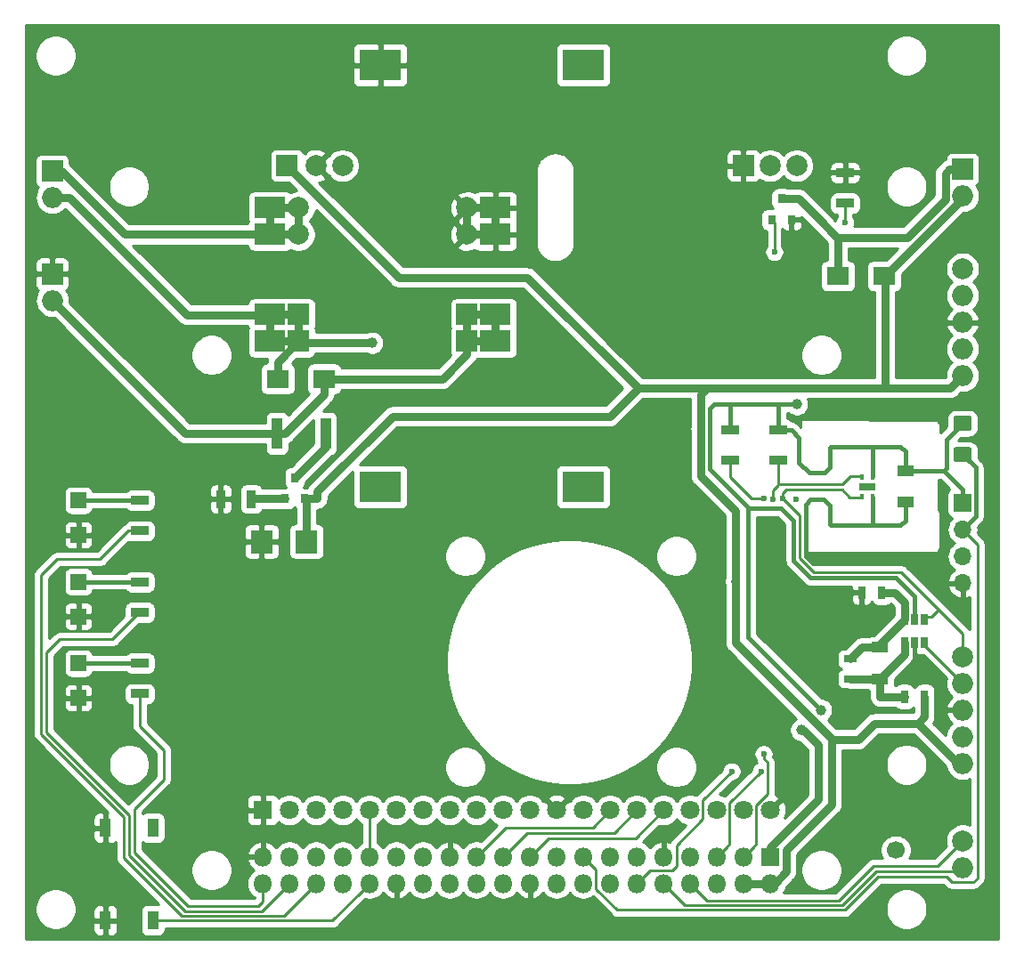
<source format=gtl>
G04 #@! TF.GenerationSoftware,KiCad,Pcbnew,5.1.4-3.fc30*
G04 #@! TF.CreationDate,2019-10-14T23:32:36+02:00*
G04 #@! TF.ProjectId,backplane,6261636b-706c-4616-9e65-2e6b69636164,v2.1-2*
G04 #@! TF.SameCoordinates,Original*
G04 #@! TF.FileFunction,Copper,L1,Top*
G04 #@! TF.FilePolarity,Positive*
%FSLAX46Y46*%
G04 Gerber Fmt 4.6, Leading zero omitted, Abs format (unit mm)*
G04 Created by KiCad (PCBNEW 5.1.4-3.fc30) date 2019-10-14 23:32:36*
%MOMM*%
%LPD*%
G04 APERTURE LIST*
%ADD10R,1.800000X1.800000*%
%ADD11C,1.800000*%
%ADD12R,2.000000X2.000000*%
%ADD13C,2.000000*%
%ADD14C,0.600000*%
%ADD15R,0.650000X1.060000*%
%ADD16R,0.350000X0.550000*%
%ADD17R,1.600000X0.700000*%
%ADD18R,0.700000X1.300000*%
%ADD19R,1.700000X0.900000*%
%ADD20R,1.000000X3.000000*%
%ADD21R,1.500000X1.500000*%
%ADD22R,1.600000X1.000000*%
%ADD23O,1.998980X1.998980*%
%ADD24R,1.998980X1.998980*%
%ADD25R,0.800000X0.900000*%
%ADD26R,0.900000X1.700000*%
%ADD27R,1.300000X0.700000*%
%ADD28R,2.100580X1.800860*%
%ADD29R,2.120000X2.180000*%
%ADD30R,1.100000X1.800000*%
%ADD31C,1.700000*%
%ADD32O,1.800000X1.800000*%
%ADD33O,2.000000X2.000000*%
%ADD34R,3.000000X2.000000*%
%ADD35C,0.100000*%
%ADD36C,1.425000*%
%ADD37R,1.700000X1.700000*%
%ADD38O,1.700000X1.700000*%
%ADD39R,4.000000X3.000000*%
%ADD40C,0.800000*%
%ADD41C,1.000000*%
%ADD42C,0.400000*%
%ADD43C,0.250000*%
%ADD44C,0.800000*%
%ADD45C,0.254000*%
G04 APERTURE END LIST*
D10*
X138684000Y-140970000D03*
D11*
X141224000Y-140970000D03*
X143764000Y-140970000D03*
X146304000Y-140970000D03*
X148844000Y-140970000D03*
X151384000Y-140970000D03*
X153924000Y-140970000D03*
X156464000Y-140970000D03*
X159004000Y-140970000D03*
X161544000Y-140970000D03*
X164084000Y-140970000D03*
X166624000Y-140970000D03*
X169164000Y-140970000D03*
X171704000Y-140970000D03*
X174244000Y-140970000D03*
X176784000Y-140970000D03*
X179324000Y-140970000D03*
X181864000Y-140970000D03*
X184404000Y-140970000D03*
X186944000Y-140970000D03*
D12*
X140984000Y-79670000D03*
D13*
X143724000Y-79670000D03*
X146264000Y-79670000D03*
D12*
X184384000Y-79670000D03*
D13*
X186924000Y-79670000D03*
X189464000Y-79670000D03*
D14*
X123444000Y-104775000D03*
X141986000Y-126238000D03*
X175641000Y-90805000D03*
X132969000Y-88900000D03*
X123444000Y-78994000D03*
X118618000Y-86487000D03*
X119126000Y-146177000D03*
X205359000Y-150368000D03*
X205359000Y-69342000D03*
X202692000Y-117475000D03*
X202692000Y-102870000D03*
X189230000Y-137795000D03*
X194691000Y-143891000D03*
D15*
X199710000Y-125052000D03*
X200660000Y-125052000D03*
X201610000Y-125052000D03*
X201610000Y-122852000D03*
X199710000Y-122852000D03*
X200660000Y-122852000D03*
D16*
X196649000Y-111125000D03*
X195649000Y-111125000D03*
X195649000Y-109275000D03*
X196649000Y-109275000D03*
D17*
X196149000Y-110200000D03*
D18*
X197546000Y-120269000D03*
X195646000Y-120269000D03*
D19*
X187706000Y-104817000D03*
X187706000Y-107717000D03*
X183134000Y-104817000D03*
X183134000Y-107717000D03*
D20*
X140053000Y-105156000D03*
X144653000Y-105156000D03*
D21*
X121158000Y-127000000D03*
X121158000Y-130300000D03*
X121158000Y-119254000D03*
X121158000Y-122554000D03*
X121158000Y-111506000D03*
X121158000Y-114806000D03*
D22*
X199784000Y-111700000D03*
X199784000Y-108700000D03*
D23*
X118668800Y-82700000D03*
D24*
X118668800Y-80160000D03*
D23*
X118668800Y-92502200D03*
D24*
X118668800Y-89962200D03*
D22*
X197358000Y-125500000D03*
X197358000Y-128500000D03*
D25*
X140782000Y-111363000D03*
X142682000Y-111363000D03*
X141732000Y-109363000D03*
D26*
X134694000Y-111379000D03*
X137594000Y-111379000D03*
D19*
X194056000Y-80338000D03*
X194056000Y-83238000D03*
D25*
X187073500Y-84820000D03*
X188973500Y-84820000D03*
X188023500Y-82820000D03*
D18*
X201610000Y-130175000D03*
X199710000Y-130175000D03*
D27*
X194564000Y-128498640D03*
X194564000Y-126598640D03*
D28*
X140126720Y-99949000D03*
X144526000Y-99949000D03*
D29*
X142855500Y-115443000D03*
X138576500Y-115443000D03*
D28*
X197779640Y-90170000D03*
X193380360Y-90170000D03*
D30*
X128234000Y-151466000D03*
X128234000Y-142666000D03*
X123734000Y-142666000D03*
X123734000Y-151466000D03*
D31*
X198882000Y-144780000D03*
D19*
X127000000Y-129900000D03*
X127000000Y-127000000D03*
X127000000Y-122174000D03*
X127000000Y-119274000D03*
X127000000Y-114406000D03*
X127000000Y-111506000D03*
D10*
X186944000Y-145415000D03*
D32*
X186944000Y-147955000D03*
X184404000Y-145415000D03*
X184404000Y-147955000D03*
X181864000Y-145415000D03*
X181864000Y-147955000D03*
X179324000Y-145415000D03*
X179324000Y-147955000D03*
X176784000Y-145415000D03*
X176784000Y-147955000D03*
X174244000Y-145415000D03*
X174244000Y-147955000D03*
X171704000Y-145415000D03*
X171704000Y-147955000D03*
X169164000Y-145415000D03*
X169164000Y-147955000D03*
X166624000Y-145415000D03*
X166624000Y-147955000D03*
X164084000Y-145415000D03*
X164084000Y-147955000D03*
X161544000Y-145415000D03*
X161544000Y-147955000D03*
X159004000Y-145415000D03*
X159004000Y-147955000D03*
X156464000Y-145415000D03*
X156464000Y-147955000D03*
X153924000Y-145415000D03*
X153924000Y-147955000D03*
X151384000Y-145415000D03*
X151384000Y-147955000D03*
X148844000Y-145415000D03*
X148844000Y-147955000D03*
X146304000Y-145415000D03*
X146304000Y-147955000D03*
X143764000Y-145415000D03*
X143764000Y-147955000D03*
X141224000Y-145415000D03*
X141224000Y-147955000D03*
X138684000Y-145415000D03*
X138684000Y-147955000D03*
D13*
X205232000Y-143891000D03*
D33*
X205232000Y-146431000D03*
D13*
X205232000Y-126365000D03*
D33*
X205232000Y-128905000D03*
X205232000Y-131445000D03*
X205232000Y-133985000D03*
X205232000Y-136525000D03*
D13*
X205232000Y-89484200D03*
D33*
X205232000Y-92024200D03*
X205232000Y-94564200D03*
X205232000Y-97104200D03*
X205232000Y-99644200D03*
D12*
X205232000Y-80010000D03*
D33*
X205232000Y-82550000D03*
D13*
X142098000Y-83677000D03*
X142098000Y-86217000D03*
D12*
X142098000Y-93837000D03*
X142098000Y-96377000D03*
D13*
X158098000Y-86217000D03*
D12*
X158098000Y-93837000D03*
D13*
X158098000Y-83677000D03*
D12*
X158098000Y-96377000D03*
D34*
X139398000Y-96377000D03*
X160798000Y-86217000D03*
X139398000Y-86217000D03*
X139398000Y-93837000D03*
X160798000Y-83677000D03*
X139398000Y-83677000D03*
X160798000Y-93837000D03*
X160798000Y-96377000D03*
D35*
G36*
X205881504Y-106440204D02*
G01*
X205905773Y-106443804D01*
X205929571Y-106449765D01*
X205952671Y-106458030D01*
X205974849Y-106468520D01*
X205995893Y-106481133D01*
X206015598Y-106495747D01*
X206033777Y-106512223D01*
X206050253Y-106530402D01*
X206064867Y-106550107D01*
X206077480Y-106571151D01*
X206087970Y-106593329D01*
X206096235Y-106616429D01*
X206102196Y-106640227D01*
X206105796Y-106664496D01*
X206107000Y-106689000D01*
X206107000Y-107614000D01*
X206105796Y-107638504D01*
X206102196Y-107662773D01*
X206096235Y-107686571D01*
X206087970Y-107709671D01*
X206077480Y-107731849D01*
X206064867Y-107752893D01*
X206050253Y-107772598D01*
X206033777Y-107790777D01*
X206015598Y-107807253D01*
X205995893Y-107821867D01*
X205974849Y-107834480D01*
X205952671Y-107844970D01*
X205929571Y-107853235D01*
X205905773Y-107859196D01*
X205881504Y-107862796D01*
X205857000Y-107864000D01*
X204607000Y-107864000D01*
X204582496Y-107862796D01*
X204558227Y-107859196D01*
X204534429Y-107853235D01*
X204511329Y-107844970D01*
X204489151Y-107834480D01*
X204468107Y-107821867D01*
X204448402Y-107807253D01*
X204430223Y-107790777D01*
X204413747Y-107772598D01*
X204399133Y-107752893D01*
X204386520Y-107731849D01*
X204376030Y-107709671D01*
X204367765Y-107686571D01*
X204361804Y-107662773D01*
X204358204Y-107638504D01*
X204357000Y-107614000D01*
X204357000Y-106689000D01*
X204358204Y-106664496D01*
X204361804Y-106640227D01*
X204367765Y-106616429D01*
X204376030Y-106593329D01*
X204386520Y-106571151D01*
X204399133Y-106550107D01*
X204413747Y-106530402D01*
X204430223Y-106512223D01*
X204448402Y-106495747D01*
X204468107Y-106481133D01*
X204489151Y-106468520D01*
X204511329Y-106458030D01*
X204534429Y-106449765D01*
X204558227Y-106443804D01*
X204582496Y-106440204D01*
X204607000Y-106439000D01*
X205857000Y-106439000D01*
X205881504Y-106440204D01*
X205881504Y-106440204D01*
G37*
D36*
X205232000Y-107151500D03*
D35*
G36*
X205881504Y-103465204D02*
G01*
X205905773Y-103468804D01*
X205929571Y-103474765D01*
X205952671Y-103483030D01*
X205974849Y-103493520D01*
X205995893Y-103506133D01*
X206015598Y-103520747D01*
X206033777Y-103537223D01*
X206050253Y-103555402D01*
X206064867Y-103575107D01*
X206077480Y-103596151D01*
X206087970Y-103618329D01*
X206096235Y-103641429D01*
X206102196Y-103665227D01*
X206105796Y-103689496D01*
X206107000Y-103714000D01*
X206107000Y-104639000D01*
X206105796Y-104663504D01*
X206102196Y-104687773D01*
X206096235Y-104711571D01*
X206087970Y-104734671D01*
X206077480Y-104756849D01*
X206064867Y-104777893D01*
X206050253Y-104797598D01*
X206033777Y-104815777D01*
X206015598Y-104832253D01*
X205995893Y-104846867D01*
X205974849Y-104859480D01*
X205952671Y-104869970D01*
X205929571Y-104878235D01*
X205905773Y-104884196D01*
X205881504Y-104887796D01*
X205857000Y-104889000D01*
X204607000Y-104889000D01*
X204582496Y-104887796D01*
X204558227Y-104884196D01*
X204534429Y-104878235D01*
X204511329Y-104869970D01*
X204489151Y-104859480D01*
X204468107Y-104846867D01*
X204448402Y-104832253D01*
X204430223Y-104815777D01*
X204413747Y-104797598D01*
X204399133Y-104777893D01*
X204386520Y-104756849D01*
X204376030Y-104734671D01*
X204367765Y-104711571D01*
X204361804Y-104687773D01*
X204358204Y-104663504D01*
X204357000Y-104639000D01*
X204357000Y-103714000D01*
X204358204Y-103689496D01*
X204361804Y-103665227D01*
X204367765Y-103641429D01*
X204376030Y-103618329D01*
X204386520Y-103596151D01*
X204399133Y-103575107D01*
X204413747Y-103555402D01*
X204430223Y-103537223D01*
X204448402Y-103520747D01*
X204468107Y-103506133D01*
X204489151Y-103493520D01*
X204511329Y-103483030D01*
X204534429Y-103474765D01*
X204558227Y-103468804D01*
X204582496Y-103465204D01*
X204607000Y-103464000D01*
X205857000Y-103464000D01*
X205881504Y-103465204D01*
X205881504Y-103465204D01*
G37*
D36*
X205232000Y-104176500D03*
D37*
X205232000Y-111760000D03*
D38*
X205232000Y-114300000D03*
X205232000Y-116840000D03*
X205232000Y-119380000D03*
D39*
X149860000Y-70104000D03*
X149860000Y-110236000D03*
X169164000Y-70104000D03*
X169164000Y-110236000D03*
D14*
X205232000Y-140081000D03*
D40*
X200660000Y-127000000D03*
D14*
X188150500Y-113919000D03*
X189357000Y-111379000D03*
D40*
X171196000Y-100838000D03*
D41*
X189484000Y-102362000D03*
X191770000Y-131445000D03*
X189865000Y-133350000D03*
D14*
X186309000Y-111353600D03*
X186309000Y-135636000D03*
X188134600Y-111334400D03*
X187223400Y-111379000D03*
X186055000Y-137287000D03*
X194056000Y-85090000D03*
X187325000Y-87884000D03*
X183261000Y-137287000D03*
D41*
X149098000Y-96520000D03*
D42*
X121158000Y-127000000D02*
X127000000Y-127000000D01*
X121158000Y-119254000D02*
X126980000Y-119254000D01*
X126980000Y-119254000D02*
X127000000Y-119274000D01*
X121158000Y-111506000D02*
X122308000Y-111506000D01*
X122308000Y-111506000D02*
X127000000Y-111506000D01*
X196649000Y-111200000D02*
X196649000Y-113878000D01*
D43*
X171704000Y-147955000D02*
X171831000Y-147955000D01*
D42*
X190975776Y-117513100D02*
X190296800Y-116834124D01*
X192703000Y-113878000D02*
X199339200Y-113878000D01*
X191350900Y-117513100D02*
X190975776Y-117513100D01*
X199339200Y-113878000D02*
X199784000Y-113433200D01*
X192605000Y-113780000D02*
X192703000Y-113878000D01*
X192605000Y-112005000D02*
X192605000Y-113780000D01*
X190296800Y-116834124D02*
X190296800Y-111917480D01*
X190778280Y-111436000D02*
X192036000Y-111436000D01*
X190296800Y-111917480D02*
X190778280Y-111436000D01*
X199784000Y-113433200D02*
X199784000Y-111700000D01*
X192036000Y-111436000D02*
X192605000Y-112005000D01*
X200660000Y-125052000D02*
X200660000Y-125982000D01*
X200660000Y-125982000D02*
X200660000Y-126492000D01*
X200660000Y-126492000D02*
X200660000Y-127000000D01*
D44*
X158098000Y-83677000D02*
X160798000Y-83677000D01*
X160798000Y-83677000D02*
X160798000Y-86217000D01*
X160798000Y-86217000D02*
X158098000Y-86217000D01*
X158098000Y-86217000D02*
X158098000Y-83677000D01*
X193294000Y-86487000D02*
X191389000Y-84582000D01*
X191389000Y-84582000D02*
X189627000Y-82820000D01*
X189627000Y-82820000D02*
X188023500Y-82820000D01*
X193380360Y-86487000D02*
X193294000Y-86487000D01*
D42*
X205229500Y-80012500D02*
X205232000Y-80010000D01*
D44*
X193380360Y-86487000D02*
X193380360Y-90170000D01*
X203982000Y-80010000D02*
X205232000Y-80010000D01*
X203581000Y-82891924D02*
X203581000Y-80411000D01*
X199985924Y-86487000D02*
X203581000Y-82891924D01*
X193380360Y-86487000D02*
X199985924Y-86487000D01*
X203581000Y-80411000D02*
X203982000Y-80010000D01*
X125587000Y-86217000D02*
X139398000Y-86217000D01*
X118668800Y-80160000D02*
X119530000Y-80160000D01*
X119530000Y-80160000D02*
X125587000Y-86217000D01*
X139398000Y-86217000D02*
X142098000Y-86217000D01*
X142098000Y-86217000D02*
X142098000Y-83677000D01*
X142098000Y-83677000D02*
X139398000Y-83677000D01*
X139398000Y-83677000D02*
X139398000Y-86217000D01*
D42*
X196649000Y-109200000D02*
X196649000Y-106452000D01*
X181864000Y-109220000D02*
X184912000Y-112268000D01*
X184912000Y-112268000D02*
X187960000Y-112268000D01*
X187960000Y-112268000D02*
X189166500Y-113474500D01*
X189166500Y-113474500D02*
X189166500Y-117284500D01*
X189166500Y-117284500D02*
X190754000Y-118872000D01*
X190754000Y-118872000D02*
X198882000Y-118872000D01*
X198882000Y-118872000D02*
X200660000Y-120650000D01*
X200660000Y-120650000D02*
X200660000Y-122602000D01*
X183134000Y-103967000D02*
X183134000Y-102362000D01*
X183134000Y-104817000D02*
X183134000Y-103967000D01*
X187706000Y-103967000D02*
X187706000Y-102362000D01*
X187706000Y-104817000D02*
X187706000Y-103967000D01*
X181165500Y-108521500D02*
X181864000Y-109220000D01*
X181610000Y-102362000D02*
X181165500Y-102806500D01*
X181165500Y-102806500D02*
X181165500Y-108521500D01*
X183134000Y-102362000D02*
X181610000Y-102362000D01*
X187706000Y-102362000D02*
X183134000Y-102362000D01*
X187706000Y-102362000D02*
X189484000Y-102362000D01*
X192605000Y-106480000D02*
X192605000Y-108388000D01*
X192683000Y-106402000D02*
X192605000Y-106480000D01*
X199339200Y-106402000D02*
X192683000Y-106402000D01*
X192097000Y-108896000D02*
X190653000Y-108896000D01*
X199784000Y-106846800D02*
X199784000Y-108700000D01*
X199339200Y-106402000D02*
X199784000Y-106846800D01*
X192605000Y-108388000D02*
X192097000Y-108896000D01*
X190653000Y-108896000D02*
X189672000Y-107915000D01*
X189672000Y-107915000D02*
X189672000Y-105533000D01*
X189672000Y-105533000D02*
X188956000Y-104817000D01*
X188956000Y-104817000D02*
X187706000Y-104817000D01*
X205232000Y-110510000D02*
X205232000Y-111760000D01*
X203422000Y-108700000D02*
X205232000Y-110510000D01*
X199784000Y-108700000D02*
X203422000Y-108700000D01*
X203708000Y-108414000D02*
X203422000Y-108700000D01*
X203708000Y-105700500D02*
X203708000Y-108414000D01*
X205232000Y-104176500D02*
X203708000Y-105700500D01*
X181864000Y-109220000D02*
X184835800Y-112191800D01*
X184835800Y-124510800D02*
X191770000Y-131445000D01*
X184835800Y-112191800D02*
X184835800Y-124510800D01*
D44*
X190080900Y-133350000D02*
X189865000Y-133350000D01*
X191516000Y-139954000D02*
X191516000Y-134785100D01*
X191516000Y-134785100D02*
X190080900Y-133350000D01*
X186944000Y-145415000D02*
X186944000Y-144526000D01*
X186944000Y-144526000D02*
X191516000Y-139954000D01*
X183642000Y-119126000D02*
X183642000Y-112522000D01*
X183642000Y-120396000D02*
X183642000Y-119126000D01*
X183642000Y-119126000D02*
X183576000Y-119192000D01*
X183642000Y-120008000D02*
X183642000Y-120396000D01*
X197866000Y-100838000D02*
X204038200Y-100838000D01*
X204038200Y-100838000D02*
X205232000Y-99644200D01*
X184404000Y-147955000D02*
X186944000Y-147955000D01*
D43*
X187198000Y-148209000D02*
X186944000Y-147955000D01*
D44*
X142855500Y-111536500D02*
X142682000Y-111363000D01*
X142855500Y-115443000D02*
X142855500Y-111536500D01*
X183642000Y-112522000D02*
X180340000Y-109220000D01*
X204785000Y-136525000D02*
X205232000Y-136525000D01*
X200975000Y-132715000D02*
X204785000Y-136525000D01*
X201610000Y-132080000D02*
X201610000Y-130175000D01*
X200975000Y-132715000D02*
X201610000Y-132080000D01*
X197612000Y-100838000D02*
X180911500Y-100838000D01*
X197866000Y-100584000D02*
X197612000Y-100838000D01*
X197866000Y-90170000D02*
X197866000Y-100584000D01*
X205232000Y-82550000D02*
X205232000Y-82804000D01*
X205232000Y-82804000D02*
X197866000Y-90170000D01*
X180311540Y-104676460D02*
X180340000Y-104648000D01*
X180340000Y-109220000D02*
X180340000Y-104648000D01*
X180340000Y-101409500D02*
X180911500Y-100838000D01*
X180340000Y-104648000D02*
X180340000Y-101409500D01*
X174371000Y-100838000D02*
X180911500Y-100838000D01*
X171704000Y-103505000D02*
X174371000Y-100838000D01*
X143882000Y-110641998D02*
X151018998Y-103505000D01*
X151018998Y-103505000D02*
X171704000Y-103505000D01*
X142682000Y-111363000D02*
X143882000Y-111363000D01*
X143882000Y-111363000D02*
X143882000Y-110641998D01*
X187325000Y-147955000D02*
X188468000Y-146812000D01*
X192786000Y-140462000D02*
X192786000Y-138114902D01*
X186944000Y-147955000D02*
X187325000Y-147955000D01*
X188468000Y-146812000D02*
X188468000Y-144780000D01*
X188468000Y-144780000D02*
X192786000Y-140462000D01*
X183642000Y-125077771D02*
X183642000Y-121412000D01*
X183642000Y-121412000D02*
X183642000Y-120396000D01*
X192786000Y-138114902D02*
X192786000Y-134221771D01*
X192786000Y-134221771D02*
X183642000Y-125077771D01*
X196850000Y-132715000D02*
X200975000Y-132715000D01*
X195326000Y-134239000D02*
X196850000Y-132715000D01*
X192786000Y-138114902D02*
X192786000Y-134239000D01*
X192786000Y-134239000D02*
X195326000Y-134239000D01*
X151611000Y-90297000D02*
X140984000Y-79670000D01*
X174371000Y-100838000D02*
X163830000Y-90297000D01*
X163830000Y-90297000D02*
X151611000Y-90297000D01*
X199710000Y-122852000D02*
X199710000Y-121224000D01*
X199710000Y-121224000D02*
X198755000Y-120269000D01*
X198755000Y-120269000D02*
X197546000Y-120269000D01*
X197358000Y-125500000D02*
X197358000Y-125204000D01*
X197358000Y-125204000D02*
X199710000Y-122852000D01*
X197358000Y-125500000D02*
X195662640Y-125500000D01*
X195662640Y-125500000D02*
X194564000Y-126598640D01*
X197358000Y-128500000D02*
X199710000Y-126148000D01*
X199710000Y-126148000D02*
X199710000Y-125052000D01*
X194564000Y-128498640D02*
X197356640Y-128498640D01*
X197356640Y-128498640D02*
X197358000Y-128500000D01*
X197358000Y-128500000D02*
X197358000Y-130175000D01*
X197358000Y-130175000D02*
X199075000Y-130175000D01*
X199075000Y-130175000D02*
X199710000Y-130175000D01*
D43*
X186309000Y-111353600D02*
X185173620Y-111353600D01*
X185173620Y-111353600D02*
X183134000Y-109313980D01*
X183134000Y-109313980D02*
X183134000Y-107717000D01*
X186309000Y-111353600D02*
X186283600Y-111353600D01*
X199372989Y-118346989D02*
X202946000Y-121920000D01*
X202946000Y-121920000D02*
X205232000Y-124206000D01*
X201610000Y-122602000D02*
X202264000Y-122602000D01*
X202264000Y-122602000D02*
X202946000Y-121920000D01*
X188134600Y-111334400D02*
X188134600Y-111363100D01*
X188134600Y-111363100D02*
X189738000Y-112966500D01*
X189738000Y-112966500D02*
X189738000Y-117017800D01*
X189738000Y-117017800D02*
X191067189Y-118346989D01*
X191067189Y-118346989D02*
X199372989Y-118346989D01*
X205232000Y-124206000D02*
X205232000Y-126365000D01*
X194512000Y-111200000D02*
X195649000Y-111200000D01*
X193808200Y-110496200D02*
X194512000Y-111200000D01*
X188461800Y-110496200D02*
X193808200Y-110496200D01*
X188134600Y-111334400D02*
X188134600Y-110823400D01*
X188134600Y-110823400D02*
X188461800Y-110496200D01*
X185303999Y-144515001D02*
X184404000Y-145415000D01*
X185629001Y-144189999D02*
X185303999Y-144515001D01*
X185629001Y-140506999D02*
X185629001Y-144189999D01*
X186680001Y-139455999D02*
X185629001Y-140506999D01*
X186680001Y-136431265D02*
X186680001Y-139455999D01*
X186309000Y-136060264D02*
X186680001Y-136431265D01*
X186309000Y-135636000D02*
X186309000Y-136060264D01*
X187223400Y-111379000D02*
X187223400Y-110576600D01*
X187223400Y-110576600D02*
X187706000Y-110094000D01*
X187706000Y-110094000D02*
X187706000Y-109517000D01*
X187706000Y-109517000D02*
X187706000Y-109400000D01*
X187706000Y-109400000D02*
X187706000Y-107717000D01*
X205232000Y-128905000D02*
X201610000Y-125283000D01*
X201610000Y-125283000D02*
X201610000Y-125052000D01*
X181864000Y-145415000D02*
X181864000Y-144907000D01*
X194584000Y-109200000D02*
X195649000Y-109200000D01*
X193784000Y-110000000D02*
X194584000Y-109200000D01*
X187706000Y-109400000D02*
X187706000Y-110000000D01*
X187706000Y-110000000D02*
X193784000Y-110000000D01*
X182763999Y-144515001D02*
X181864000Y-145415000D01*
X183089001Y-144189999D02*
X182763999Y-144515001D01*
X183089001Y-140252999D02*
X183089001Y-144189999D01*
X186055000Y-137287000D02*
X183089001Y-140252999D01*
X164084000Y-145415000D02*
X165862000Y-143637000D01*
X165862000Y-143637000D02*
X174117000Y-143637000D01*
X174117000Y-143637000D02*
X176784000Y-140970000D01*
X161544000Y-145415000D02*
X163830000Y-143129000D01*
X172085000Y-143129000D02*
X174244000Y-140970000D01*
X163830000Y-143129000D02*
X172085000Y-143129000D01*
X170053000Y-142621000D02*
X171704000Y-140970000D01*
X159004000Y-145415000D02*
X161798000Y-142621000D01*
X161798000Y-142621000D02*
X170053000Y-142621000D01*
X127000000Y-132969000D02*
X127000000Y-129900000D01*
X129286000Y-135255000D02*
X127000000Y-132969000D01*
X138684000Y-147955000D02*
X138684000Y-149703000D01*
X131598000Y-150140000D02*
X126492000Y-145034000D01*
X138684000Y-149703000D02*
X138247000Y-150140000D01*
X126492000Y-145034000D02*
X126492000Y-140843000D01*
X129286000Y-138049000D02*
X129286000Y-135255000D01*
X138247000Y-150140000D02*
X131598000Y-150140000D01*
X126492000Y-140843000D02*
X129286000Y-138049000D01*
X126936500Y-122174000D02*
X127000000Y-122174000D01*
X124396500Y-124714000D02*
X126936500Y-122174000D01*
X119380000Y-124714000D02*
X124396500Y-124714000D01*
X118110000Y-125984000D02*
X119380000Y-124714000D01*
X125997000Y-145301000D02*
X125997000Y-141491000D01*
X141224000Y-147955000D02*
X138586233Y-150592767D01*
X138586233Y-150592767D02*
X131288767Y-150592767D01*
X131288767Y-150592767D02*
X125997000Y-145301000D01*
X125997000Y-141491000D02*
X118110000Y-133604000D01*
X118110000Y-133604000D02*
X118110000Y-125984000D01*
X125497000Y-141627410D02*
X117602000Y-133732410D01*
X117602000Y-133732410D02*
X117602000Y-118618000D01*
X125900000Y-114406000D02*
X127000000Y-114406000D01*
X123212000Y-117094000D02*
X125900000Y-114406000D01*
X140676222Y-151042778D02*
X130976778Y-151042778D01*
X119126000Y-117094000D02*
X123212000Y-117094000D01*
X130976778Y-151042778D02*
X125497000Y-145563000D01*
X143764000Y-147955000D02*
X140676222Y-151042778D01*
X125497000Y-145563000D02*
X125497000Y-141627410D01*
X117602000Y-118618000D02*
X119126000Y-117094000D01*
X194056000Y-85090000D02*
X194056000Y-83238000D01*
X187325000Y-85071500D02*
X187073500Y-84820000D01*
X187325000Y-87884000D02*
X187325000Y-85071500D01*
X175514000Y-146685000D02*
X174244000Y-147955000D01*
X177647600Y-146685000D02*
X175514000Y-146685000D01*
X180549001Y-139998999D02*
X180549001Y-141827799D01*
X183261000Y-137287000D02*
X180549001Y-139998999D01*
X178054000Y-144322800D02*
X178054000Y-146278600D01*
X178054000Y-146278600D02*
X177647600Y-146685000D01*
X180549001Y-141827799D02*
X178054000Y-144322800D01*
X148844000Y-145415000D02*
X148844000Y-140970000D01*
X127984000Y-151466000D02*
X128784000Y-151466000D01*
X128784000Y-151466000D02*
X128810788Y-151492788D01*
X128810788Y-151492788D02*
X145306212Y-151492788D01*
X145306212Y-151492788D02*
X147994001Y-148804999D01*
X147994001Y-148804999D02*
X148844000Y-147955000D01*
D44*
X140126720Y-98348280D02*
X142098000Y-96377000D01*
X140126720Y-99949000D02*
X140126720Y-98348280D01*
X142241000Y-96520000D02*
X142098000Y-96377000D01*
X149098000Y-96520000D02*
X142241000Y-96520000D01*
X139398000Y-93837000D02*
X139398000Y-96377000D01*
X139398000Y-96377000D02*
X142098000Y-96377000D01*
X139398000Y-93837000D02*
X142098000Y-93837000D01*
X142098000Y-93837000D02*
X142098000Y-96377000D01*
X139382000Y-93853000D02*
X139398000Y-93837000D01*
X131445000Y-93853000D02*
X139382000Y-93853000D01*
X118668800Y-82700000D02*
X120292000Y-82700000D01*
X120292000Y-82700000D02*
X131445000Y-93853000D01*
X137610000Y-111363000D02*
X137594000Y-111379000D01*
X140782000Y-111363000D02*
X137610000Y-111363000D01*
X144653000Y-106442000D02*
X141732000Y-109363000D01*
X144653000Y-105156000D02*
X144653000Y-106442000D01*
D43*
X202819000Y-146304000D02*
X205232000Y-143891000D01*
X196723000Y-146304000D02*
X202819000Y-146304000D01*
X179324000Y-147955000D02*
X180942999Y-149573999D01*
X193453001Y-149573999D02*
X196723000Y-146304000D01*
X180942999Y-149573999D02*
X193453001Y-149573999D01*
X196977000Y-146812000D02*
X204851000Y-146812000D01*
X193764991Y-150024009D02*
X196977000Y-146812000D01*
X204851000Y-146812000D02*
X205232000Y-146431000D01*
X176784000Y-147955000D02*
X178853009Y-150024009D01*
X178853009Y-150024009D02*
X193764991Y-150024009D01*
D44*
X127893600Y-101727000D02*
X118668800Y-92502200D01*
X127893600Y-101727000D02*
X131322600Y-105156000D01*
X131322600Y-105156000D02*
X140053000Y-105156000D01*
X144526000Y-101099430D02*
X144526000Y-99949000D01*
X140053000Y-105156000D02*
X140803000Y-105156000D01*
X140803000Y-105156000D02*
X144526000Y-101433000D01*
X144526000Y-101433000D02*
X144526000Y-101099430D01*
X155776000Y-99949000D02*
X158098000Y-97627000D01*
X158098000Y-97627000D02*
X158098000Y-96377000D01*
X144526000Y-99949000D02*
X155776000Y-99949000D01*
X158098000Y-96377000D02*
X158098000Y-93837000D01*
X158098000Y-93837000D02*
X160798000Y-93837000D01*
X160798000Y-93837000D02*
X160798000Y-96377000D01*
X160798000Y-96377000D02*
X158098000Y-96377000D01*
D42*
X206081999Y-113450001D02*
X205232000Y-114300000D01*
X206482001Y-113049999D02*
X206081999Y-113450001D01*
X206482001Y-108401501D02*
X206482001Y-113049999D01*
X205232000Y-107151500D02*
X206482001Y-108401501D01*
D43*
X170389001Y-146640001D02*
X170389001Y-148453003D01*
X172410017Y-150474019D02*
X193907457Y-150474019D01*
X170389001Y-148453003D02*
X172410017Y-150474019D01*
X169164000Y-145415000D02*
X170389001Y-146640001D01*
X193907457Y-150474019D02*
X193951392Y-150474018D01*
X193907457Y-150474019D02*
X194057457Y-150474019D01*
X206248000Y-147828000D02*
X206632001Y-147443999D01*
X206632001Y-147443999D02*
X206632001Y-115700001D01*
X197211476Y-147320000D02*
X203708000Y-147320000D01*
X203708000Y-147320000D02*
X204216000Y-147828000D01*
X206632001Y-115700001D02*
X205232000Y-114300000D01*
X194057457Y-150474019D02*
X197211476Y-147320000D01*
X204216000Y-147828000D02*
X206248000Y-147828000D01*
D45*
G36*
X208633001Y-153214000D02*
G01*
X116153000Y-153214000D01*
X116153000Y-150194495D01*
X117012000Y-150194495D01*
X117012000Y-150585505D01*
X117088282Y-150969003D01*
X117237915Y-151330250D01*
X117455149Y-151655364D01*
X117731636Y-151931851D01*
X118056750Y-152149085D01*
X118417997Y-152298718D01*
X118801495Y-152375000D01*
X119192505Y-152375000D01*
X119237751Y-152366000D01*
X122545928Y-152366000D01*
X122558188Y-152490482D01*
X122594498Y-152610180D01*
X122653463Y-152720494D01*
X122732815Y-152817185D01*
X122829506Y-152896537D01*
X122939820Y-152955502D01*
X123059518Y-152991812D01*
X123184000Y-153004072D01*
X123448250Y-153001000D01*
X123607000Y-152842250D01*
X123607000Y-151593000D01*
X123861000Y-151593000D01*
X123861000Y-152842250D01*
X124019750Y-153001000D01*
X124284000Y-153004072D01*
X124408482Y-152991812D01*
X124528180Y-152955502D01*
X124638494Y-152896537D01*
X124735185Y-152817185D01*
X124814537Y-152720494D01*
X124873502Y-152610180D01*
X124909812Y-152490482D01*
X124922072Y-152366000D01*
X124919000Y-151751750D01*
X124760250Y-151593000D01*
X123861000Y-151593000D01*
X123607000Y-151593000D01*
X122707750Y-151593000D01*
X122549000Y-151751750D01*
X122545928Y-152366000D01*
X119237751Y-152366000D01*
X119576003Y-152298718D01*
X119937250Y-152149085D01*
X120262364Y-151931851D01*
X120538851Y-151655364D01*
X120756085Y-151330250D01*
X120905718Y-150969003D01*
X120982000Y-150585505D01*
X120982000Y-150566000D01*
X122545928Y-150566000D01*
X122549000Y-151180250D01*
X122707750Y-151339000D01*
X123607000Y-151339000D01*
X123607000Y-150089750D01*
X123861000Y-150089750D01*
X123861000Y-151339000D01*
X124760250Y-151339000D01*
X124919000Y-151180250D01*
X124922072Y-150566000D01*
X124909812Y-150441518D01*
X124873502Y-150321820D01*
X124814537Y-150211506D01*
X124735185Y-150114815D01*
X124638494Y-150035463D01*
X124528180Y-149976498D01*
X124408482Y-149940188D01*
X124284000Y-149927928D01*
X124019750Y-149931000D01*
X123861000Y-150089750D01*
X123607000Y-150089750D01*
X123448250Y-149931000D01*
X123184000Y-149927928D01*
X123059518Y-149940188D01*
X122939820Y-149976498D01*
X122829506Y-150035463D01*
X122732815Y-150114815D01*
X122653463Y-150211506D01*
X122594498Y-150321820D01*
X122558188Y-150441518D01*
X122545928Y-150566000D01*
X120982000Y-150566000D01*
X120982000Y-150194495D01*
X120905718Y-149810997D01*
X120756085Y-149449750D01*
X120538851Y-149124636D01*
X120262364Y-148848149D01*
X119937250Y-148630915D01*
X119576003Y-148481282D01*
X119192505Y-148405000D01*
X118801495Y-148405000D01*
X118417997Y-148481282D01*
X118056750Y-148630915D01*
X117731636Y-148848149D01*
X117455149Y-149124636D01*
X117237915Y-149449750D01*
X117088282Y-149810997D01*
X117012000Y-150194495D01*
X116153000Y-150194495D01*
X116153000Y-143566000D01*
X122545928Y-143566000D01*
X122558188Y-143690482D01*
X122594498Y-143810180D01*
X122653463Y-143920494D01*
X122732815Y-144017185D01*
X122829506Y-144096537D01*
X122939820Y-144155502D01*
X123059518Y-144191812D01*
X123184000Y-144204072D01*
X123448250Y-144201000D01*
X123607000Y-144042250D01*
X123607000Y-142793000D01*
X122707750Y-142793000D01*
X122549000Y-142951750D01*
X122545928Y-143566000D01*
X116153000Y-143566000D01*
X116153000Y-141766000D01*
X122545928Y-141766000D01*
X122549000Y-142380250D01*
X122707750Y-142539000D01*
X123607000Y-142539000D01*
X123607000Y-141289750D01*
X123448250Y-141131000D01*
X123184000Y-141127928D01*
X123059518Y-141140188D01*
X122939820Y-141176498D01*
X122829506Y-141235463D01*
X122732815Y-141314815D01*
X122653463Y-141411506D01*
X122594498Y-141521820D01*
X122558188Y-141641518D01*
X122545928Y-141766000D01*
X116153000Y-141766000D01*
X116153000Y-118618000D01*
X116838324Y-118618000D01*
X116842001Y-118655333D01*
X116842000Y-133695088D01*
X116838324Y-133732410D01*
X116842000Y-133769732D01*
X116842000Y-133769742D01*
X116852997Y-133881395D01*
X116864819Y-133920366D01*
X116896454Y-134024656D01*
X116967026Y-134156686D01*
X116992858Y-134188162D01*
X117061999Y-134272411D01*
X117091003Y-134296214D01*
X123972769Y-141177981D01*
X123861000Y-141289750D01*
X123861000Y-142539000D01*
X123881000Y-142539000D01*
X123881000Y-142793000D01*
X123861000Y-142793000D01*
X123861000Y-144042250D01*
X124019750Y-144201000D01*
X124284000Y-144204072D01*
X124408482Y-144191812D01*
X124528180Y-144155502D01*
X124638494Y-144096537D01*
X124735185Y-144017185D01*
X124737000Y-144014973D01*
X124737000Y-145525677D01*
X124733324Y-145563000D01*
X124737000Y-145600322D01*
X124737000Y-145600332D01*
X124747997Y-145711985D01*
X124778637Y-145812992D01*
X124791454Y-145855246D01*
X124862026Y-145987276D01*
X124877841Y-146006546D01*
X124956999Y-146103001D01*
X124986003Y-146126804D01*
X128787468Y-149928270D01*
X128784000Y-149927928D01*
X127684000Y-149927928D01*
X127559518Y-149940188D01*
X127439820Y-149976498D01*
X127329506Y-150035463D01*
X127232815Y-150114815D01*
X127153463Y-150211506D01*
X127094498Y-150321820D01*
X127058188Y-150441518D01*
X127045928Y-150566000D01*
X127045928Y-152366000D01*
X127058188Y-152490482D01*
X127094498Y-152610180D01*
X127153463Y-152720494D01*
X127232815Y-152817185D01*
X127329506Y-152896537D01*
X127439820Y-152955502D01*
X127559518Y-152991812D01*
X127684000Y-153004072D01*
X128784000Y-153004072D01*
X128908482Y-152991812D01*
X129028180Y-152955502D01*
X129138494Y-152896537D01*
X129235185Y-152817185D01*
X129314537Y-152720494D01*
X129373502Y-152610180D01*
X129409812Y-152490482D01*
X129422072Y-152366000D01*
X129422072Y-152252788D01*
X145268890Y-152252788D01*
X145306212Y-152256464D01*
X145343534Y-152252788D01*
X145343545Y-152252788D01*
X145455198Y-152241791D01*
X145598459Y-152198334D01*
X145730488Y-152127762D01*
X145846213Y-152032789D01*
X145870016Y-152003785D01*
X148437915Y-149435886D01*
X148543087Y-149467790D01*
X148768592Y-149490000D01*
X148919408Y-149490000D01*
X149144913Y-149467790D01*
X149434261Y-149380017D01*
X149700927Y-149237481D01*
X149934661Y-149045661D01*
X150120427Y-148819304D01*
X150146038Y-148862573D01*
X150346884Y-149086649D01*
X150587586Y-149267236D01*
X150858893Y-149397394D01*
X151019260Y-149446036D01*
X151257000Y-149325378D01*
X151257000Y-148082000D01*
X151237000Y-148082000D01*
X151237000Y-147828000D01*
X151257000Y-147828000D01*
X151257000Y-147808000D01*
X151511000Y-147808000D01*
X151511000Y-147828000D01*
X151531000Y-147828000D01*
X151531000Y-148082000D01*
X151511000Y-148082000D01*
X151511000Y-149325378D01*
X151748740Y-149446036D01*
X151909107Y-149397394D01*
X152180414Y-149267236D01*
X152421116Y-149086649D01*
X152621962Y-148862573D01*
X152647573Y-148819304D01*
X152833339Y-149045661D01*
X153067073Y-149237481D01*
X153333739Y-149380017D01*
X153623087Y-149467790D01*
X153848592Y-149490000D01*
X153999408Y-149490000D01*
X154224913Y-149467790D01*
X154514261Y-149380017D01*
X154780927Y-149237481D01*
X155014661Y-149045661D01*
X155194000Y-148827135D01*
X155373339Y-149045661D01*
X155607073Y-149237481D01*
X155873739Y-149380017D01*
X156163087Y-149467790D01*
X156388592Y-149490000D01*
X156539408Y-149490000D01*
X156764913Y-149467790D01*
X157054261Y-149380017D01*
X157320927Y-149237481D01*
X157554661Y-149045661D01*
X157734000Y-148827135D01*
X157913339Y-149045661D01*
X158147073Y-149237481D01*
X158413739Y-149380017D01*
X158703087Y-149467790D01*
X158928592Y-149490000D01*
X159079408Y-149490000D01*
X159304913Y-149467790D01*
X159594261Y-149380017D01*
X159860927Y-149237481D01*
X160094661Y-149045661D01*
X160274000Y-148827135D01*
X160453339Y-149045661D01*
X160687073Y-149237481D01*
X160953739Y-149380017D01*
X161243087Y-149467790D01*
X161468592Y-149490000D01*
X161619408Y-149490000D01*
X161844913Y-149467790D01*
X162134261Y-149380017D01*
X162400927Y-149237481D01*
X162634661Y-149045661D01*
X162820427Y-148819304D01*
X162846038Y-148862573D01*
X163046884Y-149086649D01*
X163287586Y-149267236D01*
X163558893Y-149397394D01*
X163719260Y-149446036D01*
X163957000Y-149325378D01*
X163957000Y-148082000D01*
X163937000Y-148082000D01*
X163937000Y-147828000D01*
X163957000Y-147828000D01*
X163957000Y-147808000D01*
X164211000Y-147808000D01*
X164211000Y-147828000D01*
X164231000Y-147828000D01*
X164231000Y-148082000D01*
X164211000Y-148082000D01*
X164211000Y-149325378D01*
X164448740Y-149446036D01*
X164609107Y-149397394D01*
X164880414Y-149267236D01*
X165121116Y-149086649D01*
X165321962Y-148862573D01*
X165347573Y-148819304D01*
X165533339Y-149045661D01*
X165767073Y-149237481D01*
X166033739Y-149380017D01*
X166323087Y-149467790D01*
X166548592Y-149490000D01*
X166699408Y-149490000D01*
X166924913Y-149467790D01*
X167214261Y-149380017D01*
X167480927Y-149237481D01*
X167714661Y-149045661D01*
X167894000Y-148827135D01*
X168073339Y-149045661D01*
X168307073Y-149237481D01*
X168573739Y-149380017D01*
X168863087Y-149467790D01*
X169088592Y-149490000D01*
X169239408Y-149490000D01*
X169464913Y-149467790D01*
X169754261Y-149380017D01*
X170020927Y-149237481D01*
X170063631Y-149202435D01*
X171846218Y-150985022D01*
X171870016Y-151014020D01*
X171985741Y-151108993D01*
X172117770Y-151179565D01*
X172261031Y-151223022D01*
X172372684Y-151234019D01*
X172372693Y-151234019D01*
X172410016Y-151237695D01*
X172447339Y-151234019D01*
X194020135Y-151234019D01*
X194057457Y-151237695D01*
X194094779Y-151234019D01*
X194094790Y-151234019D01*
X194206443Y-151223022D01*
X194349704Y-151179565D01*
X194481733Y-151108993D01*
X194597458Y-151014020D01*
X194621261Y-150985016D01*
X195411782Y-150194495D01*
X197913000Y-150194495D01*
X197913000Y-150585505D01*
X197989282Y-150969003D01*
X198138915Y-151330250D01*
X198356149Y-151655364D01*
X198632636Y-151931851D01*
X198957750Y-152149085D01*
X199318997Y-152298718D01*
X199702495Y-152375000D01*
X200093505Y-152375000D01*
X200477003Y-152298718D01*
X200838250Y-152149085D01*
X201163364Y-151931851D01*
X201439851Y-151655364D01*
X201657085Y-151330250D01*
X201806718Y-150969003D01*
X201883000Y-150585505D01*
X201883000Y-150194495D01*
X201806718Y-149810997D01*
X201657085Y-149449750D01*
X201439851Y-149124636D01*
X201163364Y-148848149D01*
X200838250Y-148630915D01*
X200477003Y-148481282D01*
X200093505Y-148405000D01*
X199702495Y-148405000D01*
X199318997Y-148481282D01*
X198957750Y-148630915D01*
X198632636Y-148848149D01*
X198356149Y-149124636D01*
X198138915Y-149449750D01*
X197989282Y-149810997D01*
X197913000Y-150194495D01*
X195411782Y-150194495D01*
X197526279Y-148080000D01*
X203393199Y-148080000D01*
X203652200Y-148339002D01*
X203675999Y-148368001D01*
X203791724Y-148462974D01*
X203923753Y-148533546D01*
X204067014Y-148577003D01*
X204178667Y-148588000D01*
X204178676Y-148588000D01*
X204215999Y-148591676D01*
X204253322Y-148588000D01*
X206210678Y-148588000D01*
X206248000Y-148591676D01*
X206285322Y-148588000D01*
X206285333Y-148588000D01*
X206396986Y-148577003D01*
X206540247Y-148533546D01*
X206672276Y-148462974D01*
X206788001Y-148368001D01*
X206811803Y-148338998D01*
X207143004Y-148007798D01*
X207172002Y-147984000D01*
X207266975Y-147868275D01*
X207337547Y-147736246D01*
X207381004Y-147592985D01*
X207392001Y-147481332D01*
X207392001Y-147481323D01*
X207395677Y-147444000D01*
X207392001Y-147406677D01*
X207392001Y-115737323D01*
X207395677Y-115700000D01*
X207392001Y-115662677D01*
X207392001Y-115662668D01*
X207381004Y-115551015D01*
X207337547Y-115407754D01*
X207266975Y-115275725D01*
X207245473Y-115249525D01*
X207195800Y-115188997D01*
X207195796Y-115188993D01*
X207172002Y-115160000D01*
X207143009Y-115136206D01*
X206672797Y-114665995D01*
X206695513Y-114591111D01*
X206724185Y-114300000D01*
X206696272Y-114016596D01*
X206701437Y-114011431D01*
X206701442Y-114011425D01*
X207043422Y-113669445D01*
X207075292Y-113643290D01*
X207179637Y-113516145D01*
X207257173Y-113371086D01*
X207304919Y-113213688D01*
X207317001Y-113091018D01*
X207317001Y-113091008D01*
X207321040Y-113050000D01*
X207317001Y-113008992D01*
X207317001Y-108442508D01*
X207321040Y-108401500D01*
X207317001Y-108360492D01*
X207317001Y-108360482D01*
X207304919Y-108237812D01*
X207257173Y-108080414D01*
X207179637Y-107935355D01*
X207075292Y-107808210D01*
X207043429Y-107782061D01*
X206745072Y-107483704D01*
X206745072Y-106689000D01*
X206728008Y-106515746D01*
X206677472Y-106349150D01*
X206595405Y-106195614D01*
X206484962Y-106061038D01*
X206350386Y-105950595D01*
X206196850Y-105868528D01*
X206030254Y-105817992D01*
X205857000Y-105800928D01*
X204788439Y-105800928D01*
X205062296Y-105527072D01*
X205857000Y-105527072D01*
X206030254Y-105510008D01*
X206196850Y-105459472D01*
X206350386Y-105377405D01*
X206484962Y-105266962D01*
X206595405Y-105132386D01*
X206677472Y-104978850D01*
X206728008Y-104812254D01*
X206745072Y-104639000D01*
X206745072Y-103714000D01*
X206728008Y-103540746D01*
X206677472Y-103374150D01*
X206595405Y-103220614D01*
X206484962Y-103086038D01*
X206350386Y-102975595D01*
X206196850Y-102893528D01*
X206030254Y-102842992D01*
X205857000Y-102825928D01*
X204607000Y-102825928D01*
X204433746Y-102842992D01*
X204267150Y-102893528D01*
X204113614Y-102975595D01*
X203979038Y-103086038D01*
X203868595Y-103220614D01*
X203786528Y-103374150D01*
X203735992Y-103540746D01*
X203718928Y-103714000D01*
X203718928Y-104508705D01*
X203148000Y-105079633D01*
X203148000Y-104612877D01*
X203151435Y-104578000D01*
X203137727Y-104438816D01*
X203097128Y-104304980D01*
X203031200Y-104181637D01*
X202942475Y-104073525D01*
X202933300Y-104065995D01*
X202933300Y-103974900D01*
X202930860Y-103950124D01*
X202923633Y-103926299D01*
X202911897Y-103904343D01*
X202896103Y-103885097D01*
X202876857Y-103869303D01*
X202854901Y-103857567D01*
X202831076Y-103850340D01*
X202806300Y-103847900D01*
X202781524Y-103850340D01*
X202757699Y-103857567D01*
X202752626Y-103860279D01*
X189973704Y-103784402D01*
X189947826Y-103786910D01*
X189924022Y-103794203D01*
X189902098Y-103806000D01*
X189882897Y-103821848D01*
X189867157Y-103841137D01*
X189855482Y-103863127D01*
X189848322Y-103886971D01*
X189845950Y-103911754D01*
X189847668Y-104527800D01*
X189575445Y-104255578D01*
X189549291Y-104223709D01*
X189422146Y-104119364D01*
X189277087Y-104041828D01*
X189119689Y-103994082D01*
X189067172Y-103988909D01*
X189007185Y-103915815D01*
X188910494Y-103836463D01*
X188800180Y-103777498D01*
X188680482Y-103741188D01*
X188556000Y-103728928D01*
X188541000Y-103728928D01*
X188541000Y-103197000D01*
X188713868Y-103197000D01*
X188760480Y-103243612D01*
X188946376Y-103367824D01*
X189152933Y-103453383D01*
X189372212Y-103497000D01*
X189595788Y-103497000D01*
X189815067Y-103453383D01*
X190021624Y-103367824D01*
X190207520Y-103243612D01*
X190365612Y-103085520D01*
X190489824Y-102899624D01*
X190575383Y-102693067D01*
X190619000Y-102473788D01*
X190619000Y-102250212D01*
X190575383Y-102030933D01*
X190509965Y-101873000D01*
X197561172Y-101873000D01*
X197612000Y-101878006D01*
X197662828Y-101873000D01*
X197662838Y-101873000D01*
X197739000Y-101865499D01*
X197815162Y-101873000D01*
X203987372Y-101873000D01*
X204038200Y-101878006D01*
X204089028Y-101873000D01*
X204089038Y-101873000D01*
X204241095Y-101858024D01*
X204436193Y-101798841D01*
X204615997Y-101702734D01*
X204773596Y-101573396D01*
X204806007Y-101533903D01*
X205068866Y-101271044D01*
X205151678Y-101279200D01*
X205312322Y-101279200D01*
X205552516Y-101255543D01*
X205860715Y-101162052D01*
X206144752Y-101010231D01*
X206393714Y-100805914D01*
X206598031Y-100556952D01*
X206749852Y-100272915D01*
X206843343Y-99964716D01*
X206874911Y-99644200D01*
X206843343Y-99323684D01*
X206749852Y-99015485D01*
X206598031Y-98731448D01*
X206393714Y-98482486D01*
X206261767Y-98374200D01*
X206393714Y-98265914D01*
X206598031Y-98016952D01*
X206749852Y-97732915D01*
X206843343Y-97424716D01*
X206874911Y-97104200D01*
X206843343Y-96783684D01*
X206749852Y-96475485D01*
X206598031Y-96191448D01*
X206393714Y-95942486D01*
X206256846Y-95830162D01*
X206431748Y-95674985D01*
X206625399Y-95419582D01*
X206765502Y-95131307D01*
X206822124Y-94944634D01*
X206702777Y-94691200D01*
X205359000Y-94691200D01*
X205359000Y-94711200D01*
X205105000Y-94711200D01*
X205105000Y-94691200D01*
X203761223Y-94691200D01*
X203641876Y-94944634D01*
X203698498Y-95131307D01*
X203838601Y-95419582D01*
X204032252Y-95674985D01*
X204207154Y-95830162D01*
X204070286Y-95942486D01*
X203865969Y-96191448D01*
X203714148Y-96475485D01*
X203620657Y-96783684D01*
X203589089Y-97104200D01*
X203620657Y-97424716D01*
X203714148Y-97732915D01*
X203865969Y-98016952D01*
X204070286Y-98265914D01*
X204202233Y-98374200D01*
X204070286Y-98482486D01*
X203865969Y-98731448D01*
X203714148Y-99015485D01*
X203620657Y-99323684D01*
X203589089Y-99644200D01*
X203604729Y-99803000D01*
X198901000Y-99803000D01*
X198901000Y-92024200D01*
X203589089Y-92024200D01*
X203620657Y-92344716D01*
X203714148Y-92652915D01*
X203865969Y-92936952D01*
X204070286Y-93185914D01*
X204207154Y-93298238D01*
X204032252Y-93453415D01*
X203838601Y-93708818D01*
X203698498Y-93997093D01*
X203641876Y-94183766D01*
X203761223Y-94437200D01*
X205105000Y-94437200D01*
X205105000Y-94417200D01*
X205359000Y-94417200D01*
X205359000Y-94437200D01*
X206702777Y-94437200D01*
X206822124Y-94183766D01*
X206765502Y-93997093D01*
X206625399Y-93708818D01*
X206431748Y-93453415D01*
X206256846Y-93298238D01*
X206393714Y-93185914D01*
X206598031Y-92936952D01*
X206749852Y-92652915D01*
X206843343Y-92344716D01*
X206874911Y-92024200D01*
X206843343Y-91703684D01*
X206749852Y-91395485D01*
X206598031Y-91111448D01*
X206393714Y-90862486D01*
X206267361Y-90758791D01*
X206274252Y-90754187D01*
X206501987Y-90526452D01*
X206680918Y-90258663D01*
X206804168Y-89961112D01*
X206867000Y-89645233D01*
X206867000Y-89323167D01*
X206804168Y-89007288D01*
X206680918Y-88709737D01*
X206501987Y-88441948D01*
X206274252Y-88214213D01*
X206006463Y-88035282D01*
X205708912Y-87912032D01*
X205393033Y-87849200D01*
X205070967Y-87849200D01*
X204755088Y-87912032D01*
X204457537Y-88035282D01*
X204189748Y-88214213D01*
X203962013Y-88441948D01*
X203783082Y-88709737D01*
X203659832Y-89007288D01*
X203597000Y-89323167D01*
X203597000Y-89645233D01*
X203659832Y-89961112D01*
X203783082Y-90258663D01*
X203962013Y-90526452D01*
X204189748Y-90754187D01*
X204196639Y-90758791D01*
X204070286Y-90862486D01*
X203865969Y-91111448D01*
X203714148Y-91395485D01*
X203620657Y-91703684D01*
X203589089Y-92024200D01*
X198901000Y-92024200D01*
X198901000Y-91701502D01*
X198954412Y-91696242D01*
X199074110Y-91659932D01*
X199184424Y-91600967D01*
X199281115Y-91521615D01*
X199360467Y-91424924D01*
X199419432Y-91314610D01*
X199455742Y-91194912D01*
X199468002Y-91070430D01*
X199468002Y-90031708D01*
X205314972Y-84184739D01*
X205552516Y-84161343D01*
X205860715Y-84067852D01*
X206144752Y-83916031D01*
X206393714Y-83711714D01*
X206598031Y-83462752D01*
X206749852Y-83178715D01*
X206843343Y-82870516D01*
X206874911Y-82550000D01*
X206843343Y-82229484D01*
X206749852Y-81921285D01*
X206598031Y-81637248D01*
X206539345Y-81565739D01*
X206586494Y-81540537D01*
X206683185Y-81461185D01*
X206762537Y-81364494D01*
X206821502Y-81254180D01*
X206857812Y-81134482D01*
X206870072Y-81010000D01*
X206870072Y-79010000D01*
X206857812Y-78885518D01*
X206821502Y-78765820D01*
X206762537Y-78655506D01*
X206683185Y-78558815D01*
X206586494Y-78479463D01*
X206476180Y-78420498D01*
X206356482Y-78384188D01*
X206232000Y-78371928D01*
X204232000Y-78371928D01*
X204107518Y-78384188D01*
X203987820Y-78420498D01*
X203877506Y-78479463D01*
X203780815Y-78558815D01*
X203701463Y-78655506D01*
X203642498Y-78765820D01*
X203606188Y-78885518D01*
X203593928Y-79010000D01*
X203593928Y-79046149D01*
X203584007Y-79049159D01*
X203404203Y-79145266D01*
X203246604Y-79274604D01*
X203214193Y-79314097D01*
X202885093Y-79643197D01*
X202845605Y-79675604D01*
X202813198Y-79715092D01*
X202813197Y-79715093D01*
X202716266Y-79833203D01*
X202620160Y-80013007D01*
X202560977Y-80208105D01*
X202540994Y-80411000D01*
X202546001Y-80461838D01*
X202546000Y-82463213D01*
X199557214Y-85452000D01*
X194918091Y-85452000D01*
X194955068Y-85362729D01*
X194991000Y-85182089D01*
X194991000Y-84997911D01*
X194955068Y-84817271D01*
X194884586Y-84647111D01*
X194816000Y-84544465D01*
X194816000Y-84326072D01*
X194906000Y-84326072D01*
X195030482Y-84313812D01*
X195150180Y-84277502D01*
X195260494Y-84218537D01*
X195357185Y-84139185D01*
X195436537Y-84042494D01*
X195495502Y-83932180D01*
X195531812Y-83812482D01*
X195544072Y-83688000D01*
X195544072Y-82788000D01*
X195531812Y-82663518D01*
X195495502Y-82543820D01*
X195436537Y-82433506D01*
X195357185Y-82336815D01*
X195260494Y-82257463D01*
X195150180Y-82198498D01*
X195030482Y-82162188D01*
X194906000Y-82149928D01*
X193206000Y-82149928D01*
X193081518Y-82162188D01*
X192961820Y-82198498D01*
X192851506Y-82257463D01*
X192754815Y-82336815D01*
X192675463Y-82433506D01*
X192616498Y-82543820D01*
X192580188Y-82663518D01*
X192567928Y-82788000D01*
X192567928Y-83688000D01*
X192580188Y-83812482D01*
X192616498Y-83932180D01*
X192675463Y-84042494D01*
X192754815Y-84139185D01*
X192851506Y-84218537D01*
X192961820Y-84277502D01*
X193081518Y-84313812D01*
X193206000Y-84326072D01*
X193296000Y-84326072D01*
X193296000Y-84544464D01*
X193227414Y-84647111D01*
X193156932Y-84817271D01*
X193145492Y-84874782D01*
X192156807Y-83886097D01*
X192156803Y-83886092D01*
X190394807Y-82124097D01*
X190362396Y-82084604D01*
X190204797Y-81955266D01*
X190024993Y-81859159D01*
X189829895Y-81799976D01*
X189677838Y-81785000D01*
X189677828Y-81785000D01*
X189627000Y-81779994D01*
X189576172Y-81785000D01*
X188676103Y-81785000D01*
X188667680Y-81780498D01*
X188547982Y-81744188D01*
X188423500Y-81731928D01*
X187623500Y-81731928D01*
X187499018Y-81744188D01*
X187379320Y-81780498D01*
X187269006Y-81839463D01*
X187172315Y-81918815D01*
X187092963Y-82015506D01*
X187033998Y-82125820D01*
X186997688Y-82245518D01*
X186985428Y-82370000D01*
X186985428Y-82800353D01*
X186983493Y-82820000D01*
X186985428Y-82839647D01*
X186985428Y-83270000D01*
X186997688Y-83394482D01*
X187033998Y-83514180D01*
X187092963Y-83624494D01*
X187172315Y-83721185D01*
X187185405Y-83731928D01*
X186673500Y-83731928D01*
X186549018Y-83744188D01*
X186429320Y-83780498D01*
X186319006Y-83839463D01*
X186222315Y-83918815D01*
X186142963Y-84015506D01*
X186083998Y-84125820D01*
X186047688Y-84245518D01*
X186035428Y-84370000D01*
X186035428Y-85270000D01*
X186047688Y-85394482D01*
X186083998Y-85514180D01*
X186142963Y-85624494D01*
X186222315Y-85721185D01*
X186319006Y-85800537D01*
X186429320Y-85859502D01*
X186549018Y-85895812D01*
X186565001Y-85897386D01*
X186565000Y-87338464D01*
X186496414Y-87441111D01*
X186425932Y-87611271D01*
X186390000Y-87791911D01*
X186390000Y-87976089D01*
X186425932Y-88156729D01*
X186496414Y-88326889D01*
X186598738Y-88480028D01*
X186728972Y-88610262D01*
X186882111Y-88712586D01*
X187052271Y-88783068D01*
X187232911Y-88819000D01*
X187417089Y-88819000D01*
X187597729Y-88783068D01*
X187767889Y-88712586D01*
X187921028Y-88610262D01*
X188051262Y-88480028D01*
X188153586Y-88326889D01*
X188224068Y-88156729D01*
X188260000Y-87976089D01*
X188260000Y-87791911D01*
X188224068Y-87611271D01*
X188153586Y-87441111D01*
X188085000Y-87338465D01*
X188085000Y-85675716D01*
X188122315Y-85721185D01*
X188219006Y-85800537D01*
X188329320Y-85859502D01*
X188449018Y-85895812D01*
X188573500Y-85908072D01*
X188687750Y-85905000D01*
X188846500Y-85746250D01*
X188846500Y-84947000D01*
X189100500Y-84947000D01*
X189100500Y-85746250D01*
X189259250Y-85905000D01*
X189373500Y-85908072D01*
X189497982Y-85895812D01*
X189617680Y-85859502D01*
X189727994Y-85800537D01*
X189824685Y-85721185D01*
X189904037Y-85624494D01*
X189963002Y-85514180D01*
X189999312Y-85394482D01*
X190011572Y-85270000D01*
X190008500Y-85105750D01*
X189849750Y-84947000D01*
X189100500Y-84947000D01*
X188846500Y-84947000D01*
X188826500Y-84947000D01*
X188826500Y-84693000D01*
X188846500Y-84693000D01*
X188846500Y-84673000D01*
X189100500Y-84673000D01*
X189100500Y-84693000D01*
X189849750Y-84693000D01*
X189943020Y-84599730D01*
X190693092Y-85349803D01*
X190693097Y-85349807D01*
X192345360Y-87002071D01*
X192345361Y-88631498D01*
X192330070Y-88631498D01*
X192205588Y-88643758D01*
X192085890Y-88680068D01*
X191975576Y-88739033D01*
X191878885Y-88818385D01*
X191799533Y-88915076D01*
X191740568Y-89025390D01*
X191704258Y-89145088D01*
X191691998Y-89269570D01*
X191691998Y-91070430D01*
X191704258Y-91194912D01*
X191740568Y-91314610D01*
X191799533Y-91424924D01*
X191878885Y-91521615D01*
X191975576Y-91600967D01*
X192085890Y-91659932D01*
X192205588Y-91696242D01*
X192330070Y-91708502D01*
X194430650Y-91708502D01*
X194555132Y-91696242D01*
X194674830Y-91659932D01*
X194785144Y-91600967D01*
X194881835Y-91521615D01*
X194961187Y-91424924D01*
X195020152Y-91314610D01*
X195056462Y-91194912D01*
X195068722Y-91070430D01*
X195068722Y-89269570D01*
X195056462Y-89145088D01*
X195020152Y-89025390D01*
X194961187Y-88915076D01*
X194881835Y-88818385D01*
X194785144Y-88739033D01*
X194674830Y-88680068D01*
X194555132Y-88643758D01*
X194430650Y-88631498D01*
X194415360Y-88631498D01*
X194415360Y-87522000D01*
X199050290Y-87522000D01*
X197940792Y-88631498D01*
X196729350Y-88631498D01*
X196604868Y-88643758D01*
X196485170Y-88680068D01*
X196374856Y-88739033D01*
X196278165Y-88818385D01*
X196198813Y-88915076D01*
X196139848Y-89025390D01*
X196103538Y-89145088D01*
X196091278Y-89269570D01*
X196091278Y-91070430D01*
X196103538Y-91194912D01*
X196139848Y-91314610D01*
X196198813Y-91424924D01*
X196278165Y-91521615D01*
X196374856Y-91600967D01*
X196485170Y-91659932D01*
X196604868Y-91696242D01*
X196729350Y-91708502D01*
X196831000Y-91708502D01*
X196831001Y-99803000D01*
X180962327Y-99803000D01*
X180911499Y-99797994D01*
X180860671Y-99803000D01*
X174799711Y-99803000D01*
X172486206Y-97489495D01*
X189829000Y-97489495D01*
X189829000Y-97880505D01*
X189905282Y-98264003D01*
X190054915Y-98625250D01*
X190272149Y-98950364D01*
X190548636Y-99226851D01*
X190873750Y-99444085D01*
X191234997Y-99593718D01*
X191618495Y-99670000D01*
X192009505Y-99670000D01*
X192393003Y-99593718D01*
X192754250Y-99444085D01*
X193079364Y-99226851D01*
X193355851Y-98950364D01*
X193573085Y-98625250D01*
X193722718Y-98264003D01*
X193799000Y-97880505D01*
X193799000Y-97489495D01*
X193722718Y-97105997D01*
X193573085Y-96744750D01*
X193355851Y-96419636D01*
X193079364Y-96143149D01*
X192754250Y-95925915D01*
X192393003Y-95776282D01*
X192009505Y-95700000D01*
X191618495Y-95700000D01*
X191234997Y-95776282D01*
X190873750Y-95925915D01*
X190548636Y-96143149D01*
X190272149Y-96419636D01*
X190054915Y-96744750D01*
X189905282Y-97105997D01*
X189829000Y-97489495D01*
X172486206Y-97489495D01*
X164597807Y-89601097D01*
X164565396Y-89561604D01*
X164407797Y-89432266D01*
X164227993Y-89336159D01*
X164032895Y-89276976D01*
X163880838Y-89262000D01*
X163880828Y-89262000D01*
X163830000Y-89256994D01*
X163779172Y-89262000D01*
X152039711Y-89262000D01*
X149057306Y-86279595D01*
X156456282Y-86279595D01*
X156500039Y-86598675D01*
X156605205Y-86903088D01*
X156698186Y-87077044D01*
X156962587Y-87172808D01*
X157918395Y-86217000D01*
X156962587Y-85261192D01*
X156698186Y-85356956D01*
X156557296Y-85646571D01*
X156475616Y-85958108D01*
X156456282Y-86279595D01*
X149057306Y-86279595D01*
X146517306Y-83739595D01*
X156456282Y-83739595D01*
X156500039Y-84058675D01*
X156605205Y-84363088D01*
X156698186Y-84537044D01*
X156962587Y-84632808D01*
X157918395Y-83677000D01*
X156962587Y-82721192D01*
X156698186Y-82816956D01*
X156557296Y-83106571D01*
X156475616Y-83418108D01*
X156456282Y-83739595D01*
X146517306Y-83739595D01*
X145319298Y-82541587D01*
X157142192Y-82541587D01*
X158098000Y-83497395D01*
X158112143Y-83483253D01*
X158291748Y-83662858D01*
X158277605Y-83677000D01*
X158291748Y-83691143D01*
X158112143Y-83870748D01*
X158098000Y-83856605D01*
X157142192Y-84812413D01*
X157190938Y-84947000D01*
X157142192Y-85081587D01*
X158098000Y-86037395D01*
X158112143Y-86023253D01*
X158291748Y-86202858D01*
X158277605Y-86217000D01*
X158291748Y-86231143D01*
X158112143Y-86410748D01*
X158098000Y-86396605D01*
X157142192Y-87352413D01*
X157237956Y-87616814D01*
X157527571Y-87757704D01*
X157839108Y-87839384D01*
X158160595Y-87858718D01*
X158479675Y-87814961D01*
X158784088Y-87709795D01*
X158852779Y-87673079D01*
X158943506Y-87747537D01*
X159053820Y-87806502D01*
X159173518Y-87842812D01*
X159298000Y-87855072D01*
X160512250Y-87852000D01*
X160671000Y-87693250D01*
X160671000Y-86344000D01*
X160925000Y-86344000D01*
X160925000Y-87693250D01*
X161083750Y-87852000D01*
X162298000Y-87855072D01*
X162422482Y-87842812D01*
X162542180Y-87806502D01*
X162652494Y-87747537D01*
X162749185Y-87668185D01*
X162828537Y-87571494D01*
X162887502Y-87461180D01*
X162923812Y-87341482D01*
X162936072Y-87217000D01*
X162933000Y-86502750D01*
X162774250Y-86344000D01*
X160925000Y-86344000D01*
X160671000Y-86344000D01*
X160651000Y-86344000D01*
X160651000Y-86090000D01*
X160671000Y-86090000D01*
X160671000Y-83804000D01*
X160925000Y-83804000D01*
X160925000Y-86090000D01*
X162774250Y-86090000D01*
X162933000Y-85931250D01*
X162936072Y-85217000D01*
X162923812Y-85092518D01*
X162887502Y-84972820D01*
X162873701Y-84947000D01*
X162887502Y-84921180D01*
X162923812Y-84801482D01*
X162936072Y-84677000D01*
X162933000Y-83962750D01*
X162774250Y-83804000D01*
X160925000Y-83804000D01*
X160671000Y-83804000D01*
X160651000Y-83804000D01*
X160651000Y-83550000D01*
X160671000Y-83550000D01*
X160671000Y-82200750D01*
X160925000Y-82200750D01*
X160925000Y-83550000D01*
X162774250Y-83550000D01*
X162933000Y-83391250D01*
X162936072Y-82677000D01*
X162923812Y-82552518D01*
X162887502Y-82432820D01*
X162828537Y-82322506D01*
X162749185Y-82225815D01*
X162652494Y-82146463D01*
X162542180Y-82087498D01*
X162422482Y-82051188D01*
X162298000Y-82038928D01*
X161083750Y-82042000D01*
X160925000Y-82200750D01*
X160671000Y-82200750D01*
X160512250Y-82042000D01*
X159298000Y-82038928D01*
X159173518Y-82051188D01*
X159053820Y-82087498D01*
X158943506Y-82146463D01*
X158848910Y-82224095D01*
X158668429Y-82136296D01*
X158356892Y-82054616D01*
X158035405Y-82035282D01*
X157716325Y-82079039D01*
X157411912Y-82184205D01*
X157237956Y-82277186D01*
X157142192Y-82541587D01*
X145319298Y-82541587D01*
X144052907Y-81275197D01*
X144105675Y-81267961D01*
X144410088Y-81162795D01*
X144584044Y-81069814D01*
X144679808Y-80805413D01*
X143724000Y-79849605D01*
X143709858Y-79863748D01*
X143530253Y-79684143D01*
X143544395Y-79670000D01*
X143903605Y-79670000D01*
X144859413Y-80625808D01*
X144921280Y-80603400D01*
X144994013Y-80712252D01*
X145221748Y-80939987D01*
X145489537Y-81118918D01*
X145787088Y-81242168D01*
X146102967Y-81305000D01*
X146425033Y-81305000D01*
X146740912Y-81242168D01*
X147038463Y-81118918D01*
X147306252Y-80939987D01*
X147533987Y-80712252D01*
X147712918Y-80444463D01*
X147802114Y-80229124D01*
X164644000Y-80229124D01*
X164644001Y-87029877D01*
X164647499Y-87065394D01*
X164647499Y-87080244D01*
X164648536Y-87090102D01*
X164673402Y-87311786D01*
X164686772Y-87374687D01*
X164699280Y-87437855D01*
X164702211Y-87447325D01*
X164769662Y-87659958D01*
X164795011Y-87719100D01*
X164819536Y-87778602D01*
X164824251Y-87787322D01*
X164931718Y-87982803D01*
X164968067Y-88035890D01*
X165003685Y-88089499D01*
X165010004Y-88097137D01*
X165153394Y-88268022D01*
X165199360Y-88313034D01*
X165244712Y-88358705D01*
X165252394Y-88364970D01*
X165426245Y-88504751D01*
X165480075Y-88539977D01*
X165533444Y-88575974D01*
X165542197Y-88580628D01*
X165739887Y-88683977D01*
X165799515Y-88708067D01*
X165858872Y-88733019D01*
X165868363Y-88735884D01*
X166082361Y-88798867D01*
X166145544Y-88810920D01*
X166208608Y-88823865D01*
X166218473Y-88824832D01*
X166440630Y-88845050D01*
X166504945Y-88844601D01*
X166569327Y-88845050D01*
X166579193Y-88844083D01*
X166801045Y-88820766D01*
X166864069Y-88807829D01*
X166927295Y-88795768D01*
X166936785Y-88792903D01*
X167149883Y-88726938D01*
X167209178Y-88702012D01*
X167268872Y-88677894D01*
X167277624Y-88673240D01*
X167473852Y-88567140D01*
X167527187Y-88531164D01*
X167581046Y-88495920D01*
X167588728Y-88489655D01*
X167760610Y-88347461D01*
X167805928Y-88301826D01*
X167851930Y-88256777D01*
X167858249Y-88249139D01*
X167999238Y-88076269D01*
X168034813Y-88022725D01*
X168071208Y-87969571D01*
X168075923Y-87960850D01*
X168180649Y-87763886D01*
X168205159Y-87704421D01*
X168230521Y-87645247D01*
X168233452Y-87635777D01*
X168297928Y-87422224D01*
X168310416Y-87359156D01*
X168323808Y-87296152D01*
X168324844Y-87286293D01*
X168346612Y-87064283D01*
X168346612Y-87064277D01*
X168350000Y-87029877D01*
X168350000Y-81465495D01*
X197913000Y-81465495D01*
X197913000Y-81856505D01*
X197989282Y-82240003D01*
X198138915Y-82601250D01*
X198356149Y-82926364D01*
X198632636Y-83202851D01*
X198957750Y-83420085D01*
X199318997Y-83569718D01*
X199702495Y-83646000D01*
X200093505Y-83646000D01*
X200477003Y-83569718D01*
X200838250Y-83420085D01*
X201163364Y-83202851D01*
X201439851Y-82926364D01*
X201657085Y-82601250D01*
X201806718Y-82240003D01*
X201883000Y-81856505D01*
X201883000Y-81465495D01*
X201806718Y-81081997D01*
X201657085Y-80720750D01*
X201439851Y-80395636D01*
X201163364Y-80119149D01*
X200838250Y-79901915D01*
X200477003Y-79752282D01*
X200093505Y-79676000D01*
X199702495Y-79676000D01*
X199318997Y-79752282D01*
X198957750Y-79901915D01*
X198632636Y-80119149D01*
X198356149Y-80395636D01*
X198138915Y-80720750D01*
X197989282Y-81081997D01*
X197913000Y-81465495D01*
X168350000Y-81465495D01*
X168350000Y-80670000D01*
X182745928Y-80670000D01*
X182758188Y-80794482D01*
X182794498Y-80914180D01*
X182853463Y-81024494D01*
X182932815Y-81121185D01*
X183029506Y-81200537D01*
X183139820Y-81259502D01*
X183259518Y-81295812D01*
X183384000Y-81308072D01*
X184098250Y-81305000D01*
X184257000Y-81146250D01*
X184257000Y-79797000D01*
X182907750Y-79797000D01*
X182749000Y-79955750D01*
X182745928Y-80670000D01*
X168350000Y-80670000D01*
X168350000Y-80229123D01*
X168346501Y-80193596D01*
X168346501Y-80178756D01*
X168345464Y-80168897D01*
X168320598Y-79947214D01*
X168307227Y-79884307D01*
X168294720Y-79821145D01*
X168291789Y-79811675D01*
X168224338Y-79599042D01*
X168198989Y-79539900D01*
X168174464Y-79480398D01*
X168169749Y-79471678D01*
X168062282Y-79276197D01*
X168025933Y-79223110D01*
X167990315Y-79169501D01*
X167983996Y-79161863D01*
X167840606Y-78990978D01*
X167794640Y-78945966D01*
X167749288Y-78900295D01*
X167741606Y-78894030D01*
X167567756Y-78754250D01*
X167513919Y-78719020D01*
X167460556Y-78683026D01*
X167451803Y-78678372D01*
X167435789Y-78670000D01*
X182745928Y-78670000D01*
X182749000Y-79384250D01*
X182907750Y-79543000D01*
X184257000Y-79543000D01*
X184257000Y-78193750D01*
X184511000Y-78193750D01*
X184511000Y-79543000D01*
X184531000Y-79543000D01*
X184531000Y-79797000D01*
X184511000Y-79797000D01*
X184511000Y-81146250D01*
X184669750Y-81305000D01*
X185384000Y-81308072D01*
X185508482Y-81295812D01*
X185628180Y-81259502D01*
X185738494Y-81200537D01*
X185835185Y-81121185D01*
X185914537Y-81024494D01*
X185939191Y-80978370D01*
X186149537Y-81118918D01*
X186447088Y-81242168D01*
X186762967Y-81305000D01*
X187085033Y-81305000D01*
X187400912Y-81242168D01*
X187698463Y-81118918D01*
X187966252Y-80939987D01*
X188193987Y-80712252D01*
X188194000Y-80712233D01*
X188194013Y-80712252D01*
X188421748Y-80939987D01*
X188689537Y-81118918D01*
X188987088Y-81242168D01*
X189302967Y-81305000D01*
X189625033Y-81305000D01*
X189940912Y-81242168D01*
X190238463Y-81118918D01*
X190506252Y-80939987D01*
X190658239Y-80788000D01*
X192567928Y-80788000D01*
X192580188Y-80912482D01*
X192616498Y-81032180D01*
X192675463Y-81142494D01*
X192754815Y-81239185D01*
X192851506Y-81318537D01*
X192961820Y-81377502D01*
X193081518Y-81413812D01*
X193206000Y-81426072D01*
X193770250Y-81423000D01*
X193929000Y-81264250D01*
X193929000Y-80465000D01*
X194183000Y-80465000D01*
X194183000Y-81264250D01*
X194341750Y-81423000D01*
X194906000Y-81426072D01*
X195030482Y-81413812D01*
X195150180Y-81377502D01*
X195260494Y-81318537D01*
X195357185Y-81239185D01*
X195436537Y-81142494D01*
X195495502Y-81032180D01*
X195531812Y-80912482D01*
X195544072Y-80788000D01*
X195541000Y-80623750D01*
X195382250Y-80465000D01*
X194183000Y-80465000D01*
X193929000Y-80465000D01*
X192729750Y-80465000D01*
X192571000Y-80623750D01*
X192567928Y-80788000D01*
X190658239Y-80788000D01*
X190733987Y-80712252D01*
X190912918Y-80444463D01*
X191036168Y-80146912D01*
X191087668Y-79888000D01*
X192567928Y-79888000D01*
X192571000Y-80052250D01*
X192729750Y-80211000D01*
X193929000Y-80211000D01*
X193929000Y-79411750D01*
X194183000Y-79411750D01*
X194183000Y-80211000D01*
X195382250Y-80211000D01*
X195541000Y-80052250D01*
X195544072Y-79888000D01*
X195531812Y-79763518D01*
X195495502Y-79643820D01*
X195436537Y-79533506D01*
X195357185Y-79436815D01*
X195260494Y-79357463D01*
X195150180Y-79298498D01*
X195030482Y-79262188D01*
X194906000Y-79249928D01*
X194341750Y-79253000D01*
X194183000Y-79411750D01*
X193929000Y-79411750D01*
X193770250Y-79253000D01*
X193206000Y-79249928D01*
X193081518Y-79262188D01*
X192961820Y-79298498D01*
X192851506Y-79357463D01*
X192754815Y-79436815D01*
X192675463Y-79533506D01*
X192616498Y-79643820D01*
X192580188Y-79763518D01*
X192567928Y-79888000D01*
X191087668Y-79888000D01*
X191099000Y-79831033D01*
X191099000Y-79508967D01*
X191036168Y-79193088D01*
X190912918Y-78895537D01*
X190733987Y-78627748D01*
X190506252Y-78400013D01*
X190238463Y-78221082D01*
X189940912Y-78097832D01*
X189625033Y-78035000D01*
X189302967Y-78035000D01*
X188987088Y-78097832D01*
X188689537Y-78221082D01*
X188421748Y-78400013D01*
X188194013Y-78627748D01*
X188194000Y-78627767D01*
X188193987Y-78627748D01*
X187966252Y-78400013D01*
X187698463Y-78221082D01*
X187400912Y-78097832D01*
X187085033Y-78035000D01*
X186762967Y-78035000D01*
X186447088Y-78097832D01*
X186149537Y-78221082D01*
X185939191Y-78361630D01*
X185914537Y-78315506D01*
X185835185Y-78218815D01*
X185738494Y-78139463D01*
X185628180Y-78080498D01*
X185508482Y-78044188D01*
X185384000Y-78031928D01*
X184669750Y-78035000D01*
X184511000Y-78193750D01*
X184257000Y-78193750D01*
X184098250Y-78035000D01*
X183384000Y-78031928D01*
X183259518Y-78044188D01*
X183139820Y-78080498D01*
X183029506Y-78139463D01*
X182932815Y-78218815D01*
X182853463Y-78315506D01*
X182794498Y-78425820D01*
X182758188Y-78545518D01*
X182745928Y-78670000D01*
X167435789Y-78670000D01*
X167254113Y-78575023D01*
X167194485Y-78550933D01*
X167135128Y-78525981D01*
X167125637Y-78523116D01*
X166911639Y-78460133D01*
X166848456Y-78448080D01*
X166785392Y-78435135D01*
X166775526Y-78434168D01*
X166553370Y-78413950D01*
X166489055Y-78414399D01*
X166424673Y-78413950D01*
X166414807Y-78414917D01*
X166192955Y-78438234D01*
X166129931Y-78451171D01*
X166066705Y-78463232D01*
X166057221Y-78466096D01*
X166057217Y-78466097D01*
X166057214Y-78466098D01*
X166057215Y-78466098D01*
X165844117Y-78532062D01*
X165784808Y-78556994D01*
X165725129Y-78581106D01*
X165716376Y-78585760D01*
X165520149Y-78691860D01*
X165466817Y-78727833D01*
X165412955Y-78763079D01*
X165405275Y-78769343D01*
X165405271Y-78769346D01*
X165405267Y-78769350D01*
X165233390Y-78911538D01*
X165188053Y-78957193D01*
X165142070Y-79002223D01*
X165135751Y-79009861D01*
X164994761Y-79182731D01*
X164959141Y-79236343D01*
X164922792Y-79289430D01*
X164918077Y-79298150D01*
X164813350Y-79495114D01*
X164788827Y-79554612D01*
X164763479Y-79613753D01*
X164760548Y-79623223D01*
X164696072Y-79836776D01*
X164683584Y-79899844D01*
X164670192Y-79962848D01*
X164669156Y-79972707D01*
X164647388Y-80194717D01*
X164647388Y-80194724D01*
X164644000Y-80229124D01*
X147802114Y-80229124D01*
X147836168Y-80146912D01*
X147899000Y-79831033D01*
X147899000Y-79508967D01*
X147836168Y-79193088D01*
X147712918Y-78895537D01*
X147533987Y-78627748D01*
X147306252Y-78400013D01*
X147038463Y-78221082D01*
X146740912Y-78097832D01*
X146425033Y-78035000D01*
X146102967Y-78035000D01*
X145787088Y-78097832D01*
X145489537Y-78221082D01*
X145221748Y-78400013D01*
X144994013Y-78627748D01*
X144921280Y-78736600D01*
X144859413Y-78714192D01*
X143903605Y-79670000D01*
X143544395Y-79670000D01*
X143530253Y-79655858D01*
X143709858Y-79476253D01*
X143724000Y-79490395D01*
X144679808Y-78534587D01*
X144584044Y-78270186D01*
X144294429Y-78129296D01*
X143982892Y-78047616D01*
X143661405Y-78028282D01*
X143342325Y-78072039D01*
X143037912Y-78177205D01*
X142863956Y-78270186D01*
X142768193Y-78534585D01*
X142652525Y-78418917D01*
X142590288Y-78481154D01*
X142573502Y-78425820D01*
X142514537Y-78315506D01*
X142435185Y-78218815D01*
X142338494Y-78139463D01*
X142228180Y-78080498D01*
X142108482Y-78044188D01*
X141984000Y-78031928D01*
X139984000Y-78031928D01*
X139859518Y-78044188D01*
X139739820Y-78080498D01*
X139629506Y-78139463D01*
X139532815Y-78218815D01*
X139453463Y-78315506D01*
X139394498Y-78425820D01*
X139358188Y-78545518D01*
X139345928Y-78670000D01*
X139345928Y-80670000D01*
X139358188Y-80794482D01*
X139394498Y-80914180D01*
X139453463Y-81024494D01*
X139532815Y-81121185D01*
X139629506Y-81200537D01*
X139739820Y-81259502D01*
X139859518Y-81295812D01*
X139984000Y-81308072D01*
X141158362Y-81308072D01*
X141899702Y-82049412D01*
X141621088Y-82104832D01*
X141342418Y-82220261D01*
X141252494Y-82146463D01*
X141142180Y-82087498D01*
X141022482Y-82051188D01*
X140898000Y-82038928D01*
X137898000Y-82038928D01*
X137773518Y-82051188D01*
X137653820Y-82087498D01*
X137543506Y-82146463D01*
X137446815Y-82225815D01*
X137367463Y-82322506D01*
X137308498Y-82432820D01*
X137272188Y-82552518D01*
X137259928Y-82677000D01*
X137259928Y-84677000D01*
X137272188Y-84801482D01*
X137308498Y-84921180D01*
X137322299Y-84947000D01*
X137308498Y-84972820D01*
X137272188Y-85092518D01*
X137263375Y-85182000D01*
X126015711Y-85182000D01*
X122299206Y-81465495D01*
X123994100Y-81465495D01*
X123994100Y-81856505D01*
X124070382Y-82240003D01*
X124220015Y-82601250D01*
X124437249Y-82926364D01*
X124713736Y-83202851D01*
X125038850Y-83420085D01*
X125400097Y-83569718D01*
X125783595Y-83646000D01*
X126174605Y-83646000D01*
X126558103Y-83569718D01*
X126919350Y-83420085D01*
X127244464Y-83202851D01*
X127520951Y-82926364D01*
X127738185Y-82601250D01*
X127887818Y-82240003D01*
X127964100Y-81856505D01*
X127964100Y-81465495D01*
X127887818Y-81081997D01*
X127738185Y-80720750D01*
X127520951Y-80395636D01*
X127244464Y-80119149D01*
X126919350Y-79901915D01*
X126558103Y-79752282D01*
X126174605Y-79676000D01*
X125783595Y-79676000D01*
X125400097Y-79752282D01*
X125038850Y-79901915D01*
X124713736Y-80119149D01*
X124437249Y-80395636D01*
X124220015Y-80720750D01*
X124070382Y-81081997D01*
X123994100Y-81465495D01*
X122299206Y-81465495D01*
X120306362Y-79472652D01*
X120306362Y-79160510D01*
X120294102Y-79036028D01*
X120257792Y-78916330D01*
X120198827Y-78806016D01*
X120119475Y-78709325D01*
X120022784Y-78629973D01*
X119912470Y-78571008D01*
X119792772Y-78534698D01*
X119668290Y-78522438D01*
X117669310Y-78522438D01*
X117544828Y-78534698D01*
X117425130Y-78571008D01*
X117314816Y-78629973D01*
X117218125Y-78709325D01*
X117138773Y-78806016D01*
X117079808Y-78916330D01*
X117043498Y-79036028D01*
X117031238Y-79160510D01*
X117031238Y-81159490D01*
X117043498Y-81283972D01*
X117079808Y-81403670D01*
X117138773Y-81513984D01*
X117218125Y-81610675D01*
X117314816Y-81690027D01*
X117362361Y-81715440D01*
X117303196Y-81787533D01*
X117151422Y-82071481D01*
X117057960Y-82379584D01*
X117026402Y-82700000D01*
X117057960Y-83020416D01*
X117151422Y-83328519D01*
X117303196Y-83612467D01*
X117507449Y-83861351D01*
X117756333Y-84065604D01*
X118040281Y-84217378D01*
X118348384Y-84310840D01*
X118588508Y-84334490D01*
X118749092Y-84334490D01*
X118989216Y-84310840D01*
X119297319Y-84217378D01*
X119581267Y-84065604D01*
X119830151Y-83861351D01*
X119902042Y-83773752D01*
X130677197Y-94548908D01*
X130709604Y-94588396D01*
X130749092Y-94620803D01*
X130867202Y-94717734D01*
X130906854Y-94738928D01*
X131047007Y-94813841D01*
X131242105Y-94873024D01*
X131394162Y-94888000D01*
X131394164Y-94888000D01*
X131445000Y-94893007D01*
X131495835Y-94888000D01*
X137264951Y-94888000D01*
X137272188Y-94961482D01*
X137308498Y-95081180D01*
X137322299Y-95107000D01*
X137308498Y-95132820D01*
X137272188Y-95252518D01*
X137259928Y-95377000D01*
X137259928Y-97377000D01*
X137272188Y-97501482D01*
X137308498Y-97621180D01*
X137367463Y-97731494D01*
X137446815Y-97828185D01*
X137543506Y-97907537D01*
X137653820Y-97966502D01*
X137773518Y-98002812D01*
X137898000Y-98015072D01*
X139146227Y-98015072D01*
X139106697Y-98145385D01*
X139086714Y-98348280D01*
X139091721Y-98399117D01*
X139091721Y-98410498D01*
X139076430Y-98410498D01*
X138951948Y-98422758D01*
X138832250Y-98459068D01*
X138721936Y-98518033D01*
X138625245Y-98597385D01*
X138545893Y-98694076D01*
X138486928Y-98804390D01*
X138450618Y-98924088D01*
X138438358Y-99048570D01*
X138438358Y-100849430D01*
X138450618Y-100973912D01*
X138486928Y-101093610D01*
X138545893Y-101203924D01*
X138625245Y-101300615D01*
X138721936Y-101379967D01*
X138832250Y-101438932D01*
X138951948Y-101475242D01*
X139076430Y-101487502D01*
X141177010Y-101487502D01*
X141301492Y-101475242D01*
X141421190Y-101438932D01*
X141531504Y-101379967D01*
X141628195Y-101300615D01*
X141707547Y-101203924D01*
X141766512Y-101093610D01*
X141802822Y-100973912D01*
X141815082Y-100849430D01*
X141815082Y-99048570D01*
X141802822Y-98924088D01*
X141766512Y-98804390D01*
X141707547Y-98694076D01*
X141628195Y-98597385D01*
X141531504Y-98518033D01*
X141459282Y-98479429D01*
X141923639Y-98015072D01*
X143098000Y-98015072D01*
X143222482Y-98002812D01*
X143342180Y-97966502D01*
X143452494Y-97907537D01*
X143549185Y-97828185D01*
X143628537Y-97731494D01*
X143687502Y-97621180D01*
X143707577Y-97555000D01*
X148630813Y-97555000D01*
X148766933Y-97611383D01*
X148986212Y-97655000D01*
X149209788Y-97655000D01*
X149429067Y-97611383D01*
X149635624Y-97525824D01*
X149821520Y-97401612D01*
X149979612Y-97243520D01*
X150103824Y-97057624D01*
X150189383Y-96851067D01*
X150233000Y-96631788D01*
X150233000Y-96408212D01*
X150189383Y-96188933D01*
X150103824Y-95982376D01*
X149979612Y-95796480D01*
X149821520Y-95638388D01*
X149635624Y-95514176D01*
X149429067Y-95428617D01*
X149209788Y-95385000D01*
X148986212Y-95385000D01*
X148766933Y-95428617D01*
X148630813Y-95485000D01*
X143736072Y-95485000D01*
X143736072Y-95377000D01*
X143723812Y-95252518D01*
X143687502Y-95132820D01*
X143673701Y-95107000D01*
X143687502Y-95081180D01*
X143723812Y-94961482D01*
X143736072Y-94837000D01*
X143736072Y-92837000D01*
X143723812Y-92712518D01*
X143687502Y-92592820D01*
X143628537Y-92482506D01*
X143549185Y-92385815D01*
X143452494Y-92306463D01*
X143342180Y-92247498D01*
X143222482Y-92211188D01*
X143098000Y-92198928D01*
X141098000Y-92198928D01*
X140998000Y-92208777D01*
X140898000Y-92198928D01*
X137898000Y-92198928D01*
X137773518Y-92211188D01*
X137653820Y-92247498D01*
X137543506Y-92306463D01*
X137446815Y-92385815D01*
X137367463Y-92482506D01*
X137308498Y-92592820D01*
X137272188Y-92712518D01*
X137261799Y-92818000D01*
X131873711Y-92818000D01*
X126307710Y-87252000D01*
X137263375Y-87252000D01*
X137272188Y-87341482D01*
X137308498Y-87461180D01*
X137367463Y-87571494D01*
X137446815Y-87668185D01*
X137543506Y-87747537D01*
X137653820Y-87806502D01*
X137773518Y-87842812D01*
X137898000Y-87855072D01*
X140898000Y-87855072D01*
X141022482Y-87842812D01*
X141142180Y-87806502D01*
X141252494Y-87747537D01*
X141342418Y-87673739D01*
X141621088Y-87789168D01*
X141936967Y-87852000D01*
X142259033Y-87852000D01*
X142574912Y-87789168D01*
X142872463Y-87665918D01*
X143140252Y-87486987D01*
X143367987Y-87259252D01*
X143546918Y-86991463D01*
X143670168Y-86693912D01*
X143733000Y-86378033D01*
X143733000Y-86055967D01*
X143670168Y-85740088D01*
X143546918Y-85442537D01*
X143367987Y-85174748D01*
X143140252Y-84947013D01*
X143140233Y-84947000D01*
X143140252Y-84946987D01*
X143367987Y-84719252D01*
X143546918Y-84451463D01*
X143670168Y-84153912D01*
X143725588Y-83875298D01*
X150843196Y-90992907D01*
X150875604Y-91032396D01*
X150915092Y-91064803D01*
X151033202Y-91161734D01*
X151213006Y-91257841D01*
X151258415Y-91271615D01*
X151408105Y-91317024D01*
X151560162Y-91332000D01*
X151560165Y-91332000D01*
X151611000Y-91337007D01*
X151661835Y-91332000D01*
X163401290Y-91332000D01*
X172907289Y-100838000D01*
X171275290Y-102470000D01*
X151069825Y-102470000D01*
X151018997Y-102464994D01*
X150968169Y-102470000D01*
X150968160Y-102470000D01*
X150816103Y-102484976D01*
X150621005Y-102544159D01*
X150537307Y-102588896D01*
X150441200Y-102640266D01*
X150323090Y-102737197D01*
X150283602Y-102769604D01*
X150251195Y-102809092D01*
X143186093Y-109874195D01*
X143146605Y-109906602D01*
X143114198Y-109946090D01*
X143114197Y-109946091D01*
X143017266Y-110064201D01*
X142938305Y-110211928D01*
X142921160Y-110244005D01*
X142911779Y-110274928D01*
X142570095Y-110274928D01*
X142583185Y-110264185D01*
X142662537Y-110167494D01*
X142721502Y-110057180D01*
X142757812Y-109937482D01*
X142770072Y-109813000D01*
X142770072Y-109788638D01*
X145276835Y-107281876D01*
X145277482Y-107281812D01*
X145397180Y-107245502D01*
X145507494Y-107186537D01*
X145604185Y-107107185D01*
X145683537Y-107010494D01*
X145742502Y-106900180D01*
X145778812Y-106780482D01*
X145791072Y-106656000D01*
X145791072Y-103656000D01*
X145778812Y-103531518D01*
X145742502Y-103411820D01*
X145683537Y-103301506D01*
X145604185Y-103204815D01*
X145507494Y-103125463D01*
X145397180Y-103066498D01*
X145277482Y-103030188D01*
X145153000Y-103017928D01*
X144404783Y-103017928D01*
X145221908Y-102200803D01*
X145261396Y-102168396D01*
X145366018Y-102040914D01*
X145390734Y-102010798D01*
X145464388Y-101873000D01*
X145486841Y-101830993D01*
X145546024Y-101635895D01*
X145560639Y-101487502D01*
X145576290Y-101487502D01*
X145700772Y-101475242D01*
X145820470Y-101438932D01*
X145930784Y-101379967D01*
X146027475Y-101300615D01*
X146106827Y-101203924D01*
X146165792Y-101093610D01*
X146199042Y-100984000D01*
X155725172Y-100984000D01*
X155776000Y-100989006D01*
X155826828Y-100984000D01*
X155826838Y-100984000D01*
X155978895Y-100969024D01*
X156173993Y-100909841D01*
X156353797Y-100813734D01*
X156511396Y-100684396D01*
X156543807Y-100644903D01*
X158793908Y-98394803D01*
X158833396Y-98362396D01*
X158865803Y-98322908D01*
X158962734Y-98204798D01*
X159014104Y-98108691D01*
X159058841Y-98024993D01*
X159061851Y-98015072D01*
X159098000Y-98015072D01*
X159198000Y-98005223D01*
X159298000Y-98015072D01*
X162298000Y-98015072D01*
X162422482Y-98002812D01*
X162542180Y-97966502D01*
X162652494Y-97907537D01*
X162749185Y-97828185D01*
X162828537Y-97731494D01*
X162887502Y-97621180D01*
X162923812Y-97501482D01*
X162936072Y-97377000D01*
X162936072Y-95377000D01*
X162923812Y-95252518D01*
X162887502Y-95132820D01*
X162873701Y-95107000D01*
X162887502Y-95081180D01*
X162923812Y-94961482D01*
X162936072Y-94837000D01*
X162936072Y-92837000D01*
X162923812Y-92712518D01*
X162887502Y-92592820D01*
X162828537Y-92482506D01*
X162749185Y-92385815D01*
X162652494Y-92306463D01*
X162542180Y-92247498D01*
X162422482Y-92211188D01*
X162298000Y-92198928D01*
X159298000Y-92198928D01*
X159198000Y-92208777D01*
X159098000Y-92198928D01*
X157098000Y-92198928D01*
X156973518Y-92211188D01*
X156853820Y-92247498D01*
X156743506Y-92306463D01*
X156646815Y-92385815D01*
X156567463Y-92482506D01*
X156508498Y-92592820D01*
X156472188Y-92712518D01*
X156459928Y-92837000D01*
X156459928Y-94837000D01*
X156472188Y-94961482D01*
X156508498Y-95081180D01*
X156522299Y-95107000D01*
X156508498Y-95132820D01*
X156472188Y-95252518D01*
X156459928Y-95377000D01*
X156459928Y-97377000D01*
X156472188Y-97501482D01*
X156508498Y-97621180D01*
X156554342Y-97706947D01*
X155347290Y-98914000D01*
X146199042Y-98914000D01*
X146165792Y-98804390D01*
X146106827Y-98694076D01*
X146027475Y-98597385D01*
X145930784Y-98518033D01*
X145820470Y-98459068D01*
X145700772Y-98422758D01*
X145576290Y-98410498D01*
X143475710Y-98410498D01*
X143351228Y-98422758D01*
X143231530Y-98459068D01*
X143121216Y-98518033D01*
X143024525Y-98597385D01*
X142945173Y-98694076D01*
X142886208Y-98804390D01*
X142849898Y-98924088D01*
X142837638Y-99048570D01*
X142837638Y-100849430D01*
X142849898Y-100973912D01*
X142886208Y-101093610D01*
X142945173Y-101203924D01*
X143024525Y-101300615D01*
X143117979Y-101377310D01*
X141121939Y-103373350D01*
X141083537Y-103301506D01*
X141004185Y-103204815D01*
X140907494Y-103125463D01*
X140797180Y-103066498D01*
X140677482Y-103030188D01*
X140553000Y-103017928D01*
X139553000Y-103017928D01*
X139428518Y-103030188D01*
X139308820Y-103066498D01*
X139198506Y-103125463D01*
X139101815Y-103204815D01*
X139022463Y-103301506D01*
X138963498Y-103411820D01*
X138927188Y-103531518D01*
X138914928Y-103656000D01*
X138914928Y-104121000D01*
X131751311Y-104121000D01*
X128661407Y-101031097D01*
X128661403Y-101031092D01*
X125119806Y-97489495D01*
X131829000Y-97489495D01*
X131829000Y-97880505D01*
X131905282Y-98264003D01*
X132054915Y-98625250D01*
X132272149Y-98950364D01*
X132548636Y-99226851D01*
X132873750Y-99444085D01*
X133234997Y-99593718D01*
X133618495Y-99670000D01*
X134009505Y-99670000D01*
X134393003Y-99593718D01*
X134754250Y-99444085D01*
X135079364Y-99226851D01*
X135355851Y-98950364D01*
X135573085Y-98625250D01*
X135722718Y-98264003D01*
X135799000Y-97880505D01*
X135799000Y-97489495D01*
X135722718Y-97105997D01*
X135573085Y-96744750D01*
X135355851Y-96419636D01*
X135079364Y-96143149D01*
X134754250Y-95925915D01*
X134393003Y-95776282D01*
X134009505Y-95700000D01*
X133618495Y-95700000D01*
X133234997Y-95776282D01*
X132873750Y-95925915D01*
X132548636Y-96143149D01*
X132272149Y-96419636D01*
X132054915Y-96744750D01*
X131905282Y-97105997D01*
X131829000Y-97489495D01*
X125119806Y-97489495D01*
X120295177Y-92664867D01*
X120311198Y-92502200D01*
X120279640Y-92181784D01*
X120186178Y-91873681D01*
X120034404Y-91589733D01*
X119975239Y-91517640D01*
X120022784Y-91492227D01*
X120119475Y-91412875D01*
X120198827Y-91316184D01*
X120257792Y-91205870D01*
X120294102Y-91086172D01*
X120306362Y-90961690D01*
X120303290Y-90247950D01*
X120144540Y-90089200D01*
X118795800Y-90089200D01*
X118795800Y-90109200D01*
X118541800Y-90109200D01*
X118541800Y-90089200D01*
X117193060Y-90089200D01*
X117034310Y-90247950D01*
X117031238Y-90961690D01*
X117043498Y-91086172D01*
X117079808Y-91205870D01*
X117138773Y-91316184D01*
X117218125Y-91412875D01*
X117314816Y-91492227D01*
X117362361Y-91517640D01*
X117303196Y-91589733D01*
X117151422Y-91873681D01*
X117057960Y-92181784D01*
X117026402Y-92502200D01*
X117057960Y-92822616D01*
X117151422Y-93130719D01*
X117303196Y-93414667D01*
X117507449Y-93663551D01*
X117756333Y-93867804D01*
X118040281Y-94019578D01*
X118348384Y-94113040D01*
X118588508Y-94136690D01*
X118749092Y-94136690D01*
X118831467Y-94128577D01*
X127197692Y-102494803D01*
X127197697Y-102494807D01*
X130554797Y-105851908D01*
X130587204Y-105891396D01*
X130626692Y-105923803D01*
X130744802Y-106020734D01*
X130840019Y-106071628D01*
X130924607Y-106116841D01*
X131119705Y-106176024D01*
X131271762Y-106191000D01*
X131271771Y-106191000D01*
X131322599Y-106196006D01*
X131373427Y-106191000D01*
X138914928Y-106191000D01*
X138914928Y-106656000D01*
X138927188Y-106780482D01*
X138963498Y-106900180D01*
X139022463Y-107010494D01*
X139101815Y-107107185D01*
X139198506Y-107186537D01*
X139308820Y-107245502D01*
X139428518Y-107281812D01*
X139553000Y-107294072D01*
X140553000Y-107294072D01*
X140677482Y-107281812D01*
X140797180Y-107245502D01*
X140907494Y-107186537D01*
X141004185Y-107107185D01*
X141083537Y-107010494D01*
X141142502Y-106900180D01*
X141178812Y-106780482D01*
X141191072Y-106656000D01*
X141191072Y-106119851D01*
X141200993Y-106116841D01*
X141380797Y-106020734D01*
X141538396Y-105891396D01*
X141570807Y-105851903D01*
X143514928Y-103907783D01*
X143514928Y-106116361D01*
X141356362Y-108274928D01*
X141332000Y-108274928D01*
X141207518Y-108287188D01*
X141087820Y-108323498D01*
X140977506Y-108382463D01*
X140880815Y-108461815D01*
X140801463Y-108558506D01*
X140742498Y-108668820D01*
X140706188Y-108788518D01*
X140693928Y-108913000D01*
X140693928Y-109343363D01*
X140691994Y-109363000D01*
X140693928Y-109382637D01*
X140693928Y-109813000D01*
X140706188Y-109937482D01*
X140742498Y-110057180D01*
X140801463Y-110167494D01*
X140880815Y-110264185D01*
X140893905Y-110274928D01*
X140382000Y-110274928D01*
X140257518Y-110287188D01*
X140137820Y-110323498D01*
X140129397Y-110328000D01*
X138646601Y-110328000D01*
X138633502Y-110284820D01*
X138574537Y-110174506D01*
X138495185Y-110077815D01*
X138398494Y-109998463D01*
X138288180Y-109939498D01*
X138168482Y-109903188D01*
X138044000Y-109890928D01*
X137144000Y-109890928D01*
X137019518Y-109903188D01*
X136899820Y-109939498D01*
X136789506Y-109998463D01*
X136692815Y-110077815D01*
X136613463Y-110174506D01*
X136554498Y-110284820D01*
X136518188Y-110404518D01*
X136505928Y-110529000D01*
X136505928Y-112229000D01*
X136518188Y-112353482D01*
X136554498Y-112473180D01*
X136613463Y-112583494D01*
X136692815Y-112680185D01*
X136789506Y-112759537D01*
X136899820Y-112818502D01*
X137019518Y-112854812D01*
X137144000Y-112867072D01*
X138044000Y-112867072D01*
X138168482Y-112854812D01*
X138288180Y-112818502D01*
X138398494Y-112759537D01*
X138495185Y-112680185D01*
X138574537Y-112583494D01*
X138633502Y-112473180D01*
X138656308Y-112398000D01*
X140129397Y-112398000D01*
X140137820Y-112402502D01*
X140257518Y-112438812D01*
X140382000Y-112451072D01*
X141182000Y-112451072D01*
X141306482Y-112438812D01*
X141426180Y-112402502D01*
X141536494Y-112343537D01*
X141633185Y-112264185D01*
X141712537Y-112167494D01*
X141732000Y-112131082D01*
X141751463Y-112167494D01*
X141820501Y-112251617D01*
X141820500Y-113714928D01*
X141795500Y-113714928D01*
X141671018Y-113727188D01*
X141551320Y-113763498D01*
X141441006Y-113822463D01*
X141344315Y-113901815D01*
X141264963Y-113998506D01*
X141205998Y-114108820D01*
X141169688Y-114228518D01*
X141157428Y-114353000D01*
X141157428Y-116533000D01*
X141169688Y-116657482D01*
X141205998Y-116777180D01*
X141264963Y-116887494D01*
X141344315Y-116984185D01*
X141441006Y-117063537D01*
X141551320Y-117122502D01*
X141671018Y-117158812D01*
X141795500Y-117171072D01*
X143915500Y-117171072D01*
X144039982Y-117158812D01*
X144159680Y-117122502D01*
X144269994Y-117063537D01*
X144366685Y-116984185D01*
X144446037Y-116887494D01*
X144505002Y-116777180D01*
X144541312Y-116657482D01*
X144545742Y-116612495D01*
X155971000Y-116612495D01*
X155971000Y-117003505D01*
X156047282Y-117387003D01*
X156196915Y-117748250D01*
X156414149Y-118073364D01*
X156690636Y-118349851D01*
X157015750Y-118567085D01*
X157376997Y-118716718D01*
X157760495Y-118793000D01*
X158151505Y-118793000D01*
X158535003Y-118716718D01*
X158896250Y-118567085D01*
X159221364Y-118349851D01*
X159497851Y-118073364D01*
X159715085Y-117748250D01*
X159864718Y-117387003D01*
X159941000Y-117003505D01*
X159941000Y-116612495D01*
X159864718Y-116228997D01*
X159715085Y-115867750D01*
X159497851Y-115542636D01*
X159221364Y-115266149D01*
X158896250Y-115048915D01*
X158535003Y-114899282D01*
X158151505Y-114823000D01*
X157760495Y-114823000D01*
X157376997Y-114899282D01*
X157015750Y-115048915D01*
X156690636Y-115266149D01*
X156414149Y-115542636D01*
X156196915Y-115867750D01*
X156047282Y-116228997D01*
X155971000Y-116612495D01*
X144545742Y-116612495D01*
X144553572Y-116533000D01*
X144553572Y-114353000D01*
X144541312Y-114228518D01*
X144505002Y-114108820D01*
X144446037Y-113998506D01*
X144366685Y-113901815D01*
X144269994Y-113822463D01*
X144159680Y-113763498D01*
X144039982Y-113727188D01*
X143915500Y-113714928D01*
X143890500Y-113714928D01*
X143890500Y-112402170D01*
X143932838Y-112398000D01*
X144084895Y-112383024D01*
X144279993Y-112323841D01*
X144459797Y-112227734D01*
X144617396Y-112098396D01*
X144746734Y-111940797D01*
X144842841Y-111760993D01*
X144902024Y-111565895D01*
X144922007Y-111363000D01*
X144917000Y-111312162D01*
X144917000Y-111070708D01*
X147221928Y-108765780D01*
X147221928Y-111736000D01*
X147234188Y-111860482D01*
X147270498Y-111980180D01*
X147329463Y-112090494D01*
X147408815Y-112187185D01*
X147505506Y-112266537D01*
X147615820Y-112325502D01*
X147735518Y-112361812D01*
X147860000Y-112374072D01*
X151860000Y-112374072D01*
X151984482Y-112361812D01*
X152104180Y-112325502D01*
X152214494Y-112266537D01*
X152311185Y-112187185D01*
X152390537Y-112090494D01*
X152449502Y-111980180D01*
X152485812Y-111860482D01*
X152498072Y-111736000D01*
X152498072Y-108736000D01*
X166525928Y-108736000D01*
X166525928Y-111736000D01*
X166538188Y-111860482D01*
X166574498Y-111980180D01*
X166633463Y-112090494D01*
X166712815Y-112187185D01*
X166809506Y-112266537D01*
X166919820Y-112325502D01*
X167039518Y-112361812D01*
X167164000Y-112374072D01*
X171164000Y-112374072D01*
X171288482Y-112361812D01*
X171408180Y-112325502D01*
X171518494Y-112266537D01*
X171615185Y-112187185D01*
X171694537Y-112090494D01*
X171753502Y-111980180D01*
X171789812Y-111860482D01*
X171802072Y-111736000D01*
X171802072Y-108736000D01*
X171789812Y-108611518D01*
X171753502Y-108491820D01*
X171694537Y-108381506D01*
X171615185Y-108284815D01*
X171518494Y-108205463D01*
X171408180Y-108146498D01*
X171288482Y-108110188D01*
X171164000Y-108097928D01*
X167164000Y-108097928D01*
X167039518Y-108110188D01*
X166919820Y-108146498D01*
X166809506Y-108205463D01*
X166712815Y-108284815D01*
X166633463Y-108381506D01*
X166574498Y-108491820D01*
X166538188Y-108611518D01*
X166525928Y-108736000D01*
X152498072Y-108736000D01*
X152485812Y-108611518D01*
X152449502Y-108491820D01*
X152390537Y-108381506D01*
X152311185Y-108284815D01*
X152214494Y-108205463D01*
X152104180Y-108146498D01*
X151984482Y-108110188D01*
X151860000Y-108097928D01*
X147889780Y-108097928D01*
X151447709Y-104540000D01*
X171653172Y-104540000D01*
X171704000Y-104545006D01*
X171754828Y-104540000D01*
X171754838Y-104540000D01*
X171906895Y-104525024D01*
X172101993Y-104465841D01*
X172281797Y-104369734D01*
X172439396Y-104240396D01*
X172471807Y-104200903D01*
X174799711Y-101873000D01*
X179305001Y-101873000D01*
X179305000Y-104429118D01*
X179291517Y-104473565D01*
X179271534Y-104676460D01*
X179291517Y-104879355D01*
X179305001Y-104923805D01*
X179305000Y-109169172D01*
X179299994Y-109220000D01*
X179305000Y-109270828D01*
X179305000Y-109270837D01*
X179319976Y-109422894D01*
X179379159Y-109617992D01*
X179475266Y-109797797D01*
X179604604Y-109955396D01*
X179644097Y-109987807D01*
X182607001Y-112950712D01*
X182607000Y-118820906D01*
X182555977Y-118989105D01*
X182535994Y-119192000D01*
X182555977Y-119394895D01*
X182607001Y-119563096D01*
X182607000Y-119957159D01*
X182607000Y-120446838D01*
X182607001Y-120446847D01*
X182607000Y-121462837D01*
X182607001Y-121462847D01*
X182607000Y-125026943D01*
X182601994Y-125077771D01*
X182607000Y-125128599D01*
X182607000Y-125128608D01*
X182621976Y-125280665D01*
X182681159Y-125475763D01*
X182777266Y-125655568D01*
X182906604Y-125813167D01*
X182946097Y-125845578D01*
X189410332Y-132309814D01*
X189327376Y-132344176D01*
X189141480Y-132468388D01*
X188983388Y-132626480D01*
X188859176Y-132812376D01*
X188773617Y-133018933D01*
X188730000Y-133238212D01*
X188730000Y-133461788D01*
X188773617Y-133681067D01*
X188859176Y-133887624D01*
X188983388Y-134073520D01*
X189141480Y-134231612D01*
X189327376Y-134355824D01*
X189533933Y-134441383D01*
X189751936Y-134484746D01*
X190481001Y-135213812D01*
X190481000Y-139525289D01*
X188286989Y-141719300D01*
X188393158Y-141498225D01*
X188468365Y-141205358D01*
X188484991Y-140903447D01*
X188442397Y-140604093D01*
X188342222Y-140318801D01*
X188262261Y-140169208D01*
X188008080Y-140085525D01*
X187123605Y-140970000D01*
X187137748Y-140984143D01*
X186958143Y-141163748D01*
X186944000Y-141149605D01*
X186929858Y-141163748D01*
X186750253Y-140984143D01*
X186764395Y-140970000D01*
X186750253Y-140955858D01*
X186929858Y-140776253D01*
X186944000Y-140790395D01*
X187828475Y-139905920D01*
X187744792Y-139651739D01*
X187472225Y-139520842D01*
X187438153Y-139512093D01*
X187440001Y-139493332D01*
X187440001Y-139493323D01*
X187443677Y-139456000D01*
X187440001Y-139418677D01*
X187440001Y-136468590D01*
X187443677Y-136431265D01*
X187440001Y-136393940D01*
X187440001Y-136393932D01*
X187429004Y-136282279D01*
X187385547Y-136139018D01*
X187314975Y-136006989D01*
X187220002Y-135891264D01*
X187212729Y-135885295D01*
X187244000Y-135728089D01*
X187244000Y-135543911D01*
X187208068Y-135363271D01*
X187137586Y-135193111D01*
X187035262Y-135039972D01*
X186905028Y-134909738D01*
X186751889Y-134807414D01*
X186581729Y-134736932D01*
X186401089Y-134701000D01*
X186216911Y-134701000D01*
X186036271Y-134736932D01*
X185866111Y-134807414D01*
X185712972Y-134909738D01*
X185582738Y-135039972D01*
X185480414Y-135193111D01*
X185409932Y-135363271D01*
X185374000Y-135543911D01*
X185374000Y-135728089D01*
X185409932Y-135908729D01*
X185480414Y-136078889D01*
X185558697Y-136196048D01*
X185559997Y-136209250D01*
X185603454Y-136352511D01*
X185651369Y-136442153D01*
X185612111Y-136458414D01*
X185458972Y-136560738D01*
X185328738Y-136690972D01*
X185226414Y-136844111D01*
X185155932Y-137014271D01*
X185131847Y-137135351D01*
X182630901Y-139636298D01*
X182591095Y-139609701D01*
X182311743Y-139493989D01*
X182159162Y-139463639D01*
X183412649Y-138210153D01*
X183533729Y-138186068D01*
X183703889Y-138115586D01*
X183857028Y-138013262D01*
X183987262Y-137883028D01*
X184089586Y-137729889D01*
X184160068Y-137559729D01*
X184196000Y-137379089D01*
X184196000Y-137194911D01*
X184160068Y-137014271D01*
X184089586Y-136844111D01*
X183987262Y-136690972D01*
X183857028Y-136560738D01*
X183703889Y-136458414D01*
X183533729Y-136387932D01*
X183353089Y-136352000D01*
X183168911Y-136352000D01*
X182988271Y-136387932D01*
X182818111Y-136458414D01*
X182664972Y-136560738D01*
X182534738Y-136690972D01*
X182432414Y-136844111D01*
X182361932Y-137014271D01*
X182337847Y-137135351D01*
X180038004Y-139435195D01*
X180009000Y-139458998D01*
X179958246Y-139520842D01*
X179927378Y-139558455D01*
X179771743Y-139493989D01*
X179475184Y-139435000D01*
X179172816Y-139435000D01*
X178876257Y-139493989D01*
X178596905Y-139609701D01*
X178345495Y-139777688D01*
X178131688Y-139991495D01*
X178054000Y-140107763D01*
X177976312Y-139991495D01*
X177762505Y-139777688D01*
X177511095Y-139609701D01*
X177231743Y-139493989D01*
X176935184Y-139435000D01*
X176632816Y-139435000D01*
X176336257Y-139493989D01*
X176056905Y-139609701D01*
X175805495Y-139777688D01*
X175591688Y-139991495D01*
X175514000Y-140107763D01*
X175436312Y-139991495D01*
X175222505Y-139777688D01*
X174971095Y-139609701D01*
X174691743Y-139493989D01*
X174395184Y-139435000D01*
X174092816Y-139435000D01*
X173796257Y-139493989D01*
X173516905Y-139609701D01*
X173265495Y-139777688D01*
X173051688Y-139991495D01*
X172974000Y-140107763D01*
X172896312Y-139991495D01*
X172682505Y-139777688D01*
X172431095Y-139609701D01*
X172151743Y-139493989D01*
X171855184Y-139435000D01*
X171552816Y-139435000D01*
X171256257Y-139493989D01*
X170976905Y-139609701D01*
X170725495Y-139777688D01*
X170511688Y-139991495D01*
X170434000Y-140107763D01*
X170356312Y-139991495D01*
X170142505Y-139777688D01*
X169891095Y-139609701D01*
X169611743Y-139493989D01*
X169315184Y-139435000D01*
X169012816Y-139435000D01*
X168716257Y-139493989D01*
X168436905Y-139609701D01*
X168185495Y-139777688D01*
X167971688Y-139991495D01*
X167869049Y-140145105D01*
X167688080Y-140085525D01*
X166803605Y-140970000D01*
X166817748Y-140984143D01*
X166638143Y-141163748D01*
X166624000Y-141149605D01*
X166609858Y-141163748D01*
X166430253Y-140984143D01*
X166444395Y-140970000D01*
X165559920Y-140085525D01*
X165378951Y-140145105D01*
X165276312Y-139991495D01*
X165190737Y-139905920D01*
X165739525Y-139905920D01*
X166624000Y-140790395D01*
X167508475Y-139905920D01*
X167424792Y-139651739D01*
X167152225Y-139520842D01*
X166859358Y-139445635D01*
X166557447Y-139429009D01*
X166258093Y-139471603D01*
X165972801Y-139571778D01*
X165823208Y-139651739D01*
X165739525Y-139905920D01*
X165190737Y-139905920D01*
X165062505Y-139777688D01*
X164811095Y-139609701D01*
X164531743Y-139493989D01*
X164235184Y-139435000D01*
X163932816Y-139435000D01*
X163636257Y-139493989D01*
X163356905Y-139609701D01*
X163105495Y-139777688D01*
X162891688Y-139991495D01*
X162814000Y-140107763D01*
X162736312Y-139991495D01*
X162522505Y-139777688D01*
X162271095Y-139609701D01*
X161991743Y-139493989D01*
X161695184Y-139435000D01*
X161392816Y-139435000D01*
X161096257Y-139493989D01*
X160816905Y-139609701D01*
X160565495Y-139777688D01*
X160351688Y-139991495D01*
X160274000Y-140107763D01*
X160196312Y-139991495D01*
X159982505Y-139777688D01*
X159731095Y-139609701D01*
X159451743Y-139493989D01*
X159155184Y-139435000D01*
X158852816Y-139435000D01*
X158556257Y-139493989D01*
X158276905Y-139609701D01*
X158025495Y-139777688D01*
X157811688Y-139991495D01*
X157734000Y-140107763D01*
X157656312Y-139991495D01*
X157442505Y-139777688D01*
X157191095Y-139609701D01*
X156911743Y-139493989D01*
X156615184Y-139435000D01*
X156312816Y-139435000D01*
X156016257Y-139493989D01*
X155736905Y-139609701D01*
X155485495Y-139777688D01*
X155271688Y-139991495D01*
X155194000Y-140107763D01*
X155116312Y-139991495D01*
X154902505Y-139777688D01*
X154651095Y-139609701D01*
X154371743Y-139493989D01*
X154075184Y-139435000D01*
X153772816Y-139435000D01*
X153476257Y-139493989D01*
X153196905Y-139609701D01*
X152945495Y-139777688D01*
X152731688Y-139991495D01*
X152654000Y-140107763D01*
X152576312Y-139991495D01*
X152362505Y-139777688D01*
X152111095Y-139609701D01*
X151831743Y-139493989D01*
X151535184Y-139435000D01*
X151232816Y-139435000D01*
X150936257Y-139493989D01*
X150656905Y-139609701D01*
X150405495Y-139777688D01*
X150191688Y-139991495D01*
X150114000Y-140107763D01*
X150036312Y-139991495D01*
X149822505Y-139777688D01*
X149571095Y-139609701D01*
X149291743Y-139493989D01*
X148995184Y-139435000D01*
X148692816Y-139435000D01*
X148396257Y-139493989D01*
X148116905Y-139609701D01*
X147865495Y-139777688D01*
X147651688Y-139991495D01*
X147574000Y-140107763D01*
X147496312Y-139991495D01*
X147282505Y-139777688D01*
X147031095Y-139609701D01*
X146751743Y-139493989D01*
X146455184Y-139435000D01*
X146152816Y-139435000D01*
X145856257Y-139493989D01*
X145576905Y-139609701D01*
X145325495Y-139777688D01*
X145111688Y-139991495D01*
X145034000Y-140107763D01*
X144956312Y-139991495D01*
X144742505Y-139777688D01*
X144491095Y-139609701D01*
X144211743Y-139493989D01*
X143915184Y-139435000D01*
X143612816Y-139435000D01*
X143316257Y-139493989D01*
X143036905Y-139609701D01*
X142785495Y-139777688D01*
X142571688Y-139991495D01*
X142494000Y-140107763D01*
X142416312Y-139991495D01*
X142202505Y-139777688D01*
X141951095Y-139609701D01*
X141671743Y-139493989D01*
X141375184Y-139435000D01*
X141072816Y-139435000D01*
X140776257Y-139493989D01*
X140496905Y-139609701D01*
X140245495Y-139777688D01*
X140179056Y-139844127D01*
X140173502Y-139825820D01*
X140114537Y-139715506D01*
X140035185Y-139618815D01*
X139938494Y-139539463D01*
X139828180Y-139480498D01*
X139708482Y-139444188D01*
X139584000Y-139431928D01*
X138969750Y-139435000D01*
X138811000Y-139593750D01*
X138811000Y-140843000D01*
X138831000Y-140843000D01*
X138831000Y-141097000D01*
X138811000Y-141097000D01*
X138811000Y-142346250D01*
X138969750Y-142505000D01*
X139584000Y-142508072D01*
X139708482Y-142495812D01*
X139828180Y-142459502D01*
X139938494Y-142400537D01*
X140035185Y-142321185D01*
X140114537Y-142224494D01*
X140173502Y-142114180D01*
X140179056Y-142095873D01*
X140245495Y-142162312D01*
X140496905Y-142330299D01*
X140776257Y-142446011D01*
X141072816Y-142505000D01*
X141375184Y-142505000D01*
X141671743Y-142446011D01*
X141951095Y-142330299D01*
X142202505Y-142162312D01*
X142416312Y-141948505D01*
X142494000Y-141832237D01*
X142571688Y-141948505D01*
X142785495Y-142162312D01*
X143036905Y-142330299D01*
X143316257Y-142446011D01*
X143612816Y-142505000D01*
X143915184Y-142505000D01*
X144211743Y-142446011D01*
X144491095Y-142330299D01*
X144742505Y-142162312D01*
X144956312Y-141948505D01*
X145034000Y-141832237D01*
X145111688Y-141948505D01*
X145325495Y-142162312D01*
X145576905Y-142330299D01*
X145856257Y-142446011D01*
X146152816Y-142505000D01*
X146455184Y-142505000D01*
X146751743Y-142446011D01*
X147031095Y-142330299D01*
X147282505Y-142162312D01*
X147496312Y-141948505D01*
X147574000Y-141832237D01*
X147651688Y-141948505D01*
X147865495Y-142162312D01*
X148084001Y-142308313D01*
X148084000Y-144080710D01*
X147987073Y-144132519D01*
X147753339Y-144324339D01*
X147574000Y-144542865D01*
X147394661Y-144324339D01*
X147160927Y-144132519D01*
X146894261Y-143989983D01*
X146604913Y-143902210D01*
X146379408Y-143880000D01*
X146228592Y-143880000D01*
X146003087Y-143902210D01*
X145713739Y-143989983D01*
X145447073Y-144132519D01*
X145213339Y-144324339D01*
X145034000Y-144542865D01*
X144854661Y-144324339D01*
X144620927Y-144132519D01*
X144354261Y-143989983D01*
X144064913Y-143902210D01*
X143839408Y-143880000D01*
X143688592Y-143880000D01*
X143463087Y-143902210D01*
X143173739Y-143989983D01*
X142907073Y-144132519D01*
X142673339Y-144324339D01*
X142494000Y-144542865D01*
X142314661Y-144324339D01*
X142080927Y-144132519D01*
X141814261Y-143989983D01*
X141524913Y-143902210D01*
X141299408Y-143880000D01*
X141148592Y-143880000D01*
X140923087Y-143902210D01*
X140633739Y-143989983D01*
X140367073Y-144132519D01*
X140133339Y-144324339D01*
X139947573Y-144550696D01*
X139921962Y-144507427D01*
X139721116Y-144283351D01*
X139480414Y-144102764D01*
X139209107Y-143972606D01*
X139048740Y-143923964D01*
X138811000Y-144044622D01*
X138811000Y-145288000D01*
X138831000Y-145288000D01*
X138831000Y-145542000D01*
X138811000Y-145542000D01*
X138811000Y-145562000D01*
X138557000Y-145562000D01*
X138557000Y-145542000D01*
X137313008Y-145542000D01*
X137192959Y-145779741D01*
X137292766Y-146063620D01*
X137446038Y-146322573D01*
X137646884Y-146546649D01*
X137821142Y-146677386D01*
X137593339Y-146864339D01*
X137401519Y-147098073D01*
X137258983Y-147364739D01*
X137171210Y-147654087D01*
X137141573Y-147955000D01*
X137171210Y-148255913D01*
X137258983Y-148545261D01*
X137401519Y-148811927D01*
X137593339Y-149045661D01*
X137827073Y-149237481D01*
X137924001Y-149289290D01*
X137924001Y-149380000D01*
X131912803Y-149380000D01*
X129022297Y-146489495D01*
X131829000Y-146489495D01*
X131829000Y-146880505D01*
X131905282Y-147264003D01*
X132054915Y-147625250D01*
X132272149Y-147950364D01*
X132548636Y-148226851D01*
X132873750Y-148444085D01*
X133234997Y-148593718D01*
X133618495Y-148670000D01*
X134009505Y-148670000D01*
X134393003Y-148593718D01*
X134754250Y-148444085D01*
X135079364Y-148226851D01*
X135355851Y-147950364D01*
X135573085Y-147625250D01*
X135722718Y-147264003D01*
X135799000Y-146880505D01*
X135799000Y-146489495D01*
X135722718Y-146105997D01*
X135573085Y-145744750D01*
X135355851Y-145419636D01*
X135079364Y-145143149D01*
X134940345Y-145050259D01*
X137192959Y-145050259D01*
X137313008Y-145288000D01*
X138557000Y-145288000D01*
X138557000Y-144044622D01*
X138319260Y-143923964D01*
X138158893Y-143972606D01*
X137887586Y-144102764D01*
X137646884Y-144283351D01*
X137446038Y-144507427D01*
X137292766Y-144766380D01*
X137192959Y-145050259D01*
X134940345Y-145050259D01*
X134754250Y-144925915D01*
X134393003Y-144776282D01*
X134009505Y-144700000D01*
X133618495Y-144700000D01*
X133234997Y-144776282D01*
X132873750Y-144925915D01*
X132548636Y-145143149D01*
X132272149Y-145419636D01*
X132054915Y-145744750D01*
X131905282Y-146105997D01*
X131829000Y-146489495D01*
X129022297Y-146489495D01*
X127252000Y-144719199D01*
X127252000Y-144032930D01*
X127329506Y-144096537D01*
X127439820Y-144155502D01*
X127559518Y-144191812D01*
X127684000Y-144204072D01*
X128784000Y-144204072D01*
X128908482Y-144191812D01*
X129028180Y-144155502D01*
X129138494Y-144096537D01*
X129235185Y-144017185D01*
X129314537Y-143920494D01*
X129373502Y-143810180D01*
X129409812Y-143690482D01*
X129422072Y-143566000D01*
X129422072Y-141870000D01*
X137145928Y-141870000D01*
X137158188Y-141994482D01*
X137194498Y-142114180D01*
X137253463Y-142224494D01*
X137332815Y-142321185D01*
X137429506Y-142400537D01*
X137539820Y-142459502D01*
X137659518Y-142495812D01*
X137784000Y-142508072D01*
X138398250Y-142505000D01*
X138557000Y-142346250D01*
X138557000Y-141097000D01*
X137307750Y-141097000D01*
X137149000Y-141255750D01*
X137145928Y-141870000D01*
X129422072Y-141870000D01*
X129422072Y-141766000D01*
X129409812Y-141641518D01*
X129373502Y-141521820D01*
X129314537Y-141411506D01*
X129235185Y-141314815D01*
X129138494Y-141235463D01*
X129028180Y-141176498D01*
X128908482Y-141140188D01*
X128784000Y-141127928D01*
X127684000Y-141127928D01*
X127559518Y-141140188D01*
X127439820Y-141176498D01*
X127329506Y-141235463D01*
X127252000Y-141299070D01*
X127252000Y-141157801D01*
X128339801Y-140070000D01*
X137145928Y-140070000D01*
X137149000Y-140684250D01*
X137307750Y-140843000D01*
X138557000Y-140843000D01*
X138557000Y-139593750D01*
X138398250Y-139435000D01*
X137784000Y-139431928D01*
X137659518Y-139444188D01*
X137539820Y-139480498D01*
X137429506Y-139539463D01*
X137332815Y-139618815D01*
X137253463Y-139715506D01*
X137194498Y-139825820D01*
X137158188Y-139945518D01*
X137145928Y-140070000D01*
X128339801Y-140070000D01*
X129797004Y-138612798D01*
X129826001Y-138589001D01*
X129920974Y-138473276D01*
X129991546Y-138341247D01*
X130035003Y-138197986D01*
X130046000Y-138086333D01*
X130046000Y-138086325D01*
X130049676Y-138049000D01*
X130046000Y-138011675D01*
X130046000Y-136678495D01*
X155971000Y-136678495D01*
X155971000Y-137069505D01*
X156047282Y-137453003D01*
X156196915Y-137814250D01*
X156414149Y-138139364D01*
X156690636Y-138415851D01*
X157015750Y-138633085D01*
X157376997Y-138782718D01*
X157760495Y-138859000D01*
X158151505Y-138859000D01*
X158535003Y-138782718D01*
X158896250Y-138633085D01*
X159221364Y-138415851D01*
X159497851Y-138139364D01*
X159715085Y-137814250D01*
X159864718Y-137453003D01*
X159941000Y-137069505D01*
X159941000Y-136678495D01*
X159864718Y-136294997D01*
X159715085Y-135933750D01*
X159497851Y-135608636D01*
X159221364Y-135332149D01*
X158896250Y-135114915D01*
X158535003Y-134965282D01*
X158151505Y-134889000D01*
X157760495Y-134889000D01*
X157376997Y-134965282D01*
X157015750Y-135114915D01*
X156690636Y-135332149D01*
X156414149Y-135608636D01*
X156196915Y-135933750D01*
X156047282Y-136294997D01*
X155971000Y-136678495D01*
X130046000Y-136678495D01*
X130046000Y-135292322D01*
X130049676Y-135254999D01*
X130046000Y-135217676D01*
X130046000Y-135217667D01*
X130035003Y-135106014D01*
X129991546Y-134962753D01*
X129920974Y-134830724D01*
X129826001Y-134714999D01*
X129797003Y-134691201D01*
X127760000Y-132654199D01*
X127760000Y-130988072D01*
X127850000Y-130988072D01*
X127974482Y-130975812D01*
X128094180Y-130939502D01*
X128204494Y-130880537D01*
X128301185Y-130801185D01*
X128380537Y-130704494D01*
X128439502Y-130594180D01*
X128475812Y-130474482D01*
X128488072Y-130350000D01*
X128488072Y-129450000D01*
X128475812Y-129325518D01*
X128439502Y-129205820D01*
X128380537Y-129095506D01*
X128301185Y-128998815D01*
X128204494Y-128919463D01*
X128094180Y-128860498D01*
X127974482Y-128824188D01*
X127850000Y-128811928D01*
X126150000Y-128811928D01*
X126025518Y-128824188D01*
X125905820Y-128860498D01*
X125795506Y-128919463D01*
X125698815Y-128998815D01*
X125619463Y-129095506D01*
X125560498Y-129205820D01*
X125524188Y-129325518D01*
X125511928Y-129450000D01*
X125511928Y-130350000D01*
X125524188Y-130474482D01*
X125560498Y-130594180D01*
X125619463Y-130704494D01*
X125698815Y-130801185D01*
X125795506Y-130880537D01*
X125905820Y-130939502D01*
X126025518Y-130975812D01*
X126150000Y-130988072D01*
X126240001Y-130988072D01*
X126240000Y-132931677D01*
X126236324Y-132969000D01*
X126240000Y-133006322D01*
X126240000Y-133006332D01*
X126250997Y-133117985D01*
X126277089Y-133204000D01*
X126294454Y-133261246D01*
X126365026Y-133393276D01*
X126403506Y-133440164D01*
X126459999Y-133509001D01*
X126489003Y-133532804D01*
X128526001Y-135569803D01*
X128526000Y-137734198D01*
X125980998Y-140279201D01*
X125952000Y-140302999D01*
X125928202Y-140331997D01*
X125928201Y-140331998D01*
X125921259Y-140340457D01*
X122037297Y-136456495D01*
X123994100Y-136456495D01*
X123994100Y-136847505D01*
X124070382Y-137231003D01*
X124220015Y-137592250D01*
X124437249Y-137917364D01*
X124713736Y-138193851D01*
X125038850Y-138411085D01*
X125400097Y-138560718D01*
X125783595Y-138637000D01*
X126174605Y-138637000D01*
X126558103Y-138560718D01*
X126919350Y-138411085D01*
X127244464Y-138193851D01*
X127520951Y-137917364D01*
X127738185Y-137592250D01*
X127887818Y-137231003D01*
X127964100Y-136847505D01*
X127964100Y-136456495D01*
X127887818Y-136072997D01*
X127738185Y-135711750D01*
X127520951Y-135386636D01*
X127244464Y-135110149D01*
X126919350Y-134892915D01*
X126558103Y-134743282D01*
X126174605Y-134667000D01*
X125783595Y-134667000D01*
X125400097Y-134743282D01*
X125038850Y-134892915D01*
X124713736Y-135110149D01*
X124437249Y-135386636D01*
X124220015Y-135711750D01*
X124070382Y-136072997D01*
X123994100Y-136456495D01*
X122037297Y-136456495D01*
X118870000Y-133289199D01*
X118870000Y-131050000D01*
X119769928Y-131050000D01*
X119782188Y-131174482D01*
X119818498Y-131294180D01*
X119877463Y-131404494D01*
X119956815Y-131501185D01*
X120053506Y-131580537D01*
X120163820Y-131639502D01*
X120283518Y-131675812D01*
X120408000Y-131688072D01*
X120872250Y-131685000D01*
X121031000Y-131526250D01*
X121031000Y-130427000D01*
X121285000Y-130427000D01*
X121285000Y-131526250D01*
X121443750Y-131685000D01*
X121908000Y-131688072D01*
X122032482Y-131675812D01*
X122152180Y-131639502D01*
X122262494Y-131580537D01*
X122359185Y-131501185D01*
X122438537Y-131404494D01*
X122497502Y-131294180D01*
X122533812Y-131174482D01*
X122546072Y-131050000D01*
X122543000Y-130585750D01*
X122384250Y-130427000D01*
X121285000Y-130427000D01*
X121031000Y-130427000D01*
X119931750Y-130427000D01*
X119773000Y-130585750D01*
X119769928Y-131050000D01*
X118870000Y-131050000D01*
X118870000Y-129550000D01*
X119769928Y-129550000D01*
X119773000Y-130014250D01*
X119931750Y-130173000D01*
X121031000Y-130173000D01*
X121031000Y-129073750D01*
X121285000Y-129073750D01*
X121285000Y-130173000D01*
X122384250Y-130173000D01*
X122543000Y-130014250D01*
X122546072Y-129550000D01*
X122533812Y-129425518D01*
X122497502Y-129305820D01*
X122438537Y-129195506D01*
X122359185Y-129098815D01*
X122262494Y-129019463D01*
X122152180Y-128960498D01*
X122032482Y-128924188D01*
X121908000Y-128911928D01*
X121443750Y-128915000D01*
X121285000Y-129073750D01*
X121031000Y-129073750D01*
X120872250Y-128915000D01*
X120408000Y-128911928D01*
X120283518Y-128924188D01*
X120163820Y-128960498D01*
X120053506Y-129019463D01*
X119956815Y-129098815D01*
X119877463Y-129195506D01*
X119818498Y-129305820D01*
X119782188Y-129425518D01*
X119769928Y-129550000D01*
X118870000Y-129550000D01*
X118870000Y-126298801D01*
X118918801Y-126250000D01*
X119769928Y-126250000D01*
X119769928Y-127750000D01*
X119782188Y-127874482D01*
X119818498Y-127994180D01*
X119877463Y-128104494D01*
X119956815Y-128201185D01*
X120053506Y-128280537D01*
X120163820Y-128339502D01*
X120283518Y-128375812D01*
X120408000Y-128388072D01*
X121908000Y-128388072D01*
X122032482Y-128375812D01*
X122152180Y-128339502D01*
X122262494Y-128280537D01*
X122359185Y-128201185D01*
X122438537Y-128104494D01*
X122497502Y-127994180D01*
X122533812Y-127874482D01*
X122537701Y-127835000D01*
X125644499Y-127835000D01*
X125698815Y-127901185D01*
X125795506Y-127980537D01*
X125905820Y-128039502D01*
X126025518Y-128075812D01*
X126150000Y-128088072D01*
X127850000Y-128088072D01*
X127974482Y-128075812D01*
X128094180Y-128039502D01*
X128204494Y-127980537D01*
X128301185Y-127901185D01*
X128380537Y-127804494D01*
X128439502Y-127694180D01*
X128475812Y-127574482D01*
X128488072Y-127450000D01*
X128488072Y-126550000D01*
X128475812Y-126425518D01*
X128439502Y-126305820D01*
X128380537Y-126195506D01*
X128369256Y-126181760D01*
X156153401Y-126181760D01*
X156153401Y-127598240D01*
X156324138Y-129004392D01*
X156663124Y-130379711D01*
X157165415Y-131704142D01*
X157823686Y-132958373D01*
X158628338Y-134124112D01*
X159567637Y-135184363D01*
X160627888Y-136123662D01*
X161793627Y-136928314D01*
X163047858Y-137586585D01*
X164372289Y-138088876D01*
X165747608Y-138427862D01*
X167153760Y-138598599D01*
X168570240Y-138598599D01*
X169976392Y-138427862D01*
X171351711Y-138088876D01*
X172676142Y-137586585D01*
X173930373Y-136928314D01*
X174292298Y-136678495D01*
X176037000Y-136678495D01*
X176037000Y-137069505D01*
X176113282Y-137453003D01*
X176262915Y-137814250D01*
X176480149Y-138139364D01*
X176756636Y-138415851D01*
X177081750Y-138633085D01*
X177442997Y-138782718D01*
X177826495Y-138859000D01*
X178217505Y-138859000D01*
X178601003Y-138782718D01*
X178962250Y-138633085D01*
X179287364Y-138415851D01*
X179563851Y-138139364D01*
X179781085Y-137814250D01*
X179930718Y-137453003D01*
X180007000Y-137069505D01*
X180007000Y-136678495D01*
X179930718Y-136294997D01*
X179781085Y-135933750D01*
X179563851Y-135608636D01*
X179287364Y-135332149D01*
X178962250Y-135114915D01*
X178601003Y-134965282D01*
X178217505Y-134889000D01*
X177826495Y-134889000D01*
X177442997Y-134965282D01*
X177081750Y-135114915D01*
X176756636Y-135332149D01*
X176480149Y-135608636D01*
X176262915Y-135933750D01*
X176113282Y-136294997D01*
X176037000Y-136678495D01*
X174292298Y-136678495D01*
X175096112Y-136123662D01*
X176156363Y-135184363D01*
X177095662Y-134124112D01*
X177900314Y-132958373D01*
X178558585Y-131704142D01*
X179060876Y-130379711D01*
X179399862Y-129004392D01*
X179570599Y-127598240D01*
X179570599Y-126181760D01*
X179399862Y-124775608D01*
X179060876Y-123400289D01*
X178558585Y-122075858D01*
X177900314Y-120821627D01*
X177095662Y-119655888D01*
X176156363Y-118595637D01*
X175096112Y-117656338D01*
X173930373Y-116851686D01*
X173474633Y-116612495D01*
X176037000Y-116612495D01*
X176037000Y-117003505D01*
X176113282Y-117387003D01*
X176262915Y-117748250D01*
X176480149Y-118073364D01*
X176756636Y-118349851D01*
X177081750Y-118567085D01*
X177442997Y-118716718D01*
X177826495Y-118793000D01*
X178217505Y-118793000D01*
X178601003Y-118716718D01*
X178962250Y-118567085D01*
X179287364Y-118349851D01*
X179563851Y-118073364D01*
X179781085Y-117748250D01*
X179930718Y-117387003D01*
X180007000Y-117003505D01*
X180007000Y-116612495D01*
X179930718Y-116228997D01*
X179781085Y-115867750D01*
X179563851Y-115542636D01*
X179287364Y-115266149D01*
X178962250Y-115048915D01*
X178601003Y-114899282D01*
X178217505Y-114823000D01*
X177826495Y-114823000D01*
X177442997Y-114899282D01*
X177081750Y-115048915D01*
X176756636Y-115266149D01*
X176480149Y-115542636D01*
X176262915Y-115867750D01*
X176113282Y-116228997D01*
X176037000Y-116612495D01*
X173474633Y-116612495D01*
X172676142Y-116193415D01*
X171351711Y-115691124D01*
X169976392Y-115352138D01*
X168570240Y-115181401D01*
X167153760Y-115181401D01*
X165747608Y-115352138D01*
X164372289Y-115691124D01*
X163047858Y-116193415D01*
X161793627Y-116851686D01*
X160627888Y-117656338D01*
X159567637Y-118595637D01*
X158628338Y-119655888D01*
X157823686Y-120821627D01*
X157165415Y-122075858D01*
X156663124Y-123400289D01*
X156324138Y-124775608D01*
X156153401Y-126181760D01*
X128369256Y-126181760D01*
X128301185Y-126098815D01*
X128204494Y-126019463D01*
X128094180Y-125960498D01*
X127974482Y-125924188D01*
X127850000Y-125911928D01*
X126150000Y-125911928D01*
X126025518Y-125924188D01*
X125905820Y-125960498D01*
X125795506Y-126019463D01*
X125698815Y-126098815D01*
X125644499Y-126165000D01*
X122537701Y-126165000D01*
X122533812Y-126125518D01*
X122497502Y-126005820D01*
X122438537Y-125895506D01*
X122359185Y-125798815D01*
X122262494Y-125719463D01*
X122152180Y-125660498D01*
X122032482Y-125624188D01*
X121908000Y-125611928D01*
X120408000Y-125611928D01*
X120283518Y-125624188D01*
X120163820Y-125660498D01*
X120053506Y-125719463D01*
X119956815Y-125798815D01*
X119877463Y-125895506D01*
X119818498Y-126005820D01*
X119782188Y-126125518D01*
X119769928Y-126250000D01*
X118918801Y-126250000D01*
X119694802Y-125474000D01*
X124359178Y-125474000D01*
X124396500Y-125477676D01*
X124433822Y-125474000D01*
X124433833Y-125474000D01*
X124545486Y-125463003D01*
X124688747Y-125419546D01*
X124820776Y-125348974D01*
X124936501Y-125254001D01*
X124960304Y-125224997D01*
X126923231Y-123262072D01*
X127850000Y-123262072D01*
X127974482Y-123249812D01*
X128094180Y-123213502D01*
X128204494Y-123154537D01*
X128301185Y-123075185D01*
X128380537Y-122978494D01*
X128439502Y-122868180D01*
X128475812Y-122748482D01*
X128488072Y-122624000D01*
X128488072Y-121724000D01*
X128475812Y-121599518D01*
X128439502Y-121479820D01*
X128380537Y-121369506D01*
X128301185Y-121272815D01*
X128204494Y-121193463D01*
X128094180Y-121134498D01*
X127974482Y-121098188D01*
X127850000Y-121085928D01*
X126150000Y-121085928D01*
X126025518Y-121098188D01*
X125905820Y-121134498D01*
X125795506Y-121193463D01*
X125698815Y-121272815D01*
X125619463Y-121369506D01*
X125560498Y-121479820D01*
X125524188Y-121599518D01*
X125511928Y-121724000D01*
X125511928Y-122523770D01*
X124081699Y-123954000D01*
X119417322Y-123954000D01*
X119379999Y-123950324D01*
X119342676Y-123954000D01*
X119342667Y-123954000D01*
X119231014Y-123964997D01*
X119087753Y-124008454D01*
X118955724Y-124079026D01*
X118839999Y-124173999D01*
X118816201Y-124202997D01*
X118362000Y-124657198D01*
X118362000Y-123304000D01*
X119769928Y-123304000D01*
X119782188Y-123428482D01*
X119818498Y-123548180D01*
X119877463Y-123658494D01*
X119956815Y-123755185D01*
X120053506Y-123834537D01*
X120163820Y-123893502D01*
X120283518Y-123929812D01*
X120408000Y-123942072D01*
X120872250Y-123939000D01*
X121031000Y-123780250D01*
X121031000Y-122681000D01*
X121285000Y-122681000D01*
X121285000Y-123780250D01*
X121443750Y-123939000D01*
X121908000Y-123942072D01*
X122032482Y-123929812D01*
X122152180Y-123893502D01*
X122262494Y-123834537D01*
X122359185Y-123755185D01*
X122438537Y-123658494D01*
X122497502Y-123548180D01*
X122533812Y-123428482D01*
X122546072Y-123304000D01*
X122543000Y-122839750D01*
X122384250Y-122681000D01*
X121285000Y-122681000D01*
X121031000Y-122681000D01*
X119931750Y-122681000D01*
X119773000Y-122839750D01*
X119769928Y-123304000D01*
X118362000Y-123304000D01*
X118362000Y-121804000D01*
X119769928Y-121804000D01*
X119773000Y-122268250D01*
X119931750Y-122427000D01*
X121031000Y-122427000D01*
X121031000Y-121327750D01*
X121285000Y-121327750D01*
X121285000Y-122427000D01*
X122384250Y-122427000D01*
X122543000Y-122268250D01*
X122546072Y-121804000D01*
X122533812Y-121679518D01*
X122497502Y-121559820D01*
X122438537Y-121449506D01*
X122359185Y-121352815D01*
X122262494Y-121273463D01*
X122152180Y-121214498D01*
X122032482Y-121178188D01*
X121908000Y-121165928D01*
X121443750Y-121169000D01*
X121285000Y-121327750D01*
X121031000Y-121327750D01*
X120872250Y-121169000D01*
X120408000Y-121165928D01*
X120283518Y-121178188D01*
X120163820Y-121214498D01*
X120053506Y-121273463D01*
X119956815Y-121352815D01*
X119877463Y-121449506D01*
X119818498Y-121559820D01*
X119782188Y-121679518D01*
X119769928Y-121804000D01*
X118362000Y-121804000D01*
X118362000Y-118932801D01*
X118790801Y-118504000D01*
X119769928Y-118504000D01*
X119769928Y-120004000D01*
X119782188Y-120128482D01*
X119818498Y-120248180D01*
X119877463Y-120358494D01*
X119956815Y-120455185D01*
X120053506Y-120534537D01*
X120163820Y-120593502D01*
X120283518Y-120629812D01*
X120408000Y-120642072D01*
X121908000Y-120642072D01*
X122032482Y-120629812D01*
X122152180Y-120593502D01*
X122262494Y-120534537D01*
X122359185Y-120455185D01*
X122438537Y-120358494D01*
X122497502Y-120248180D01*
X122533812Y-120128482D01*
X122537701Y-120089000D01*
X125628085Y-120089000D01*
X125698815Y-120175185D01*
X125795506Y-120254537D01*
X125905820Y-120313502D01*
X126025518Y-120349812D01*
X126150000Y-120362072D01*
X127850000Y-120362072D01*
X127974482Y-120349812D01*
X128094180Y-120313502D01*
X128204494Y-120254537D01*
X128301185Y-120175185D01*
X128380537Y-120078494D01*
X128439502Y-119968180D01*
X128475812Y-119848482D01*
X128488072Y-119724000D01*
X128488072Y-118824000D01*
X128475812Y-118699518D01*
X128439502Y-118579820D01*
X128380537Y-118469506D01*
X128301185Y-118372815D01*
X128204494Y-118293463D01*
X128094180Y-118234498D01*
X127974482Y-118198188D01*
X127850000Y-118185928D01*
X126150000Y-118185928D01*
X126025518Y-118198188D01*
X125905820Y-118234498D01*
X125795506Y-118293463D01*
X125698815Y-118372815D01*
X125660912Y-118419000D01*
X122537701Y-118419000D01*
X122533812Y-118379518D01*
X122497502Y-118259820D01*
X122438537Y-118149506D01*
X122359185Y-118052815D01*
X122262494Y-117973463D01*
X122152180Y-117914498D01*
X122032482Y-117878188D01*
X121908000Y-117865928D01*
X120408000Y-117865928D01*
X120283518Y-117878188D01*
X120163820Y-117914498D01*
X120053506Y-117973463D01*
X119956815Y-118052815D01*
X119877463Y-118149506D01*
X119818498Y-118259820D01*
X119782188Y-118379518D01*
X119769928Y-118504000D01*
X118790801Y-118504000D01*
X119440803Y-117854000D01*
X123174678Y-117854000D01*
X123212000Y-117857676D01*
X123249322Y-117854000D01*
X123249333Y-117854000D01*
X123360986Y-117843003D01*
X123504247Y-117799546D01*
X123636276Y-117728974D01*
X123752001Y-117634001D01*
X123775804Y-117604997D01*
X124847801Y-116533000D01*
X136878428Y-116533000D01*
X136890688Y-116657482D01*
X136926998Y-116777180D01*
X136985963Y-116887494D01*
X137065315Y-116984185D01*
X137162006Y-117063537D01*
X137272320Y-117122502D01*
X137392018Y-117158812D01*
X137516500Y-117171072D01*
X138290750Y-117168000D01*
X138449500Y-117009250D01*
X138449500Y-115570000D01*
X138703500Y-115570000D01*
X138703500Y-117009250D01*
X138862250Y-117168000D01*
X139636500Y-117171072D01*
X139760982Y-117158812D01*
X139880680Y-117122502D01*
X139990994Y-117063537D01*
X140087685Y-116984185D01*
X140167037Y-116887494D01*
X140226002Y-116777180D01*
X140262312Y-116657482D01*
X140274572Y-116533000D01*
X140271500Y-115728750D01*
X140112750Y-115570000D01*
X138703500Y-115570000D01*
X138449500Y-115570000D01*
X137040250Y-115570000D01*
X136881500Y-115728750D01*
X136878428Y-116533000D01*
X124847801Y-116533000D01*
X125928439Y-115452363D01*
X126025518Y-115481812D01*
X126150000Y-115494072D01*
X127850000Y-115494072D01*
X127974482Y-115481812D01*
X128094180Y-115445502D01*
X128204494Y-115386537D01*
X128301185Y-115307185D01*
X128380537Y-115210494D01*
X128439502Y-115100180D01*
X128475812Y-114980482D01*
X128488072Y-114856000D01*
X128488072Y-114353000D01*
X136878428Y-114353000D01*
X136881500Y-115157250D01*
X137040250Y-115316000D01*
X138449500Y-115316000D01*
X138449500Y-113876750D01*
X138703500Y-113876750D01*
X138703500Y-115316000D01*
X140112750Y-115316000D01*
X140271500Y-115157250D01*
X140274572Y-114353000D01*
X140262312Y-114228518D01*
X140226002Y-114108820D01*
X140167037Y-113998506D01*
X140087685Y-113901815D01*
X139990994Y-113822463D01*
X139880680Y-113763498D01*
X139760982Y-113727188D01*
X139636500Y-113714928D01*
X138862250Y-113718000D01*
X138703500Y-113876750D01*
X138449500Y-113876750D01*
X138290750Y-113718000D01*
X137516500Y-113714928D01*
X137392018Y-113727188D01*
X137272320Y-113763498D01*
X137162006Y-113822463D01*
X137065315Y-113901815D01*
X136985963Y-113998506D01*
X136926998Y-114108820D01*
X136890688Y-114228518D01*
X136878428Y-114353000D01*
X128488072Y-114353000D01*
X128488072Y-113956000D01*
X128475812Y-113831518D01*
X128439502Y-113711820D01*
X128380537Y-113601506D01*
X128301185Y-113504815D01*
X128204494Y-113425463D01*
X128094180Y-113366498D01*
X127974482Y-113330188D01*
X127850000Y-113317928D01*
X126150000Y-113317928D01*
X126025518Y-113330188D01*
X125905820Y-113366498D01*
X125795506Y-113425463D01*
X125698815Y-113504815D01*
X125619463Y-113601506D01*
X125560498Y-113711820D01*
X125555468Y-113728401D01*
X125475723Y-113771026D01*
X125426016Y-113811820D01*
X125359999Y-113865999D01*
X125336201Y-113894997D01*
X122897199Y-116334000D01*
X119163322Y-116334000D01*
X119125999Y-116330324D01*
X119088676Y-116334000D01*
X119088667Y-116334000D01*
X118977014Y-116344997D01*
X118833753Y-116388454D01*
X118701724Y-116459026D01*
X118696057Y-116463677D01*
X118614996Y-116530201D01*
X118614992Y-116530205D01*
X118585999Y-116553999D01*
X118562205Y-116582992D01*
X117090998Y-118054201D01*
X117062000Y-118077999D01*
X117038202Y-118106997D01*
X117038201Y-118106998D01*
X116967026Y-118193724D01*
X116896454Y-118325754D01*
X116872157Y-118405854D01*
X116852998Y-118469014D01*
X116844395Y-118556364D01*
X116838324Y-118618000D01*
X116153000Y-118618000D01*
X116153000Y-115556000D01*
X119769928Y-115556000D01*
X119782188Y-115680482D01*
X119818498Y-115800180D01*
X119877463Y-115910494D01*
X119956815Y-116007185D01*
X120053506Y-116086537D01*
X120163820Y-116145502D01*
X120283518Y-116181812D01*
X120408000Y-116194072D01*
X120872250Y-116191000D01*
X121031000Y-116032250D01*
X121031000Y-114933000D01*
X121285000Y-114933000D01*
X121285000Y-116032250D01*
X121443750Y-116191000D01*
X121908000Y-116194072D01*
X122032482Y-116181812D01*
X122152180Y-116145502D01*
X122262494Y-116086537D01*
X122359185Y-116007185D01*
X122438537Y-115910494D01*
X122497502Y-115800180D01*
X122533812Y-115680482D01*
X122546072Y-115556000D01*
X122543000Y-115091750D01*
X122384250Y-114933000D01*
X121285000Y-114933000D01*
X121031000Y-114933000D01*
X119931750Y-114933000D01*
X119773000Y-115091750D01*
X119769928Y-115556000D01*
X116153000Y-115556000D01*
X116153000Y-114056000D01*
X119769928Y-114056000D01*
X119773000Y-114520250D01*
X119931750Y-114679000D01*
X121031000Y-114679000D01*
X121031000Y-113579750D01*
X121285000Y-113579750D01*
X121285000Y-114679000D01*
X122384250Y-114679000D01*
X122543000Y-114520250D01*
X122546072Y-114056000D01*
X122533812Y-113931518D01*
X122497502Y-113811820D01*
X122438537Y-113701506D01*
X122359185Y-113604815D01*
X122262494Y-113525463D01*
X122152180Y-113466498D01*
X122032482Y-113430188D01*
X121908000Y-113417928D01*
X121443750Y-113421000D01*
X121285000Y-113579750D01*
X121031000Y-113579750D01*
X120872250Y-113421000D01*
X120408000Y-113417928D01*
X120283518Y-113430188D01*
X120163820Y-113466498D01*
X120053506Y-113525463D01*
X119956815Y-113604815D01*
X119877463Y-113701506D01*
X119818498Y-113811820D01*
X119782188Y-113931518D01*
X119769928Y-114056000D01*
X116153000Y-114056000D01*
X116153000Y-110756000D01*
X119769928Y-110756000D01*
X119769928Y-112256000D01*
X119782188Y-112380482D01*
X119818498Y-112500180D01*
X119877463Y-112610494D01*
X119956815Y-112707185D01*
X120053506Y-112786537D01*
X120163820Y-112845502D01*
X120283518Y-112881812D01*
X120408000Y-112894072D01*
X121908000Y-112894072D01*
X122032482Y-112881812D01*
X122152180Y-112845502D01*
X122262494Y-112786537D01*
X122359185Y-112707185D01*
X122438537Y-112610494D01*
X122497502Y-112500180D01*
X122533812Y-112380482D01*
X122537701Y-112341000D01*
X125644499Y-112341000D01*
X125698815Y-112407185D01*
X125795506Y-112486537D01*
X125905820Y-112545502D01*
X126025518Y-112581812D01*
X126150000Y-112594072D01*
X127850000Y-112594072D01*
X127974482Y-112581812D01*
X128094180Y-112545502D01*
X128204494Y-112486537D01*
X128301185Y-112407185D01*
X128380537Y-112310494D01*
X128424097Y-112229000D01*
X133605928Y-112229000D01*
X133618188Y-112353482D01*
X133654498Y-112473180D01*
X133713463Y-112583494D01*
X133792815Y-112680185D01*
X133889506Y-112759537D01*
X133999820Y-112818502D01*
X134119518Y-112854812D01*
X134244000Y-112867072D01*
X134408250Y-112864000D01*
X134567000Y-112705250D01*
X134567000Y-111506000D01*
X134821000Y-111506000D01*
X134821000Y-112705250D01*
X134979750Y-112864000D01*
X135144000Y-112867072D01*
X135268482Y-112854812D01*
X135388180Y-112818502D01*
X135498494Y-112759537D01*
X135595185Y-112680185D01*
X135674537Y-112583494D01*
X135733502Y-112473180D01*
X135769812Y-112353482D01*
X135782072Y-112229000D01*
X135779000Y-111664750D01*
X135620250Y-111506000D01*
X134821000Y-111506000D01*
X134567000Y-111506000D01*
X133767750Y-111506000D01*
X133609000Y-111664750D01*
X133605928Y-112229000D01*
X128424097Y-112229000D01*
X128439502Y-112200180D01*
X128475812Y-112080482D01*
X128488072Y-111956000D01*
X128488072Y-111056000D01*
X128475812Y-110931518D01*
X128439502Y-110811820D01*
X128380537Y-110701506D01*
X128301185Y-110604815D01*
X128208804Y-110529000D01*
X133605928Y-110529000D01*
X133609000Y-111093250D01*
X133767750Y-111252000D01*
X134567000Y-111252000D01*
X134567000Y-110052750D01*
X134821000Y-110052750D01*
X134821000Y-111252000D01*
X135620250Y-111252000D01*
X135779000Y-111093250D01*
X135782072Y-110529000D01*
X135769812Y-110404518D01*
X135733502Y-110284820D01*
X135674537Y-110174506D01*
X135595185Y-110077815D01*
X135498494Y-109998463D01*
X135388180Y-109939498D01*
X135268482Y-109903188D01*
X135144000Y-109890928D01*
X134979750Y-109894000D01*
X134821000Y-110052750D01*
X134567000Y-110052750D01*
X134408250Y-109894000D01*
X134244000Y-109890928D01*
X134119518Y-109903188D01*
X133999820Y-109939498D01*
X133889506Y-109998463D01*
X133792815Y-110077815D01*
X133713463Y-110174506D01*
X133654498Y-110284820D01*
X133618188Y-110404518D01*
X133605928Y-110529000D01*
X128208804Y-110529000D01*
X128204494Y-110525463D01*
X128094180Y-110466498D01*
X127974482Y-110430188D01*
X127850000Y-110417928D01*
X126150000Y-110417928D01*
X126025518Y-110430188D01*
X125905820Y-110466498D01*
X125795506Y-110525463D01*
X125698815Y-110604815D01*
X125644499Y-110671000D01*
X122537701Y-110671000D01*
X122533812Y-110631518D01*
X122497502Y-110511820D01*
X122438537Y-110401506D01*
X122359185Y-110304815D01*
X122262494Y-110225463D01*
X122152180Y-110166498D01*
X122032482Y-110130188D01*
X121908000Y-110117928D01*
X120408000Y-110117928D01*
X120283518Y-110130188D01*
X120163820Y-110166498D01*
X120053506Y-110225463D01*
X119956815Y-110304815D01*
X119877463Y-110401506D01*
X119818498Y-110511820D01*
X119782188Y-110631518D01*
X119769928Y-110756000D01*
X116153000Y-110756000D01*
X116153000Y-88962710D01*
X117031238Y-88962710D01*
X117034310Y-89676450D01*
X117193060Y-89835200D01*
X118541800Y-89835200D01*
X118541800Y-88486460D01*
X118795800Y-88486460D01*
X118795800Y-89835200D01*
X120144540Y-89835200D01*
X120303290Y-89676450D01*
X120306362Y-88962710D01*
X120294102Y-88838228D01*
X120257792Y-88718530D01*
X120198827Y-88608216D01*
X120119475Y-88511525D01*
X120022784Y-88432173D01*
X119912470Y-88373208D01*
X119792772Y-88336898D01*
X119668290Y-88324638D01*
X118954550Y-88327710D01*
X118795800Y-88486460D01*
X118541800Y-88486460D01*
X118383050Y-88327710D01*
X117669310Y-88324638D01*
X117544828Y-88336898D01*
X117425130Y-88373208D01*
X117314816Y-88432173D01*
X117218125Y-88511525D01*
X117138773Y-88608216D01*
X117079808Y-88718530D01*
X117043498Y-88838228D01*
X117031238Y-88962710D01*
X116153000Y-88962710D01*
X116153000Y-71604000D01*
X147221928Y-71604000D01*
X147234188Y-71728482D01*
X147270498Y-71848180D01*
X147329463Y-71958494D01*
X147408815Y-72055185D01*
X147505506Y-72134537D01*
X147615820Y-72193502D01*
X147735518Y-72229812D01*
X147860000Y-72242072D01*
X149574250Y-72239000D01*
X149733000Y-72080250D01*
X149733000Y-70231000D01*
X149987000Y-70231000D01*
X149987000Y-72080250D01*
X150145750Y-72239000D01*
X151860000Y-72242072D01*
X151984482Y-72229812D01*
X152104180Y-72193502D01*
X152214494Y-72134537D01*
X152311185Y-72055185D01*
X152390537Y-71958494D01*
X152449502Y-71848180D01*
X152485812Y-71728482D01*
X152498072Y-71604000D01*
X152495000Y-70389750D01*
X152336250Y-70231000D01*
X149987000Y-70231000D01*
X149733000Y-70231000D01*
X147383750Y-70231000D01*
X147225000Y-70389750D01*
X147221928Y-71604000D01*
X116153000Y-71604000D01*
X116153000Y-69019495D01*
X117012000Y-69019495D01*
X117012000Y-69410505D01*
X117088282Y-69794003D01*
X117237915Y-70155250D01*
X117455149Y-70480364D01*
X117731636Y-70756851D01*
X118056750Y-70974085D01*
X118417997Y-71123718D01*
X118801495Y-71200000D01*
X119192505Y-71200000D01*
X119576003Y-71123718D01*
X119937250Y-70974085D01*
X120262364Y-70756851D01*
X120538851Y-70480364D01*
X120756085Y-70155250D01*
X120905718Y-69794003D01*
X120982000Y-69410505D01*
X120982000Y-69019495D01*
X120905718Y-68635997D01*
X120892465Y-68604000D01*
X147221928Y-68604000D01*
X147225000Y-69818250D01*
X147383750Y-69977000D01*
X149733000Y-69977000D01*
X149733000Y-68127750D01*
X149987000Y-68127750D01*
X149987000Y-69977000D01*
X152336250Y-69977000D01*
X152495000Y-69818250D01*
X152498072Y-68604000D01*
X166525928Y-68604000D01*
X166525928Y-71604000D01*
X166538188Y-71728482D01*
X166574498Y-71848180D01*
X166633463Y-71958494D01*
X166712815Y-72055185D01*
X166809506Y-72134537D01*
X166919820Y-72193502D01*
X167039518Y-72229812D01*
X167164000Y-72242072D01*
X171164000Y-72242072D01*
X171288482Y-72229812D01*
X171408180Y-72193502D01*
X171518494Y-72134537D01*
X171615185Y-72055185D01*
X171694537Y-71958494D01*
X171753502Y-71848180D01*
X171789812Y-71728482D01*
X171802072Y-71604000D01*
X171802072Y-69019495D01*
X197913000Y-69019495D01*
X197913000Y-69410505D01*
X197989282Y-69794003D01*
X198138915Y-70155250D01*
X198356149Y-70480364D01*
X198632636Y-70756851D01*
X198957750Y-70974085D01*
X199318997Y-71123718D01*
X199702495Y-71200000D01*
X200093505Y-71200000D01*
X200477003Y-71123718D01*
X200838250Y-70974085D01*
X201163364Y-70756851D01*
X201439851Y-70480364D01*
X201657085Y-70155250D01*
X201806718Y-69794003D01*
X201883000Y-69410505D01*
X201883000Y-69019495D01*
X201806718Y-68635997D01*
X201657085Y-68274750D01*
X201439851Y-67949636D01*
X201163364Y-67673149D01*
X200838250Y-67455915D01*
X200477003Y-67306282D01*
X200093505Y-67230000D01*
X199702495Y-67230000D01*
X199318997Y-67306282D01*
X198957750Y-67455915D01*
X198632636Y-67673149D01*
X198356149Y-67949636D01*
X198138915Y-68274750D01*
X197989282Y-68635997D01*
X197913000Y-69019495D01*
X171802072Y-69019495D01*
X171802072Y-68604000D01*
X171789812Y-68479518D01*
X171753502Y-68359820D01*
X171694537Y-68249506D01*
X171615185Y-68152815D01*
X171518494Y-68073463D01*
X171408180Y-68014498D01*
X171288482Y-67978188D01*
X171164000Y-67965928D01*
X167164000Y-67965928D01*
X167039518Y-67978188D01*
X166919820Y-68014498D01*
X166809506Y-68073463D01*
X166712815Y-68152815D01*
X166633463Y-68249506D01*
X166574498Y-68359820D01*
X166538188Y-68479518D01*
X166525928Y-68604000D01*
X152498072Y-68604000D01*
X152485812Y-68479518D01*
X152449502Y-68359820D01*
X152390537Y-68249506D01*
X152311185Y-68152815D01*
X152214494Y-68073463D01*
X152104180Y-68014498D01*
X151984482Y-67978188D01*
X151860000Y-67965928D01*
X150145750Y-67969000D01*
X149987000Y-68127750D01*
X149733000Y-68127750D01*
X149574250Y-67969000D01*
X147860000Y-67965928D01*
X147735518Y-67978188D01*
X147615820Y-68014498D01*
X147505506Y-68073463D01*
X147408815Y-68152815D01*
X147329463Y-68249506D01*
X147270498Y-68359820D01*
X147234188Y-68479518D01*
X147221928Y-68604000D01*
X120892465Y-68604000D01*
X120756085Y-68274750D01*
X120538851Y-67949636D01*
X120262364Y-67673149D01*
X119937250Y-67455915D01*
X119576003Y-67306282D01*
X119192505Y-67230000D01*
X118801495Y-67230000D01*
X118417997Y-67306282D01*
X118056750Y-67455915D01*
X117731636Y-67673149D01*
X117455149Y-67949636D01*
X117237915Y-68274750D01*
X117088282Y-68635997D01*
X117012000Y-69019495D01*
X116153000Y-69019495D01*
X116153000Y-66242000D01*
X208633000Y-66242000D01*
X208633001Y-153214000D01*
X208633001Y-153214000D01*
G37*
X208633001Y-153214000D02*
X116153000Y-153214000D01*
X116153000Y-150194495D01*
X117012000Y-150194495D01*
X117012000Y-150585505D01*
X117088282Y-150969003D01*
X117237915Y-151330250D01*
X117455149Y-151655364D01*
X117731636Y-151931851D01*
X118056750Y-152149085D01*
X118417997Y-152298718D01*
X118801495Y-152375000D01*
X119192505Y-152375000D01*
X119237751Y-152366000D01*
X122545928Y-152366000D01*
X122558188Y-152490482D01*
X122594498Y-152610180D01*
X122653463Y-152720494D01*
X122732815Y-152817185D01*
X122829506Y-152896537D01*
X122939820Y-152955502D01*
X123059518Y-152991812D01*
X123184000Y-153004072D01*
X123448250Y-153001000D01*
X123607000Y-152842250D01*
X123607000Y-151593000D01*
X123861000Y-151593000D01*
X123861000Y-152842250D01*
X124019750Y-153001000D01*
X124284000Y-153004072D01*
X124408482Y-152991812D01*
X124528180Y-152955502D01*
X124638494Y-152896537D01*
X124735185Y-152817185D01*
X124814537Y-152720494D01*
X124873502Y-152610180D01*
X124909812Y-152490482D01*
X124922072Y-152366000D01*
X124919000Y-151751750D01*
X124760250Y-151593000D01*
X123861000Y-151593000D01*
X123607000Y-151593000D01*
X122707750Y-151593000D01*
X122549000Y-151751750D01*
X122545928Y-152366000D01*
X119237751Y-152366000D01*
X119576003Y-152298718D01*
X119937250Y-152149085D01*
X120262364Y-151931851D01*
X120538851Y-151655364D01*
X120756085Y-151330250D01*
X120905718Y-150969003D01*
X120982000Y-150585505D01*
X120982000Y-150566000D01*
X122545928Y-150566000D01*
X122549000Y-151180250D01*
X122707750Y-151339000D01*
X123607000Y-151339000D01*
X123607000Y-150089750D01*
X123861000Y-150089750D01*
X123861000Y-151339000D01*
X124760250Y-151339000D01*
X124919000Y-151180250D01*
X124922072Y-150566000D01*
X124909812Y-150441518D01*
X124873502Y-150321820D01*
X124814537Y-150211506D01*
X124735185Y-150114815D01*
X124638494Y-150035463D01*
X124528180Y-149976498D01*
X124408482Y-149940188D01*
X124284000Y-149927928D01*
X124019750Y-149931000D01*
X123861000Y-150089750D01*
X123607000Y-150089750D01*
X123448250Y-149931000D01*
X123184000Y-149927928D01*
X123059518Y-149940188D01*
X122939820Y-149976498D01*
X122829506Y-150035463D01*
X122732815Y-150114815D01*
X122653463Y-150211506D01*
X122594498Y-150321820D01*
X122558188Y-150441518D01*
X122545928Y-150566000D01*
X120982000Y-150566000D01*
X120982000Y-150194495D01*
X120905718Y-149810997D01*
X120756085Y-149449750D01*
X120538851Y-149124636D01*
X120262364Y-148848149D01*
X119937250Y-148630915D01*
X119576003Y-148481282D01*
X119192505Y-148405000D01*
X118801495Y-148405000D01*
X118417997Y-148481282D01*
X118056750Y-148630915D01*
X117731636Y-148848149D01*
X117455149Y-149124636D01*
X117237915Y-149449750D01*
X117088282Y-149810997D01*
X117012000Y-150194495D01*
X116153000Y-150194495D01*
X116153000Y-143566000D01*
X122545928Y-143566000D01*
X122558188Y-143690482D01*
X122594498Y-143810180D01*
X122653463Y-143920494D01*
X122732815Y-144017185D01*
X122829506Y-144096537D01*
X122939820Y-144155502D01*
X123059518Y-144191812D01*
X123184000Y-144204072D01*
X123448250Y-144201000D01*
X123607000Y-144042250D01*
X123607000Y-142793000D01*
X122707750Y-142793000D01*
X122549000Y-142951750D01*
X122545928Y-143566000D01*
X116153000Y-143566000D01*
X116153000Y-141766000D01*
X122545928Y-141766000D01*
X122549000Y-142380250D01*
X122707750Y-142539000D01*
X123607000Y-142539000D01*
X123607000Y-141289750D01*
X123448250Y-141131000D01*
X123184000Y-141127928D01*
X123059518Y-141140188D01*
X122939820Y-141176498D01*
X122829506Y-141235463D01*
X122732815Y-141314815D01*
X122653463Y-141411506D01*
X122594498Y-141521820D01*
X122558188Y-141641518D01*
X122545928Y-141766000D01*
X116153000Y-141766000D01*
X116153000Y-118618000D01*
X116838324Y-118618000D01*
X116842001Y-118655333D01*
X116842000Y-133695088D01*
X116838324Y-133732410D01*
X116842000Y-133769732D01*
X116842000Y-133769742D01*
X116852997Y-133881395D01*
X116864819Y-133920366D01*
X116896454Y-134024656D01*
X116967026Y-134156686D01*
X116992858Y-134188162D01*
X117061999Y-134272411D01*
X117091003Y-134296214D01*
X123972769Y-141177981D01*
X123861000Y-141289750D01*
X123861000Y-142539000D01*
X123881000Y-142539000D01*
X123881000Y-142793000D01*
X123861000Y-142793000D01*
X123861000Y-144042250D01*
X124019750Y-144201000D01*
X124284000Y-144204072D01*
X124408482Y-144191812D01*
X124528180Y-144155502D01*
X124638494Y-144096537D01*
X124735185Y-144017185D01*
X124737000Y-144014973D01*
X124737000Y-145525677D01*
X124733324Y-145563000D01*
X124737000Y-145600322D01*
X124737000Y-145600332D01*
X124747997Y-145711985D01*
X124778637Y-145812992D01*
X124791454Y-145855246D01*
X124862026Y-145987276D01*
X124877841Y-146006546D01*
X124956999Y-146103001D01*
X124986003Y-146126804D01*
X128787468Y-149928270D01*
X128784000Y-149927928D01*
X127684000Y-149927928D01*
X127559518Y-149940188D01*
X127439820Y-149976498D01*
X127329506Y-150035463D01*
X127232815Y-150114815D01*
X127153463Y-150211506D01*
X127094498Y-150321820D01*
X127058188Y-150441518D01*
X127045928Y-150566000D01*
X127045928Y-152366000D01*
X127058188Y-152490482D01*
X127094498Y-152610180D01*
X127153463Y-152720494D01*
X127232815Y-152817185D01*
X127329506Y-152896537D01*
X127439820Y-152955502D01*
X127559518Y-152991812D01*
X127684000Y-153004072D01*
X128784000Y-153004072D01*
X128908482Y-152991812D01*
X129028180Y-152955502D01*
X129138494Y-152896537D01*
X129235185Y-152817185D01*
X129314537Y-152720494D01*
X129373502Y-152610180D01*
X129409812Y-152490482D01*
X129422072Y-152366000D01*
X129422072Y-152252788D01*
X145268890Y-152252788D01*
X145306212Y-152256464D01*
X145343534Y-152252788D01*
X145343545Y-152252788D01*
X145455198Y-152241791D01*
X145598459Y-152198334D01*
X145730488Y-152127762D01*
X145846213Y-152032789D01*
X145870016Y-152003785D01*
X148437915Y-149435886D01*
X148543087Y-149467790D01*
X148768592Y-149490000D01*
X148919408Y-149490000D01*
X149144913Y-149467790D01*
X149434261Y-149380017D01*
X149700927Y-149237481D01*
X149934661Y-149045661D01*
X150120427Y-148819304D01*
X150146038Y-148862573D01*
X150346884Y-149086649D01*
X150587586Y-149267236D01*
X150858893Y-149397394D01*
X151019260Y-149446036D01*
X151257000Y-149325378D01*
X151257000Y-148082000D01*
X151237000Y-148082000D01*
X151237000Y-147828000D01*
X151257000Y-147828000D01*
X151257000Y-147808000D01*
X151511000Y-147808000D01*
X151511000Y-147828000D01*
X151531000Y-147828000D01*
X151531000Y-148082000D01*
X151511000Y-148082000D01*
X151511000Y-149325378D01*
X151748740Y-149446036D01*
X151909107Y-149397394D01*
X152180414Y-149267236D01*
X152421116Y-149086649D01*
X152621962Y-148862573D01*
X152647573Y-148819304D01*
X152833339Y-149045661D01*
X153067073Y-149237481D01*
X153333739Y-149380017D01*
X153623087Y-149467790D01*
X153848592Y-149490000D01*
X153999408Y-149490000D01*
X154224913Y-149467790D01*
X154514261Y-149380017D01*
X154780927Y-149237481D01*
X155014661Y-149045661D01*
X155194000Y-148827135D01*
X155373339Y-149045661D01*
X155607073Y-149237481D01*
X155873739Y-149380017D01*
X156163087Y-149467790D01*
X156388592Y-149490000D01*
X156539408Y-149490000D01*
X156764913Y-149467790D01*
X157054261Y-149380017D01*
X157320927Y-149237481D01*
X157554661Y-149045661D01*
X157734000Y-148827135D01*
X157913339Y-149045661D01*
X158147073Y-149237481D01*
X158413739Y-149380017D01*
X158703087Y-149467790D01*
X158928592Y-149490000D01*
X159079408Y-149490000D01*
X159304913Y-149467790D01*
X159594261Y-149380017D01*
X159860927Y-149237481D01*
X160094661Y-149045661D01*
X160274000Y-148827135D01*
X160453339Y-149045661D01*
X160687073Y-149237481D01*
X160953739Y-149380017D01*
X161243087Y-149467790D01*
X161468592Y-149490000D01*
X161619408Y-149490000D01*
X161844913Y-149467790D01*
X162134261Y-149380017D01*
X162400927Y-149237481D01*
X162634661Y-149045661D01*
X162820427Y-148819304D01*
X162846038Y-148862573D01*
X163046884Y-149086649D01*
X163287586Y-149267236D01*
X163558893Y-149397394D01*
X163719260Y-149446036D01*
X163957000Y-149325378D01*
X163957000Y-148082000D01*
X163937000Y-148082000D01*
X163937000Y-147828000D01*
X163957000Y-147828000D01*
X163957000Y-147808000D01*
X164211000Y-147808000D01*
X164211000Y-147828000D01*
X164231000Y-147828000D01*
X164231000Y-148082000D01*
X164211000Y-148082000D01*
X164211000Y-149325378D01*
X164448740Y-149446036D01*
X164609107Y-149397394D01*
X164880414Y-149267236D01*
X165121116Y-149086649D01*
X165321962Y-148862573D01*
X165347573Y-148819304D01*
X165533339Y-149045661D01*
X165767073Y-149237481D01*
X166033739Y-149380017D01*
X166323087Y-149467790D01*
X166548592Y-149490000D01*
X166699408Y-149490000D01*
X166924913Y-149467790D01*
X167214261Y-149380017D01*
X167480927Y-149237481D01*
X167714661Y-149045661D01*
X167894000Y-148827135D01*
X168073339Y-149045661D01*
X168307073Y-149237481D01*
X168573739Y-149380017D01*
X168863087Y-149467790D01*
X169088592Y-149490000D01*
X169239408Y-149490000D01*
X169464913Y-149467790D01*
X169754261Y-149380017D01*
X170020927Y-149237481D01*
X170063631Y-149202435D01*
X171846218Y-150985022D01*
X171870016Y-151014020D01*
X171985741Y-151108993D01*
X172117770Y-151179565D01*
X172261031Y-151223022D01*
X172372684Y-151234019D01*
X172372693Y-151234019D01*
X172410016Y-151237695D01*
X172447339Y-151234019D01*
X194020135Y-151234019D01*
X194057457Y-151237695D01*
X194094779Y-151234019D01*
X194094790Y-151234019D01*
X194206443Y-151223022D01*
X194349704Y-151179565D01*
X194481733Y-151108993D01*
X194597458Y-151014020D01*
X194621261Y-150985016D01*
X195411782Y-150194495D01*
X197913000Y-150194495D01*
X197913000Y-150585505D01*
X197989282Y-150969003D01*
X198138915Y-151330250D01*
X198356149Y-151655364D01*
X198632636Y-151931851D01*
X198957750Y-152149085D01*
X199318997Y-152298718D01*
X199702495Y-152375000D01*
X200093505Y-152375000D01*
X200477003Y-152298718D01*
X200838250Y-152149085D01*
X201163364Y-151931851D01*
X201439851Y-151655364D01*
X201657085Y-151330250D01*
X201806718Y-150969003D01*
X201883000Y-150585505D01*
X201883000Y-150194495D01*
X201806718Y-149810997D01*
X201657085Y-149449750D01*
X201439851Y-149124636D01*
X201163364Y-148848149D01*
X200838250Y-148630915D01*
X200477003Y-148481282D01*
X200093505Y-148405000D01*
X199702495Y-148405000D01*
X199318997Y-148481282D01*
X198957750Y-148630915D01*
X198632636Y-148848149D01*
X198356149Y-149124636D01*
X198138915Y-149449750D01*
X197989282Y-149810997D01*
X197913000Y-150194495D01*
X195411782Y-150194495D01*
X197526279Y-148080000D01*
X203393199Y-148080000D01*
X203652200Y-148339002D01*
X203675999Y-148368001D01*
X203791724Y-148462974D01*
X203923753Y-148533546D01*
X204067014Y-148577003D01*
X204178667Y-148588000D01*
X204178676Y-148588000D01*
X204215999Y-148591676D01*
X204253322Y-148588000D01*
X206210678Y-148588000D01*
X206248000Y-148591676D01*
X206285322Y-148588000D01*
X206285333Y-148588000D01*
X206396986Y-148577003D01*
X206540247Y-148533546D01*
X206672276Y-148462974D01*
X206788001Y-148368001D01*
X206811803Y-148338998D01*
X207143004Y-148007798D01*
X207172002Y-147984000D01*
X207266975Y-147868275D01*
X207337547Y-147736246D01*
X207381004Y-147592985D01*
X207392001Y-147481332D01*
X207392001Y-147481323D01*
X207395677Y-147444000D01*
X207392001Y-147406677D01*
X207392001Y-115737323D01*
X207395677Y-115700000D01*
X207392001Y-115662677D01*
X207392001Y-115662668D01*
X207381004Y-115551015D01*
X207337547Y-115407754D01*
X207266975Y-115275725D01*
X207245473Y-115249525D01*
X207195800Y-115188997D01*
X207195796Y-115188993D01*
X207172002Y-115160000D01*
X207143009Y-115136206D01*
X206672797Y-114665995D01*
X206695513Y-114591111D01*
X206724185Y-114300000D01*
X206696272Y-114016596D01*
X206701437Y-114011431D01*
X206701442Y-114011425D01*
X207043422Y-113669445D01*
X207075292Y-113643290D01*
X207179637Y-113516145D01*
X207257173Y-113371086D01*
X207304919Y-113213688D01*
X207317001Y-113091018D01*
X207317001Y-113091008D01*
X207321040Y-113050000D01*
X207317001Y-113008992D01*
X207317001Y-108442508D01*
X207321040Y-108401500D01*
X207317001Y-108360492D01*
X207317001Y-108360482D01*
X207304919Y-108237812D01*
X207257173Y-108080414D01*
X207179637Y-107935355D01*
X207075292Y-107808210D01*
X207043429Y-107782061D01*
X206745072Y-107483704D01*
X206745072Y-106689000D01*
X206728008Y-106515746D01*
X206677472Y-106349150D01*
X206595405Y-106195614D01*
X206484962Y-106061038D01*
X206350386Y-105950595D01*
X206196850Y-105868528D01*
X206030254Y-105817992D01*
X205857000Y-105800928D01*
X204788439Y-105800928D01*
X205062296Y-105527072D01*
X205857000Y-105527072D01*
X206030254Y-105510008D01*
X206196850Y-105459472D01*
X206350386Y-105377405D01*
X206484962Y-105266962D01*
X206595405Y-105132386D01*
X206677472Y-104978850D01*
X206728008Y-104812254D01*
X206745072Y-104639000D01*
X206745072Y-103714000D01*
X206728008Y-103540746D01*
X206677472Y-103374150D01*
X206595405Y-103220614D01*
X206484962Y-103086038D01*
X206350386Y-102975595D01*
X206196850Y-102893528D01*
X206030254Y-102842992D01*
X205857000Y-102825928D01*
X204607000Y-102825928D01*
X204433746Y-102842992D01*
X204267150Y-102893528D01*
X204113614Y-102975595D01*
X203979038Y-103086038D01*
X203868595Y-103220614D01*
X203786528Y-103374150D01*
X203735992Y-103540746D01*
X203718928Y-103714000D01*
X203718928Y-104508705D01*
X203148000Y-105079633D01*
X203148000Y-104612877D01*
X203151435Y-104578000D01*
X203137727Y-104438816D01*
X203097128Y-104304980D01*
X203031200Y-104181637D01*
X202942475Y-104073525D01*
X202933300Y-104065995D01*
X202933300Y-103974900D01*
X202930860Y-103950124D01*
X202923633Y-103926299D01*
X202911897Y-103904343D01*
X202896103Y-103885097D01*
X202876857Y-103869303D01*
X202854901Y-103857567D01*
X202831076Y-103850340D01*
X202806300Y-103847900D01*
X202781524Y-103850340D01*
X202757699Y-103857567D01*
X202752626Y-103860279D01*
X189973704Y-103784402D01*
X189947826Y-103786910D01*
X189924022Y-103794203D01*
X189902098Y-103806000D01*
X189882897Y-103821848D01*
X189867157Y-103841137D01*
X189855482Y-103863127D01*
X189848322Y-103886971D01*
X189845950Y-103911754D01*
X189847668Y-104527800D01*
X189575445Y-104255578D01*
X189549291Y-104223709D01*
X189422146Y-104119364D01*
X189277087Y-104041828D01*
X189119689Y-103994082D01*
X189067172Y-103988909D01*
X189007185Y-103915815D01*
X188910494Y-103836463D01*
X188800180Y-103777498D01*
X188680482Y-103741188D01*
X188556000Y-103728928D01*
X188541000Y-103728928D01*
X188541000Y-103197000D01*
X188713868Y-103197000D01*
X188760480Y-103243612D01*
X188946376Y-103367824D01*
X189152933Y-103453383D01*
X189372212Y-103497000D01*
X189595788Y-103497000D01*
X189815067Y-103453383D01*
X190021624Y-103367824D01*
X190207520Y-103243612D01*
X190365612Y-103085520D01*
X190489824Y-102899624D01*
X190575383Y-102693067D01*
X190619000Y-102473788D01*
X190619000Y-102250212D01*
X190575383Y-102030933D01*
X190509965Y-101873000D01*
X197561172Y-101873000D01*
X197612000Y-101878006D01*
X197662828Y-101873000D01*
X197662838Y-101873000D01*
X197739000Y-101865499D01*
X197815162Y-101873000D01*
X203987372Y-101873000D01*
X204038200Y-101878006D01*
X204089028Y-101873000D01*
X204089038Y-101873000D01*
X204241095Y-101858024D01*
X204436193Y-101798841D01*
X204615997Y-101702734D01*
X204773596Y-101573396D01*
X204806007Y-101533903D01*
X205068866Y-101271044D01*
X205151678Y-101279200D01*
X205312322Y-101279200D01*
X205552516Y-101255543D01*
X205860715Y-101162052D01*
X206144752Y-101010231D01*
X206393714Y-100805914D01*
X206598031Y-100556952D01*
X206749852Y-100272915D01*
X206843343Y-99964716D01*
X206874911Y-99644200D01*
X206843343Y-99323684D01*
X206749852Y-99015485D01*
X206598031Y-98731448D01*
X206393714Y-98482486D01*
X206261767Y-98374200D01*
X206393714Y-98265914D01*
X206598031Y-98016952D01*
X206749852Y-97732915D01*
X206843343Y-97424716D01*
X206874911Y-97104200D01*
X206843343Y-96783684D01*
X206749852Y-96475485D01*
X206598031Y-96191448D01*
X206393714Y-95942486D01*
X206256846Y-95830162D01*
X206431748Y-95674985D01*
X206625399Y-95419582D01*
X206765502Y-95131307D01*
X206822124Y-94944634D01*
X206702777Y-94691200D01*
X205359000Y-94691200D01*
X205359000Y-94711200D01*
X205105000Y-94711200D01*
X205105000Y-94691200D01*
X203761223Y-94691200D01*
X203641876Y-94944634D01*
X203698498Y-95131307D01*
X203838601Y-95419582D01*
X204032252Y-95674985D01*
X204207154Y-95830162D01*
X204070286Y-95942486D01*
X203865969Y-96191448D01*
X203714148Y-96475485D01*
X203620657Y-96783684D01*
X203589089Y-97104200D01*
X203620657Y-97424716D01*
X203714148Y-97732915D01*
X203865969Y-98016952D01*
X204070286Y-98265914D01*
X204202233Y-98374200D01*
X204070286Y-98482486D01*
X203865969Y-98731448D01*
X203714148Y-99015485D01*
X203620657Y-99323684D01*
X203589089Y-99644200D01*
X203604729Y-99803000D01*
X198901000Y-99803000D01*
X198901000Y-92024200D01*
X203589089Y-92024200D01*
X203620657Y-92344716D01*
X203714148Y-92652915D01*
X203865969Y-92936952D01*
X204070286Y-93185914D01*
X204207154Y-93298238D01*
X204032252Y-93453415D01*
X203838601Y-93708818D01*
X203698498Y-93997093D01*
X203641876Y-94183766D01*
X203761223Y-94437200D01*
X205105000Y-94437200D01*
X205105000Y-94417200D01*
X205359000Y-94417200D01*
X205359000Y-94437200D01*
X206702777Y-94437200D01*
X206822124Y-94183766D01*
X206765502Y-93997093D01*
X206625399Y-93708818D01*
X206431748Y-93453415D01*
X206256846Y-93298238D01*
X206393714Y-93185914D01*
X206598031Y-92936952D01*
X206749852Y-92652915D01*
X206843343Y-92344716D01*
X206874911Y-92024200D01*
X206843343Y-91703684D01*
X206749852Y-91395485D01*
X206598031Y-91111448D01*
X206393714Y-90862486D01*
X206267361Y-90758791D01*
X206274252Y-90754187D01*
X206501987Y-90526452D01*
X206680918Y-90258663D01*
X206804168Y-89961112D01*
X206867000Y-89645233D01*
X206867000Y-89323167D01*
X206804168Y-89007288D01*
X206680918Y-88709737D01*
X206501987Y-88441948D01*
X206274252Y-88214213D01*
X206006463Y-88035282D01*
X205708912Y-87912032D01*
X205393033Y-87849200D01*
X205070967Y-87849200D01*
X204755088Y-87912032D01*
X204457537Y-88035282D01*
X204189748Y-88214213D01*
X203962013Y-88441948D01*
X203783082Y-88709737D01*
X203659832Y-89007288D01*
X203597000Y-89323167D01*
X203597000Y-89645233D01*
X203659832Y-89961112D01*
X203783082Y-90258663D01*
X203962013Y-90526452D01*
X204189748Y-90754187D01*
X204196639Y-90758791D01*
X204070286Y-90862486D01*
X203865969Y-91111448D01*
X203714148Y-91395485D01*
X203620657Y-91703684D01*
X203589089Y-92024200D01*
X198901000Y-92024200D01*
X198901000Y-91701502D01*
X198954412Y-91696242D01*
X199074110Y-91659932D01*
X199184424Y-91600967D01*
X199281115Y-91521615D01*
X199360467Y-91424924D01*
X199419432Y-91314610D01*
X199455742Y-91194912D01*
X199468002Y-91070430D01*
X199468002Y-90031708D01*
X205314972Y-84184739D01*
X205552516Y-84161343D01*
X205860715Y-84067852D01*
X206144752Y-83916031D01*
X206393714Y-83711714D01*
X206598031Y-83462752D01*
X206749852Y-83178715D01*
X206843343Y-82870516D01*
X206874911Y-82550000D01*
X206843343Y-82229484D01*
X206749852Y-81921285D01*
X206598031Y-81637248D01*
X206539345Y-81565739D01*
X206586494Y-81540537D01*
X206683185Y-81461185D01*
X206762537Y-81364494D01*
X206821502Y-81254180D01*
X206857812Y-81134482D01*
X206870072Y-81010000D01*
X206870072Y-79010000D01*
X206857812Y-78885518D01*
X206821502Y-78765820D01*
X206762537Y-78655506D01*
X206683185Y-78558815D01*
X206586494Y-78479463D01*
X206476180Y-78420498D01*
X206356482Y-78384188D01*
X206232000Y-78371928D01*
X204232000Y-78371928D01*
X204107518Y-78384188D01*
X203987820Y-78420498D01*
X203877506Y-78479463D01*
X203780815Y-78558815D01*
X203701463Y-78655506D01*
X203642498Y-78765820D01*
X203606188Y-78885518D01*
X203593928Y-79010000D01*
X203593928Y-79046149D01*
X203584007Y-79049159D01*
X203404203Y-79145266D01*
X203246604Y-79274604D01*
X203214193Y-79314097D01*
X202885093Y-79643197D01*
X202845605Y-79675604D01*
X202813198Y-79715092D01*
X202813197Y-79715093D01*
X202716266Y-79833203D01*
X202620160Y-80013007D01*
X202560977Y-80208105D01*
X202540994Y-80411000D01*
X202546001Y-80461838D01*
X202546000Y-82463213D01*
X199557214Y-85452000D01*
X194918091Y-85452000D01*
X194955068Y-85362729D01*
X194991000Y-85182089D01*
X194991000Y-84997911D01*
X194955068Y-84817271D01*
X194884586Y-84647111D01*
X194816000Y-84544465D01*
X194816000Y-84326072D01*
X194906000Y-84326072D01*
X195030482Y-84313812D01*
X195150180Y-84277502D01*
X195260494Y-84218537D01*
X195357185Y-84139185D01*
X195436537Y-84042494D01*
X195495502Y-83932180D01*
X195531812Y-83812482D01*
X195544072Y-83688000D01*
X195544072Y-82788000D01*
X195531812Y-82663518D01*
X195495502Y-82543820D01*
X195436537Y-82433506D01*
X195357185Y-82336815D01*
X195260494Y-82257463D01*
X195150180Y-82198498D01*
X195030482Y-82162188D01*
X194906000Y-82149928D01*
X193206000Y-82149928D01*
X193081518Y-82162188D01*
X192961820Y-82198498D01*
X192851506Y-82257463D01*
X192754815Y-82336815D01*
X192675463Y-82433506D01*
X192616498Y-82543820D01*
X192580188Y-82663518D01*
X192567928Y-82788000D01*
X192567928Y-83688000D01*
X192580188Y-83812482D01*
X192616498Y-83932180D01*
X192675463Y-84042494D01*
X192754815Y-84139185D01*
X192851506Y-84218537D01*
X192961820Y-84277502D01*
X193081518Y-84313812D01*
X193206000Y-84326072D01*
X193296000Y-84326072D01*
X193296000Y-84544464D01*
X193227414Y-84647111D01*
X193156932Y-84817271D01*
X193145492Y-84874782D01*
X192156807Y-83886097D01*
X192156803Y-83886092D01*
X190394807Y-82124097D01*
X190362396Y-82084604D01*
X190204797Y-81955266D01*
X190024993Y-81859159D01*
X189829895Y-81799976D01*
X189677838Y-81785000D01*
X189677828Y-81785000D01*
X189627000Y-81779994D01*
X189576172Y-81785000D01*
X188676103Y-81785000D01*
X188667680Y-81780498D01*
X188547982Y-81744188D01*
X188423500Y-81731928D01*
X187623500Y-81731928D01*
X187499018Y-81744188D01*
X187379320Y-81780498D01*
X187269006Y-81839463D01*
X187172315Y-81918815D01*
X187092963Y-82015506D01*
X187033998Y-82125820D01*
X186997688Y-82245518D01*
X186985428Y-82370000D01*
X186985428Y-82800353D01*
X186983493Y-82820000D01*
X186985428Y-82839647D01*
X186985428Y-83270000D01*
X186997688Y-83394482D01*
X187033998Y-83514180D01*
X187092963Y-83624494D01*
X187172315Y-83721185D01*
X187185405Y-83731928D01*
X186673500Y-83731928D01*
X186549018Y-83744188D01*
X186429320Y-83780498D01*
X186319006Y-83839463D01*
X186222315Y-83918815D01*
X186142963Y-84015506D01*
X186083998Y-84125820D01*
X186047688Y-84245518D01*
X186035428Y-84370000D01*
X186035428Y-85270000D01*
X186047688Y-85394482D01*
X186083998Y-85514180D01*
X186142963Y-85624494D01*
X186222315Y-85721185D01*
X186319006Y-85800537D01*
X186429320Y-85859502D01*
X186549018Y-85895812D01*
X186565001Y-85897386D01*
X186565000Y-87338464D01*
X186496414Y-87441111D01*
X186425932Y-87611271D01*
X186390000Y-87791911D01*
X186390000Y-87976089D01*
X186425932Y-88156729D01*
X186496414Y-88326889D01*
X186598738Y-88480028D01*
X186728972Y-88610262D01*
X186882111Y-88712586D01*
X187052271Y-88783068D01*
X187232911Y-88819000D01*
X187417089Y-88819000D01*
X187597729Y-88783068D01*
X187767889Y-88712586D01*
X187921028Y-88610262D01*
X188051262Y-88480028D01*
X188153586Y-88326889D01*
X188224068Y-88156729D01*
X188260000Y-87976089D01*
X188260000Y-87791911D01*
X188224068Y-87611271D01*
X188153586Y-87441111D01*
X188085000Y-87338465D01*
X188085000Y-85675716D01*
X188122315Y-85721185D01*
X188219006Y-85800537D01*
X188329320Y-85859502D01*
X188449018Y-85895812D01*
X188573500Y-85908072D01*
X188687750Y-85905000D01*
X188846500Y-85746250D01*
X188846500Y-84947000D01*
X189100500Y-84947000D01*
X189100500Y-85746250D01*
X189259250Y-85905000D01*
X189373500Y-85908072D01*
X189497982Y-85895812D01*
X189617680Y-85859502D01*
X189727994Y-85800537D01*
X189824685Y-85721185D01*
X189904037Y-85624494D01*
X189963002Y-85514180D01*
X189999312Y-85394482D01*
X190011572Y-85270000D01*
X190008500Y-85105750D01*
X189849750Y-84947000D01*
X189100500Y-84947000D01*
X188846500Y-84947000D01*
X188826500Y-84947000D01*
X188826500Y-84693000D01*
X188846500Y-84693000D01*
X188846500Y-84673000D01*
X189100500Y-84673000D01*
X189100500Y-84693000D01*
X189849750Y-84693000D01*
X189943020Y-84599730D01*
X190693092Y-85349803D01*
X190693097Y-85349807D01*
X192345360Y-87002071D01*
X192345361Y-88631498D01*
X192330070Y-88631498D01*
X192205588Y-88643758D01*
X192085890Y-88680068D01*
X191975576Y-88739033D01*
X191878885Y-88818385D01*
X191799533Y-88915076D01*
X191740568Y-89025390D01*
X191704258Y-89145088D01*
X191691998Y-89269570D01*
X191691998Y-91070430D01*
X191704258Y-91194912D01*
X191740568Y-91314610D01*
X191799533Y-91424924D01*
X191878885Y-91521615D01*
X191975576Y-91600967D01*
X192085890Y-91659932D01*
X192205588Y-91696242D01*
X192330070Y-91708502D01*
X194430650Y-91708502D01*
X194555132Y-91696242D01*
X194674830Y-91659932D01*
X194785144Y-91600967D01*
X194881835Y-91521615D01*
X194961187Y-91424924D01*
X195020152Y-91314610D01*
X195056462Y-91194912D01*
X195068722Y-91070430D01*
X195068722Y-89269570D01*
X195056462Y-89145088D01*
X195020152Y-89025390D01*
X194961187Y-88915076D01*
X194881835Y-88818385D01*
X194785144Y-88739033D01*
X194674830Y-88680068D01*
X194555132Y-88643758D01*
X194430650Y-88631498D01*
X194415360Y-88631498D01*
X194415360Y-87522000D01*
X199050290Y-87522000D01*
X197940792Y-88631498D01*
X196729350Y-88631498D01*
X196604868Y-88643758D01*
X196485170Y-88680068D01*
X196374856Y-88739033D01*
X196278165Y-88818385D01*
X196198813Y-88915076D01*
X196139848Y-89025390D01*
X196103538Y-89145088D01*
X196091278Y-89269570D01*
X196091278Y-91070430D01*
X196103538Y-91194912D01*
X196139848Y-91314610D01*
X196198813Y-91424924D01*
X196278165Y-91521615D01*
X196374856Y-91600967D01*
X196485170Y-91659932D01*
X196604868Y-91696242D01*
X196729350Y-91708502D01*
X196831000Y-91708502D01*
X196831001Y-99803000D01*
X180962327Y-99803000D01*
X180911499Y-99797994D01*
X180860671Y-99803000D01*
X174799711Y-99803000D01*
X172486206Y-97489495D01*
X189829000Y-97489495D01*
X189829000Y-97880505D01*
X189905282Y-98264003D01*
X190054915Y-98625250D01*
X190272149Y-98950364D01*
X190548636Y-99226851D01*
X190873750Y-99444085D01*
X191234997Y-99593718D01*
X191618495Y-99670000D01*
X192009505Y-99670000D01*
X192393003Y-99593718D01*
X192754250Y-99444085D01*
X193079364Y-99226851D01*
X193355851Y-98950364D01*
X193573085Y-98625250D01*
X193722718Y-98264003D01*
X193799000Y-97880505D01*
X193799000Y-97489495D01*
X193722718Y-97105997D01*
X193573085Y-96744750D01*
X193355851Y-96419636D01*
X193079364Y-96143149D01*
X192754250Y-95925915D01*
X192393003Y-95776282D01*
X192009505Y-95700000D01*
X191618495Y-95700000D01*
X191234997Y-95776282D01*
X190873750Y-95925915D01*
X190548636Y-96143149D01*
X190272149Y-96419636D01*
X190054915Y-96744750D01*
X189905282Y-97105997D01*
X189829000Y-97489495D01*
X172486206Y-97489495D01*
X164597807Y-89601097D01*
X164565396Y-89561604D01*
X164407797Y-89432266D01*
X164227993Y-89336159D01*
X164032895Y-89276976D01*
X163880838Y-89262000D01*
X163880828Y-89262000D01*
X163830000Y-89256994D01*
X163779172Y-89262000D01*
X152039711Y-89262000D01*
X149057306Y-86279595D01*
X156456282Y-86279595D01*
X156500039Y-86598675D01*
X156605205Y-86903088D01*
X156698186Y-87077044D01*
X156962587Y-87172808D01*
X157918395Y-86217000D01*
X156962587Y-85261192D01*
X156698186Y-85356956D01*
X156557296Y-85646571D01*
X156475616Y-85958108D01*
X156456282Y-86279595D01*
X149057306Y-86279595D01*
X146517306Y-83739595D01*
X156456282Y-83739595D01*
X156500039Y-84058675D01*
X156605205Y-84363088D01*
X156698186Y-84537044D01*
X156962587Y-84632808D01*
X157918395Y-83677000D01*
X156962587Y-82721192D01*
X156698186Y-82816956D01*
X156557296Y-83106571D01*
X156475616Y-83418108D01*
X156456282Y-83739595D01*
X146517306Y-83739595D01*
X145319298Y-82541587D01*
X157142192Y-82541587D01*
X158098000Y-83497395D01*
X158112143Y-83483253D01*
X158291748Y-83662858D01*
X158277605Y-83677000D01*
X158291748Y-83691143D01*
X158112143Y-83870748D01*
X158098000Y-83856605D01*
X157142192Y-84812413D01*
X157190938Y-84947000D01*
X157142192Y-85081587D01*
X158098000Y-86037395D01*
X158112143Y-86023253D01*
X158291748Y-86202858D01*
X158277605Y-86217000D01*
X158291748Y-86231143D01*
X158112143Y-86410748D01*
X158098000Y-86396605D01*
X157142192Y-87352413D01*
X157237956Y-87616814D01*
X157527571Y-87757704D01*
X157839108Y-87839384D01*
X158160595Y-87858718D01*
X158479675Y-87814961D01*
X158784088Y-87709795D01*
X158852779Y-87673079D01*
X158943506Y-87747537D01*
X159053820Y-87806502D01*
X159173518Y-87842812D01*
X159298000Y-87855072D01*
X160512250Y-87852000D01*
X160671000Y-87693250D01*
X160671000Y-86344000D01*
X160925000Y-86344000D01*
X160925000Y-87693250D01*
X161083750Y-87852000D01*
X162298000Y-87855072D01*
X162422482Y-87842812D01*
X162542180Y-87806502D01*
X162652494Y-87747537D01*
X162749185Y-87668185D01*
X162828537Y-87571494D01*
X162887502Y-87461180D01*
X162923812Y-87341482D01*
X162936072Y-87217000D01*
X162933000Y-86502750D01*
X162774250Y-86344000D01*
X160925000Y-86344000D01*
X160671000Y-86344000D01*
X160651000Y-86344000D01*
X160651000Y-86090000D01*
X160671000Y-86090000D01*
X160671000Y-83804000D01*
X160925000Y-83804000D01*
X160925000Y-86090000D01*
X162774250Y-86090000D01*
X162933000Y-85931250D01*
X162936072Y-85217000D01*
X162923812Y-85092518D01*
X162887502Y-84972820D01*
X162873701Y-84947000D01*
X162887502Y-84921180D01*
X162923812Y-84801482D01*
X162936072Y-84677000D01*
X162933000Y-83962750D01*
X162774250Y-83804000D01*
X160925000Y-83804000D01*
X160671000Y-83804000D01*
X160651000Y-83804000D01*
X160651000Y-83550000D01*
X160671000Y-83550000D01*
X160671000Y-82200750D01*
X160925000Y-82200750D01*
X160925000Y-83550000D01*
X162774250Y-83550000D01*
X162933000Y-83391250D01*
X162936072Y-82677000D01*
X162923812Y-82552518D01*
X162887502Y-82432820D01*
X162828537Y-82322506D01*
X162749185Y-82225815D01*
X162652494Y-82146463D01*
X162542180Y-82087498D01*
X162422482Y-82051188D01*
X162298000Y-82038928D01*
X161083750Y-82042000D01*
X160925000Y-82200750D01*
X160671000Y-82200750D01*
X160512250Y-82042000D01*
X159298000Y-82038928D01*
X159173518Y-82051188D01*
X159053820Y-82087498D01*
X158943506Y-82146463D01*
X158848910Y-82224095D01*
X158668429Y-82136296D01*
X158356892Y-82054616D01*
X158035405Y-82035282D01*
X157716325Y-82079039D01*
X157411912Y-82184205D01*
X157237956Y-82277186D01*
X157142192Y-82541587D01*
X145319298Y-82541587D01*
X144052907Y-81275197D01*
X144105675Y-81267961D01*
X144410088Y-81162795D01*
X144584044Y-81069814D01*
X144679808Y-80805413D01*
X143724000Y-79849605D01*
X143709858Y-79863748D01*
X143530253Y-79684143D01*
X143544395Y-79670000D01*
X143903605Y-79670000D01*
X144859413Y-80625808D01*
X144921280Y-80603400D01*
X144994013Y-80712252D01*
X145221748Y-80939987D01*
X145489537Y-81118918D01*
X145787088Y-81242168D01*
X146102967Y-81305000D01*
X146425033Y-81305000D01*
X146740912Y-81242168D01*
X147038463Y-81118918D01*
X147306252Y-80939987D01*
X147533987Y-80712252D01*
X147712918Y-80444463D01*
X147802114Y-80229124D01*
X164644000Y-80229124D01*
X164644001Y-87029877D01*
X164647499Y-87065394D01*
X164647499Y-87080244D01*
X164648536Y-87090102D01*
X164673402Y-87311786D01*
X164686772Y-87374687D01*
X164699280Y-87437855D01*
X164702211Y-87447325D01*
X164769662Y-87659958D01*
X164795011Y-87719100D01*
X164819536Y-87778602D01*
X164824251Y-87787322D01*
X164931718Y-87982803D01*
X164968067Y-88035890D01*
X165003685Y-88089499D01*
X165010004Y-88097137D01*
X165153394Y-88268022D01*
X165199360Y-88313034D01*
X165244712Y-88358705D01*
X165252394Y-88364970D01*
X165426245Y-88504751D01*
X165480075Y-88539977D01*
X165533444Y-88575974D01*
X165542197Y-88580628D01*
X165739887Y-88683977D01*
X165799515Y-88708067D01*
X165858872Y-88733019D01*
X165868363Y-88735884D01*
X166082361Y-88798867D01*
X166145544Y-88810920D01*
X166208608Y-88823865D01*
X166218473Y-88824832D01*
X166440630Y-88845050D01*
X166504945Y-88844601D01*
X166569327Y-88845050D01*
X166579193Y-88844083D01*
X166801045Y-88820766D01*
X166864069Y-88807829D01*
X166927295Y-88795768D01*
X166936785Y-88792903D01*
X167149883Y-88726938D01*
X167209178Y-88702012D01*
X167268872Y-88677894D01*
X167277624Y-88673240D01*
X167473852Y-88567140D01*
X167527187Y-88531164D01*
X167581046Y-88495920D01*
X167588728Y-88489655D01*
X167760610Y-88347461D01*
X167805928Y-88301826D01*
X167851930Y-88256777D01*
X167858249Y-88249139D01*
X167999238Y-88076269D01*
X168034813Y-88022725D01*
X168071208Y-87969571D01*
X168075923Y-87960850D01*
X168180649Y-87763886D01*
X168205159Y-87704421D01*
X168230521Y-87645247D01*
X168233452Y-87635777D01*
X168297928Y-87422224D01*
X168310416Y-87359156D01*
X168323808Y-87296152D01*
X168324844Y-87286293D01*
X168346612Y-87064283D01*
X168346612Y-87064277D01*
X168350000Y-87029877D01*
X168350000Y-81465495D01*
X197913000Y-81465495D01*
X197913000Y-81856505D01*
X197989282Y-82240003D01*
X198138915Y-82601250D01*
X198356149Y-82926364D01*
X198632636Y-83202851D01*
X198957750Y-83420085D01*
X199318997Y-83569718D01*
X199702495Y-83646000D01*
X200093505Y-83646000D01*
X200477003Y-83569718D01*
X200838250Y-83420085D01*
X201163364Y-83202851D01*
X201439851Y-82926364D01*
X201657085Y-82601250D01*
X201806718Y-82240003D01*
X201883000Y-81856505D01*
X201883000Y-81465495D01*
X201806718Y-81081997D01*
X201657085Y-80720750D01*
X201439851Y-80395636D01*
X201163364Y-80119149D01*
X200838250Y-79901915D01*
X200477003Y-79752282D01*
X200093505Y-79676000D01*
X199702495Y-79676000D01*
X199318997Y-79752282D01*
X198957750Y-79901915D01*
X198632636Y-80119149D01*
X198356149Y-80395636D01*
X198138915Y-80720750D01*
X197989282Y-81081997D01*
X197913000Y-81465495D01*
X168350000Y-81465495D01*
X168350000Y-80670000D01*
X182745928Y-80670000D01*
X182758188Y-80794482D01*
X182794498Y-80914180D01*
X182853463Y-81024494D01*
X182932815Y-81121185D01*
X183029506Y-81200537D01*
X183139820Y-81259502D01*
X183259518Y-81295812D01*
X183384000Y-81308072D01*
X184098250Y-81305000D01*
X184257000Y-81146250D01*
X184257000Y-79797000D01*
X182907750Y-79797000D01*
X182749000Y-79955750D01*
X182745928Y-80670000D01*
X168350000Y-80670000D01*
X168350000Y-80229123D01*
X168346501Y-80193596D01*
X168346501Y-80178756D01*
X168345464Y-80168897D01*
X168320598Y-79947214D01*
X168307227Y-79884307D01*
X168294720Y-79821145D01*
X168291789Y-79811675D01*
X168224338Y-79599042D01*
X168198989Y-79539900D01*
X168174464Y-79480398D01*
X168169749Y-79471678D01*
X168062282Y-79276197D01*
X168025933Y-79223110D01*
X167990315Y-79169501D01*
X167983996Y-79161863D01*
X167840606Y-78990978D01*
X167794640Y-78945966D01*
X167749288Y-78900295D01*
X167741606Y-78894030D01*
X167567756Y-78754250D01*
X167513919Y-78719020D01*
X167460556Y-78683026D01*
X167451803Y-78678372D01*
X167435789Y-78670000D01*
X182745928Y-78670000D01*
X182749000Y-79384250D01*
X182907750Y-79543000D01*
X184257000Y-79543000D01*
X184257000Y-78193750D01*
X184511000Y-78193750D01*
X184511000Y-79543000D01*
X184531000Y-79543000D01*
X184531000Y-79797000D01*
X184511000Y-79797000D01*
X184511000Y-81146250D01*
X184669750Y-81305000D01*
X185384000Y-81308072D01*
X185508482Y-81295812D01*
X185628180Y-81259502D01*
X185738494Y-81200537D01*
X185835185Y-81121185D01*
X185914537Y-81024494D01*
X185939191Y-80978370D01*
X186149537Y-81118918D01*
X186447088Y-81242168D01*
X186762967Y-81305000D01*
X187085033Y-81305000D01*
X187400912Y-81242168D01*
X187698463Y-81118918D01*
X187966252Y-80939987D01*
X188193987Y-80712252D01*
X188194000Y-80712233D01*
X188194013Y-80712252D01*
X188421748Y-80939987D01*
X188689537Y-81118918D01*
X188987088Y-81242168D01*
X189302967Y-81305000D01*
X189625033Y-81305000D01*
X189940912Y-81242168D01*
X190238463Y-81118918D01*
X190506252Y-80939987D01*
X190658239Y-80788000D01*
X192567928Y-80788000D01*
X192580188Y-80912482D01*
X192616498Y-81032180D01*
X192675463Y-81142494D01*
X192754815Y-81239185D01*
X192851506Y-81318537D01*
X192961820Y-81377502D01*
X193081518Y-81413812D01*
X193206000Y-81426072D01*
X193770250Y-81423000D01*
X193929000Y-81264250D01*
X193929000Y-80465000D01*
X194183000Y-80465000D01*
X194183000Y-81264250D01*
X194341750Y-81423000D01*
X194906000Y-81426072D01*
X195030482Y-81413812D01*
X195150180Y-81377502D01*
X195260494Y-81318537D01*
X195357185Y-81239185D01*
X195436537Y-81142494D01*
X195495502Y-81032180D01*
X195531812Y-80912482D01*
X195544072Y-80788000D01*
X195541000Y-80623750D01*
X195382250Y-80465000D01*
X194183000Y-80465000D01*
X193929000Y-80465000D01*
X192729750Y-80465000D01*
X192571000Y-80623750D01*
X192567928Y-80788000D01*
X190658239Y-80788000D01*
X190733987Y-80712252D01*
X190912918Y-80444463D01*
X191036168Y-80146912D01*
X191087668Y-79888000D01*
X192567928Y-79888000D01*
X192571000Y-80052250D01*
X192729750Y-80211000D01*
X193929000Y-80211000D01*
X193929000Y-79411750D01*
X194183000Y-79411750D01*
X194183000Y-80211000D01*
X195382250Y-80211000D01*
X195541000Y-80052250D01*
X195544072Y-79888000D01*
X195531812Y-79763518D01*
X195495502Y-79643820D01*
X195436537Y-79533506D01*
X195357185Y-79436815D01*
X195260494Y-79357463D01*
X195150180Y-79298498D01*
X195030482Y-79262188D01*
X194906000Y-79249928D01*
X194341750Y-79253000D01*
X194183000Y-79411750D01*
X193929000Y-79411750D01*
X193770250Y-79253000D01*
X193206000Y-79249928D01*
X193081518Y-79262188D01*
X192961820Y-79298498D01*
X192851506Y-79357463D01*
X192754815Y-79436815D01*
X192675463Y-79533506D01*
X192616498Y-79643820D01*
X192580188Y-79763518D01*
X192567928Y-79888000D01*
X191087668Y-79888000D01*
X191099000Y-79831033D01*
X191099000Y-79508967D01*
X191036168Y-79193088D01*
X190912918Y-78895537D01*
X190733987Y-78627748D01*
X190506252Y-78400013D01*
X190238463Y-78221082D01*
X189940912Y-78097832D01*
X189625033Y-78035000D01*
X189302967Y-78035000D01*
X188987088Y-78097832D01*
X188689537Y-78221082D01*
X188421748Y-78400013D01*
X188194013Y-78627748D01*
X188194000Y-78627767D01*
X188193987Y-78627748D01*
X187966252Y-78400013D01*
X187698463Y-78221082D01*
X187400912Y-78097832D01*
X187085033Y-78035000D01*
X186762967Y-78035000D01*
X186447088Y-78097832D01*
X186149537Y-78221082D01*
X185939191Y-78361630D01*
X185914537Y-78315506D01*
X185835185Y-78218815D01*
X185738494Y-78139463D01*
X185628180Y-78080498D01*
X185508482Y-78044188D01*
X185384000Y-78031928D01*
X184669750Y-78035000D01*
X184511000Y-78193750D01*
X184257000Y-78193750D01*
X184098250Y-78035000D01*
X183384000Y-78031928D01*
X183259518Y-78044188D01*
X183139820Y-78080498D01*
X183029506Y-78139463D01*
X182932815Y-78218815D01*
X182853463Y-78315506D01*
X182794498Y-78425820D01*
X182758188Y-78545518D01*
X182745928Y-78670000D01*
X167435789Y-78670000D01*
X167254113Y-78575023D01*
X167194485Y-78550933D01*
X167135128Y-78525981D01*
X167125637Y-78523116D01*
X166911639Y-78460133D01*
X166848456Y-78448080D01*
X166785392Y-78435135D01*
X166775526Y-78434168D01*
X166553370Y-78413950D01*
X166489055Y-78414399D01*
X166424673Y-78413950D01*
X166414807Y-78414917D01*
X166192955Y-78438234D01*
X166129931Y-78451171D01*
X166066705Y-78463232D01*
X166057221Y-78466096D01*
X166057217Y-78466097D01*
X166057214Y-78466098D01*
X166057215Y-78466098D01*
X165844117Y-78532062D01*
X165784808Y-78556994D01*
X165725129Y-78581106D01*
X165716376Y-78585760D01*
X165520149Y-78691860D01*
X165466817Y-78727833D01*
X165412955Y-78763079D01*
X165405275Y-78769343D01*
X165405271Y-78769346D01*
X165405267Y-78769350D01*
X165233390Y-78911538D01*
X165188053Y-78957193D01*
X165142070Y-79002223D01*
X165135751Y-79009861D01*
X164994761Y-79182731D01*
X164959141Y-79236343D01*
X164922792Y-79289430D01*
X164918077Y-79298150D01*
X164813350Y-79495114D01*
X164788827Y-79554612D01*
X164763479Y-79613753D01*
X164760548Y-79623223D01*
X164696072Y-79836776D01*
X164683584Y-79899844D01*
X164670192Y-79962848D01*
X164669156Y-79972707D01*
X164647388Y-80194717D01*
X164647388Y-80194724D01*
X164644000Y-80229124D01*
X147802114Y-80229124D01*
X147836168Y-80146912D01*
X147899000Y-79831033D01*
X147899000Y-79508967D01*
X147836168Y-79193088D01*
X147712918Y-78895537D01*
X147533987Y-78627748D01*
X147306252Y-78400013D01*
X147038463Y-78221082D01*
X146740912Y-78097832D01*
X146425033Y-78035000D01*
X146102967Y-78035000D01*
X145787088Y-78097832D01*
X145489537Y-78221082D01*
X145221748Y-78400013D01*
X144994013Y-78627748D01*
X144921280Y-78736600D01*
X144859413Y-78714192D01*
X143903605Y-79670000D01*
X143544395Y-79670000D01*
X143530253Y-79655858D01*
X143709858Y-79476253D01*
X143724000Y-79490395D01*
X144679808Y-78534587D01*
X144584044Y-78270186D01*
X144294429Y-78129296D01*
X143982892Y-78047616D01*
X143661405Y-78028282D01*
X143342325Y-78072039D01*
X143037912Y-78177205D01*
X142863956Y-78270186D01*
X142768193Y-78534585D01*
X142652525Y-78418917D01*
X142590288Y-78481154D01*
X142573502Y-78425820D01*
X142514537Y-78315506D01*
X142435185Y-78218815D01*
X142338494Y-78139463D01*
X142228180Y-78080498D01*
X142108482Y-78044188D01*
X141984000Y-78031928D01*
X139984000Y-78031928D01*
X139859518Y-78044188D01*
X139739820Y-78080498D01*
X139629506Y-78139463D01*
X139532815Y-78218815D01*
X139453463Y-78315506D01*
X139394498Y-78425820D01*
X139358188Y-78545518D01*
X139345928Y-78670000D01*
X139345928Y-80670000D01*
X139358188Y-80794482D01*
X139394498Y-80914180D01*
X139453463Y-81024494D01*
X139532815Y-81121185D01*
X139629506Y-81200537D01*
X139739820Y-81259502D01*
X139859518Y-81295812D01*
X139984000Y-81308072D01*
X141158362Y-81308072D01*
X141899702Y-82049412D01*
X141621088Y-82104832D01*
X141342418Y-82220261D01*
X141252494Y-82146463D01*
X141142180Y-82087498D01*
X141022482Y-82051188D01*
X140898000Y-82038928D01*
X137898000Y-82038928D01*
X137773518Y-82051188D01*
X137653820Y-82087498D01*
X137543506Y-82146463D01*
X137446815Y-82225815D01*
X137367463Y-82322506D01*
X137308498Y-82432820D01*
X137272188Y-82552518D01*
X137259928Y-82677000D01*
X137259928Y-84677000D01*
X137272188Y-84801482D01*
X137308498Y-84921180D01*
X137322299Y-84947000D01*
X137308498Y-84972820D01*
X137272188Y-85092518D01*
X137263375Y-85182000D01*
X126015711Y-85182000D01*
X122299206Y-81465495D01*
X123994100Y-81465495D01*
X123994100Y-81856505D01*
X124070382Y-82240003D01*
X124220015Y-82601250D01*
X124437249Y-82926364D01*
X124713736Y-83202851D01*
X125038850Y-83420085D01*
X125400097Y-83569718D01*
X125783595Y-83646000D01*
X126174605Y-83646000D01*
X126558103Y-83569718D01*
X126919350Y-83420085D01*
X127244464Y-83202851D01*
X127520951Y-82926364D01*
X127738185Y-82601250D01*
X127887818Y-82240003D01*
X127964100Y-81856505D01*
X127964100Y-81465495D01*
X127887818Y-81081997D01*
X127738185Y-80720750D01*
X127520951Y-80395636D01*
X127244464Y-80119149D01*
X126919350Y-79901915D01*
X126558103Y-79752282D01*
X126174605Y-79676000D01*
X125783595Y-79676000D01*
X125400097Y-79752282D01*
X125038850Y-79901915D01*
X124713736Y-80119149D01*
X124437249Y-80395636D01*
X124220015Y-80720750D01*
X124070382Y-81081997D01*
X123994100Y-81465495D01*
X122299206Y-81465495D01*
X120306362Y-79472652D01*
X120306362Y-79160510D01*
X120294102Y-79036028D01*
X120257792Y-78916330D01*
X120198827Y-78806016D01*
X120119475Y-78709325D01*
X120022784Y-78629973D01*
X119912470Y-78571008D01*
X119792772Y-78534698D01*
X119668290Y-78522438D01*
X117669310Y-78522438D01*
X117544828Y-78534698D01*
X117425130Y-78571008D01*
X117314816Y-78629973D01*
X117218125Y-78709325D01*
X117138773Y-78806016D01*
X117079808Y-78916330D01*
X117043498Y-79036028D01*
X117031238Y-79160510D01*
X117031238Y-81159490D01*
X117043498Y-81283972D01*
X117079808Y-81403670D01*
X117138773Y-81513984D01*
X117218125Y-81610675D01*
X117314816Y-81690027D01*
X117362361Y-81715440D01*
X117303196Y-81787533D01*
X117151422Y-82071481D01*
X117057960Y-82379584D01*
X117026402Y-82700000D01*
X117057960Y-83020416D01*
X117151422Y-83328519D01*
X117303196Y-83612467D01*
X117507449Y-83861351D01*
X117756333Y-84065604D01*
X118040281Y-84217378D01*
X118348384Y-84310840D01*
X118588508Y-84334490D01*
X118749092Y-84334490D01*
X118989216Y-84310840D01*
X119297319Y-84217378D01*
X119581267Y-84065604D01*
X119830151Y-83861351D01*
X119902042Y-83773752D01*
X130677197Y-94548908D01*
X130709604Y-94588396D01*
X130749092Y-94620803D01*
X130867202Y-94717734D01*
X130906854Y-94738928D01*
X131047007Y-94813841D01*
X131242105Y-94873024D01*
X131394162Y-94888000D01*
X131394164Y-94888000D01*
X131445000Y-94893007D01*
X131495835Y-94888000D01*
X137264951Y-94888000D01*
X137272188Y-94961482D01*
X137308498Y-95081180D01*
X137322299Y-95107000D01*
X137308498Y-95132820D01*
X137272188Y-95252518D01*
X137259928Y-95377000D01*
X137259928Y-97377000D01*
X137272188Y-97501482D01*
X137308498Y-97621180D01*
X137367463Y-97731494D01*
X137446815Y-97828185D01*
X137543506Y-97907537D01*
X137653820Y-97966502D01*
X137773518Y-98002812D01*
X137898000Y-98015072D01*
X139146227Y-98015072D01*
X139106697Y-98145385D01*
X139086714Y-98348280D01*
X139091721Y-98399117D01*
X139091721Y-98410498D01*
X139076430Y-98410498D01*
X138951948Y-98422758D01*
X138832250Y-98459068D01*
X138721936Y-98518033D01*
X138625245Y-98597385D01*
X138545893Y-98694076D01*
X138486928Y-98804390D01*
X138450618Y-98924088D01*
X138438358Y-99048570D01*
X138438358Y-100849430D01*
X138450618Y-100973912D01*
X138486928Y-101093610D01*
X138545893Y-101203924D01*
X138625245Y-101300615D01*
X138721936Y-101379967D01*
X138832250Y-101438932D01*
X138951948Y-101475242D01*
X139076430Y-101487502D01*
X141177010Y-101487502D01*
X141301492Y-101475242D01*
X141421190Y-101438932D01*
X141531504Y-101379967D01*
X141628195Y-101300615D01*
X141707547Y-101203924D01*
X141766512Y-101093610D01*
X141802822Y-100973912D01*
X141815082Y-100849430D01*
X141815082Y-99048570D01*
X141802822Y-98924088D01*
X141766512Y-98804390D01*
X141707547Y-98694076D01*
X141628195Y-98597385D01*
X141531504Y-98518033D01*
X141459282Y-98479429D01*
X141923639Y-98015072D01*
X143098000Y-98015072D01*
X143222482Y-98002812D01*
X143342180Y-97966502D01*
X143452494Y-97907537D01*
X143549185Y-97828185D01*
X143628537Y-97731494D01*
X143687502Y-97621180D01*
X143707577Y-97555000D01*
X148630813Y-97555000D01*
X148766933Y-97611383D01*
X148986212Y-97655000D01*
X149209788Y-97655000D01*
X149429067Y-97611383D01*
X149635624Y-97525824D01*
X149821520Y-97401612D01*
X149979612Y-97243520D01*
X150103824Y-97057624D01*
X150189383Y-96851067D01*
X150233000Y-96631788D01*
X150233000Y-96408212D01*
X150189383Y-96188933D01*
X150103824Y-95982376D01*
X149979612Y-95796480D01*
X149821520Y-95638388D01*
X149635624Y-95514176D01*
X149429067Y-95428617D01*
X149209788Y-95385000D01*
X148986212Y-95385000D01*
X148766933Y-95428617D01*
X148630813Y-95485000D01*
X143736072Y-95485000D01*
X143736072Y-95377000D01*
X143723812Y-95252518D01*
X143687502Y-95132820D01*
X143673701Y-95107000D01*
X143687502Y-95081180D01*
X143723812Y-94961482D01*
X143736072Y-94837000D01*
X143736072Y-92837000D01*
X143723812Y-92712518D01*
X143687502Y-92592820D01*
X143628537Y-92482506D01*
X143549185Y-92385815D01*
X143452494Y-92306463D01*
X143342180Y-92247498D01*
X143222482Y-92211188D01*
X143098000Y-92198928D01*
X141098000Y-92198928D01*
X140998000Y-92208777D01*
X140898000Y-92198928D01*
X137898000Y-92198928D01*
X137773518Y-92211188D01*
X137653820Y-92247498D01*
X137543506Y-92306463D01*
X137446815Y-92385815D01*
X137367463Y-92482506D01*
X137308498Y-92592820D01*
X137272188Y-92712518D01*
X137261799Y-92818000D01*
X131873711Y-92818000D01*
X126307710Y-87252000D01*
X137263375Y-87252000D01*
X137272188Y-87341482D01*
X137308498Y-87461180D01*
X137367463Y-87571494D01*
X137446815Y-87668185D01*
X137543506Y-87747537D01*
X137653820Y-87806502D01*
X137773518Y-87842812D01*
X137898000Y-87855072D01*
X140898000Y-87855072D01*
X141022482Y-87842812D01*
X141142180Y-87806502D01*
X141252494Y-87747537D01*
X141342418Y-87673739D01*
X141621088Y-87789168D01*
X141936967Y-87852000D01*
X142259033Y-87852000D01*
X142574912Y-87789168D01*
X142872463Y-87665918D01*
X143140252Y-87486987D01*
X143367987Y-87259252D01*
X143546918Y-86991463D01*
X143670168Y-86693912D01*
X143733000Y-86378033D01*
X143733000Y-86055967D01*
X143670168Y-85740088D01*
X143546918Y-85442537D01*
X143367987Y-85174748D01*
X143140252Y-84947013D01*
X143140233Y-84947000D01*
X143140252Y-84946987D01*
X143367987Y-84719252D01*
X143546918Y-84451463D01*
X143670168Y-84153912D01*
X143725588Y-83875298D01*
X150843196Y-90992907D01*
X150875604Y-91032396D01*
X150915092Y-91064803D01*
X151033202Y-91161734D01*
X151213006Y-91257841D01*
X151258415Y-91271615D01*
X151408105Y-91317024D01*
X151560162Y-91332000D01*
X151560165Y-91332000D01*
X151611000Y-91337007D01*
X151661835Y-91332000D01*
X163401290Y-91332000D01*
X172907289Y-100838000D01*
X171275290Y-102470000D01*
X151069825Y-102470000D01*
X151018997Y-102464994D01*
X150968169Y-102470000D01*
X150968160Y-102470000D01*
X150816103Y-102484976D01*
X150621005Y-102544159D01*
X150537307Y-102588896D01*
X150441200Y-102640266D01*
X150323090Y-102737197D01*
X150283602Y-102769604D01*
X150251195Y-102809092D01*
X143186093Y-109874195D01*
X143146605Y-109906602D01*
X143114198Y-109946090D01*
X143114197Y-109946091D01*
X143017266Y-110064201D01*
X142938305Y-110211928D01*
X142921160Y-110244005D01*
X142911779Y-110274928D01*
X142570095Y-110274928D01*
X142583185Y-110264185D01*
X142662537Y-110167494D01*
X142721502Y-110057180D01*
X142757812Y-109937482D01*
X142770072Y-109813000D01*
X142770072Y-109788638D01*
X145276835Y-107281876D01*
X145277482Y-107281812D01*
X145397180Y-107245502D01*
X145507494Y-107186537D01*
X145604185Y-107107185D01*
X145683537Y-107010494D01*
X145742502Y-106900180D01*
X145778812Y-106780482D01*
X145791072Y-106656000D01*
X145791072Y-103656000D01*
X145778812Y-103531518D01*
X145742502Y-103411820D01*
X145683537Y-103301506D01*
X145604185Y-103204815D01*
X145507494Y-103125463D01*
X145397180Y-103066498D01*
X145277482Y-103030188D01*
X145153000Y-103017928D01*
X144404783Y-103017928D01*
X145221908Y-102200803D01*
X145261396Y-102168396D01*
X145366018Y-102040914D01*
X145390734Y-102010798D01*
X145464388Y-101873000D01*
X145486841Y-101830993D01*
X145546024Y-101635895D01*
X145560639Y-101487502D01*
X145576290Y-101487502D01*
X145700772Y-101475242D01*
X145820470Y-101438932D01*
X145930784Y-101379967D01*
X146027475Y-101300615D01*
X146106827Y-101203924D01*
X146165792Y-101093610D01*
X146199042Y-100984000D01*
X155725172Y-100984000D01*
X155776000Y-100989006D01*
X155826828Y-100984000D01*
X155826838Y-100984000D01*
X155978895Y-100969024D01*
X156173993Y-100909841D01*
X156353797Y-100813734D01*
X156511396Y-100684396D01*
X156543807Y-100644903D01*
X158793908Y-98394803D01*
X158833396Y-98362396D01*
X158865803Y-98322908D01*
X158962734Y-98204798D01*
X159014104Y-98108691D01*
X159058841Y-98024993D01*
X159061851Y-98015072D01*
X159098000Y-98015072D01*
X159198000Y-98005223D01*
X159298000Y-98015072D01*
X162298000Y-98015072D01*
X162422482Y-98002812D01*
X162542180Y-97966502D01*
X162652494Y-97907537D01*
X162749185Y-97828185D01*
X162828537Y-97731494D01*
X162887502Y-97621180D01*
X162923812Y-97501482D01*
X162936072Y-97377000D01*
X162936072Y-95377000D01*
X162923812Y-95252518D01*
X162887502Y-95132820D01*
X162873701Y-95107000D01*
X162887502Y-95081180D01*
X162923812Y-94961482D01*
X162936072Y-94837000D01*
X162936072Y-92837000D01*
X162923812Y-92712518D01*
X162887502Y-92592820D01*
X162828537Y-92482506D01*
X162749185Y-92385815D01*
X162652494Y-92306463D01*
X162542180Y-92247498D01*
X162422482Y-92211188D01*
X162298000Y-92198928D01*
X159298000Y-92198928D01*
X159198000Y-92208777D01*
X159098000Y-92198928D01*
X157098000Y-92198928D01*
X156973518Y-92211188D01*
X156853820Y-92247498D01*
X156743506Y-92306463D01*
X156646815Y-92385815D01*
X156567463Y-92482506D01*
X156508498Y-92592820D01*
X156472188Y-92712518D01*
X156459928Y-92837000D01*
X156459928Y-94837000D01*
X156472188Y-94961482D01*
X156508498Y-95081180D01*
X156522299Y-95107000D01*
X156508498Y-95132820D01*
X156472188Y-95252518D01*
X156459928Y-95377000D01*
X156459928Y-97377000D01*
X156472188Y-97501482D01*
X156508498Y-97621180D01*
X156554342Y-97706947D01*
X155347290Y-98914000D01*
X146199042Y-98914000D01*
X146165792Y-98804390D01*
X146106827Y-98694076D01*
X146027475Y-98597385D01*
X145930784Y-98518033D01*
X145820470Y-98459068D01*
X145700772Y-98422758D01*
X145576290Y-98410498D01*
X143475710Y-98410498D01*
X143351228Y-98422758D01*
X143231530Y-98459068D01*
X143121216Y-98518033D01*
X143024525Y-98597385D01*
X142945173Y-98694076D01*
X142886208Y-98804390D01*
X142849898Y-98924088D01*
X142837638Y-99048570D01*
X142837638Y-100849430D01*
X142849898Y-100973912D01*
X142886208Y-101093610D01*
X142945173Y-101203924D01*
X143024525Y-101300615D01*
X143117979Y-101377310D01*
X141121939Y-103373350D01*
X141083537Y-103301506D01*
X141004185Y-103204815D01*
X140907494Y-103125463D01*
X140797180Y-103066498D01*
X140677482Y-103030188D01*
X140553000Y-103017928D01*
X139553000Y-103017928D01*
X139428518Y-103030188D01*
X139308820Y-103066498D01*
X139198506Y-103125463D01*
X139101815Y-103204815D01*
X139022463Y-103301506D01*
X138963498Y-103411820D01*
X138927188Y-103531518D01*
X138914928Y-103656000D01*
X138914928Y-104121000D01*
X131751311Y-104121000D01*
X128661407Y-101031097D01*
X128661403Y-101031092D01*
X125119806Y-97489495D01*
X131829000Y-97489495D01*
X131829000Y-97880505D01*
X131905282Y-98264003D01*
X132054915Y-98625250D01*
X132272149Y-98950364D01*
X132548636Y-99226851D01*
X132873750Y-99444085D01*
X133234997Y-99593718D01*
X133618495Y-99670000D01*
X134009505Y-99670000D01*
X134393003Y-99593718D01*
X134754250Y-99444085D01*
X135079364Y-99226851D01*
X135355851Y-98950364D01*
X135573085Y-98625250D01*
X135722718Y-98264003D01*
X135799000Y-97880505D01*
X135799000Y-97489495D01*
X135722718Y-97105997D01*
X135573085Y-96744750D01*
X135355851Y-96419636D01*
X135079364Y-96143149D01*
X134754250Y-95925915D01*
X134393003Y-95776282D01*
X134009505Y-95700000D01*
X133618495Y-95700000D01*
X133234997Y-95776282D01*
X132873750Y-95925915D01*
X132548636Y-96143149D01*
X132272149Y-96419636D01*
X132054915Y-96744750D01*
X131905282Y-97105997D01*
X131829000Y-97489495D01*
X125119806Y-97489495D01*
X120295177Y-92664867D01*
X120311198Y-92502200D01*
X120279640Y-92181784D01*
X120186178Y-91873681D01*
X120034404Y-91589733D01*
X119975239Y-91517640D01*
X120022784Y-91492227D01*
X120119475Y-91412875D01*
X120198827Y-91316184D01*
X120257792Y-91205870D01*
X120294102Y-91086172D01*
X120306362Y-90961690D01*
X120303290Y-90247950D01*
X120144540Y-90089200D01*
X118795800Y-90089200D01*
X118795800Y-90109200D01*
X118541800Y-90109200D01*
X118541800Y-90089200D01*
X117193060Y-90089200D01*
X117034310Y-90247950D01*
X117031238Y-90961690D01*
X117043498Y-91086172D01*
X117079808Y-91205870D01*
X117138773Y-91316184D01*
X117218125Y-91412875D01*
X117314816Y-91492227D01*
X117362361Y-91517640D01*
X117303196Y-91589733D01*
X117151422Y-91873681D01*
X117057960Y-92181784D01*
X117026402Y-92502200D01*
X117057960Y-92822616D01*
X117151422Y-93130719D01*
X117303196Y-93414667D01*
X117507449Y-93663551D01*
X117756333Y-93867804D01*
X118040281Y-94019578D01*
X118348384Y-94113040D01*
X118588508Y-94136690D01*
X118749092Y-94136690D01*
X118831467Y-94128577D01*
X127197692Y-102494803D01*
X127197697Y-102494807D01*
X130554797Y-105851908D01*
X130587204Y-105891396D01*
X130626692Y-105923803D01*
X130744802Y-106020734D01*
X130840019Y-106071628D01*
X130924607Y-106116841D01*
X131119705Y-106176024D01*
X131271762Y-106191000D01*
X131271771Y-106191000D01*
X131322599Y-106196006D01*
X131373427Y-106191000D01*
X138914928Y-106191000D01*
X138914928Y-106656000D01*
X138927188Y-106780482D01*
X138963498Y-106900180D01*
X139022463Y-107010494D01*
X139101815Y-107107185D01*
X139198506Y-107186537D01*
X139308820Y-107245502D01*
X139428518Y-107281812D01*
X139553000Y-107294072D01*
X140553000Y-107294072D01*
X140677482Y-107281812D01*
X140797180Y-107245502D01*
X140907494Y-107186537D01*
X141004185Y-107107185D01*
X141083537Y-107010494D01*
X141142502Y-106900180D01*
X141178812Y-106780482D01*
X141191072Y-106656000D01*
X141191072Y-106119851D01*
X141200993Y-106116841D01*
X141380797Y-106020734D01*
X141538396Y-105891396D01*
X141570807Y-105851903D01*
X143514928Y-103907783D01*
X143514928Y-106116361D01*
X141356362Y-108274928D01*
X141332000Y-108274928D01*
X141207518Y-108287188D01*
X141087820Y-108323498D01*
X140977506Y-108382463D01*
X140880815Y-108461815D01*
X140801463Y-108558506D01*
X140742498Y-108668820D01*
X140706188Y-108788518D01*
X140693928Y-108913000D01*
X140693928Y-109343363D01*
X140691994Y-109363000D01*
X140693928Y-109382637D01*
X140693928Y-109813000D01*
X140706188Y-109937482D01*
X140742498Y-110057180D01*
X140801463Y-110167494D01*
X140880815Y-110264185D01*
X140893905Y-110274928D01*
X140382000Y-110274928D01*
X140257518Y-110287188D01*
X140137820Y-110323498D01*
X140129397Y-110328000D01*
X138646601Y-110328000D01*
X138633502Y-110284820D01*
X138574537Y-110174506D01*
X138495185Y-110077815D01*
X138398494Y-109998463D01*
X138288180Y-109939498D01*
X138168482Y-109903188D01*
X138044000Y-109890928D01*
X137144000Y-109890928D01*
X137019518Y-109903188D01*
X136899820Y-109939498D01*
X136789506Y-109998463D01*
X136692815Y-110077815D01*
X136613463Y-110174506D01*
X136554498Y-110284820D01*
X136518188Y-110404518D01*
X136505928Y-110529000D01*
X136505928Y-112229000D01*
X136518188Y-112353482D01*
X136554498Y-112473180D01*
X136613463Y-112583494D01*
X136692815Y-112680185D01*
X136789506Y-112759537D01*
X136899820Y-112818502D01*
X137019518Y-112854812D01*
X137144000Y-112867072D01*
X138044000Y-112867072D01*
X138168482Y-112854812D01*
X138288180Y-112818502D01*
X138398494Y-112759537D01*
X138495185Y-112680185D01*
X138574537Y-112583494D01*
X138633502Y-112473180D01*
X138656308Y-112398000D01*
X140129397Y-112398000D01*
X140137820Y-112402502D01*
X140257518Y-112438812D01*
X140382000Y-112451072D01*
X141182000Y-112451072D01*
X141306482Y-112438812D01*
X141426180Y-112402502D01*
X141536494Y-112343537D01*
X141633185Y-112264185D01*
X141712537Y-112167494D01*
X141732000Y-112131082D01*
X141751463Y-112167494D01*
X141820501Y-112251617D01*
X141820500Y-113714928D01*
X141795500Y-113714928D01*
X141671018Y-113727188D01*
X141551320Y-113763498D01*
X141441006Y-113822463D01*
X141344315Y-113901815D01*
X141264963Y-113998506D01*
X141205998Y-114108820D01*
X141169688Y-114228518D01*
X141157428Y-114353000D01*
X141157428Y-116533000D01*
X141169688Y-116657482D01*
X141205998Y-116777180D01*
X141264963Y-116887494D01*
X141344315Y-116984185D01*
X141441006Y-117063537D01*
X141551320Y-117122502D01*
X141671018Y-117158812D01*
X141795500Y-117171072D01*
X143915500Y-117171072D01*
X144039982Y-117158812D01*
X144159680Y-117122502D01*
X144269994Y-117063537D01*
X144366685Y-116984185D01*
X144446037Y-116887494D01*
X144505002Y-116777180D01*
X144541312Y-116657482D01*
X144545742Y-116612495D01*
X155971000Y-116612495D01*
X155971000Y-117003505D01*
X156047282Y-117387003D01*
X156196915Y-117748250D01*
X156414149Y-118073364D01*
X156690636Y-118349851D01*
X157015750Y-118567085D01*
X157376997Y-118716718D01*
X157760495Y-118793000D01*
X158151505Y-118793000D01*
X158535003Y-118716718D01*
X158896250Y-118567085D01*
X159221364Y-118349851D01*
X159497851Y-118073364D01*
X159715085Y-117748250D01*
X159864718Y-117387003D01*
X159941000Y-117003505D01*
X159941000Y-116612495D01*
X159864718Y-116228997D01*
X159715085Y-115867750D01*
X159497851Y-115542636D01*
X159221364Y-115266149D01*
X158896250Y-115048915D01*
X158535003Y-114899282D01*
X158151505Y-114823000D01*
X157760495Y-114823000D01*
X157376997Y-114899282D01*
X157015750Y-115048915D01*
X156690636Y-115266149D01*
X156414149Y-115542636D01*
X156196915Y-115867750D01*
X156047282Y-116228997D01*
X155971000Y-116612495D01*
X144545742Y-116612495D01*
X144553572Y-116533000D01*
X144553572Y-114353000D01*
X144541312Y-114228518D01*
X144505002Y-114108820D01*
X144446037Y-113998506D01*
X144366685Y-113901815D01*
X144269994Y-113822463D01*
X144159680Y-113763498D01*
X144039982Y-113727188D01*
X143915500Y-113714928D01*
X143890500Y-113714928D01*
X143890500Y-112402170D01*
X143932838Y-112398000D01*
X144084895Y-112383024D01*
X144279993Y-112323841D01*
X144459797Y-112227734D01*
X144617396Y-112098396D01*
X144746734Y-111940797D01*
X144842841Y-111760993D01*
X144902024Y-111565895D01*
X144922007Y-111363000D01*
X144917000Y-111312162D01*
X144917000Y-111070708D01*
X147221928Y-108765780D01*
X147221928Y-111736000D01*
X147234188Y-111860482D01*
X147270498Y-111980180D01*
X147329463Y-112090494D01*
X147408815Y-112187185D01*
X147505506Y-112266537D01*
X147615820Y-112325502D01*
X147735518Y-112361812D01*
X147860000Y-112374072D01*
X151860000Y-112374072D01*
X151984482Y-112361812D01*
X152104180Y-112325502D01*
X152214494Y-112266537D01*
X152311185Y-112187185D01*
X152390537Y-112090494D01*
X152449502Y-111980180D01*
X152485812Y-111860482D01*
X152498072Y-111736000D01*
X152498072Y-108736000D01*
X166525928Y-108736000D01*
X166525928Y-111736000D01*
X166538188Y-111860482D01*
X166574498Y-111980180D01*
X166633463Y-112090494D01*
X166712815Y-112187185D01*
X166809506Y-112266537D01*
X166919820Y-112325502D01*
X167039518Y-112361812D01*
X167164000Y-112374072D01*
X171164000Y-112374072D01*
X171288482Y-112361812D01*
X171408180Y-112325502D01*
X171518494Y-112266537D01*
X171615185Y-112187185D01*
X171694537Y-112090494D01*
X171753502Y-111980180D01*
X171789812Y-111860482D01*
X171802072Y-111736000D01*
X171802072Y-108736000D01*
X171789812Y-108611518D01*
X171753502Y-108491820D01*
X171694537Y-108381506D01*
X171615185Y-108284815D01*
X171518494Y-108205463D01*
X171408180Y-108146498D01*
X171288482Y-108110188D01*
X171164000Y-108097928D01*
X167164000Y-108097928D01*
X167039518Y-108110188D01*
X166919820Y-108146498D01*
X166809506Y-108205463D01*
X166712815Y-108284815D01*
X166633463Y-108381506D01*
X166574498Y-108491820D01*
X166538188Y-108611518D01*
X166525928Y-108736000D01*
X152498072Y-108736000D01*
X152485812Y-108611518D01*
X152449502Y-108491820D01*
X152390537Y-108381506D01*
X152311185Y-108284815D01*
X152214494Y-108205463D01*
X152104180Y-108146498D01*
X151984482Y-108110188D01*
X151860000Y-108097928D01*
X147889780Y-108097928D01*
X151447709Y-104540000D01*
X171653172Y-104540000D01*
X171704000Y-104545006D01*
X171754828Y-104540000D01*
X171754838Y-104540000D01*
X171906895Y-104525024D01*
X172101993Y-104465841D01*
X172281797Y-104369734D01*
X172439396Y-104240396D01*
X172471807Y-104200903D01*
X174799711Y-101873000D01*
X179305001Y-101873000D01*
X179305000Y-104429118D01*
X179291517Y-104473565D01*
X179271534Y-104676460D01*
X179291517Y-104879355D01*
X179305001Y-104923805D01*
X179305000Y-109169172D01*
X179299994Y-109220000D01*
X179305000Y-109270828D01*
X179305000Y-109270837D01*
X179319976Y-109422894D01*
X179379159Y-109617992D01*
X179475266Y-109797797D01*
X179604604Y-109955396D01*
X179644097Y-109987807D01*
X182607001Y-112950712D01*
X182607000Y-118820906D01*
X182555977Y-118989105D01*
X182535994Y-119192000D01*
X182555977Y-119394895D01*
X182607001Y-119563096D01*
X182607000Y-119957159D01*
X182607000Y-120446838D01*
X182607001Y-120446847D01*
X182607000Y-121462837D01*
X182607001Y-121462847D01*
X182607000Y-125026943D01*
X182601994Y-125077771D01*
X182607000Y-125128599D01*
X182607000Y-125128608D01*
X182621976Y-125280665D01*
X182681159Y-125475763D01*
X182777266Y-125655568D01*
X182906604Y-125813167D01*
X182946097Y-125845578D01*
X189410332Y-132309814D01*
X189327376Y-132344176D01*
X189141480Y-132468388D01*
X188983388Y-132626480D01*
X188859176Y-132812376D01*
X188773617Y-133018933D01*
X188730000Y-133238212D01*
X188730000Y-133461788D01*
X188773617Y-133681067D01*
X188859176Y-133887624D01*
X188983388Y-134073520D01*
X189141480Y-134231612D01*
X189327376Y-134355824D01*
X189533933Y-134441383D01*
X189751936Y-134484746D01*
X190481001Y-135213812D01*
X190481000Y-139525289D01*
X188286989Y-141719300D01*
X188393158Y-141498225D01*
X188468365Y-141205358D01*
X188484991Y-140903447D01*
X188442397Y-140604093D01*
X188342222Y-140318801D01*
X188262261Y-140169208D01*
X188008080Y-140085525D01*
X187123605Y-140970000D01*
X187137748Y-140984143D01*
X186958143Y-141163748D01*
X186944000Y-141149605D01*
X186929858Y-141163748D01*
X186750253Y-140984143D01*
X186764395Y-140970000D01*
X186750253Y-140955858D01*
X186929858Y-140776253D01*
X186944000Y-140790395D01*
X187828475Y-139905920D01*
X187744792Y-139651739D01*
X187472225Y-139520842D01*
X187438153Y-139512093D01*
X187440001Y-139493332D01*
X187440001Y-139493323D01*
X187443677Y-139456000D01*
X187440001Y-139418677D01*
X187440001Y-136468590D01*
X187443677Y-136431265D01*
X187440001Y-136393940D01*
X187440001Y-136393932D01*
X187429004Y-136282279D01*
X187385547Y-136139018D01*
X187314975Y-136006989D01*
X187220002Y-135891264D01*
X187212729Y-135885295D01*
X187244000Y-135728089D01*
X187244000Y-135543911D01*
X187208068Y-135363271D01*
X187137586Y-135193111D01*
X187035262Y-135039972D01*
X186905028Y-134909738D01*
X186751889Y-134807414D01*
X186581729Y-134736932D01*
X186401089Y-134701000D01*
X186216911Y-134701000D01*
X186036271Y-134736932D01*
X185866111Y-134807414D01*
X185712972Y-134909738D01*
X185582738Y-135039972D01*
X185480414Y-135193111D01*
X185409932Y-135363271D01*
X185374000Y-135543911D01*
X185374000Y-135728089D01*
X185409932Y-135908729D01*
X185480414Y-136078889D01*
X185558697Y-136196048D01*
X185559997Y-136209250D01*
X185603454Y-136352511D01*
X185651369Y-136442153D01*
X185612111Y-136458414D01*
X185458972Y-136560738D01*
X185328738Y-136690972D01*
X185226414Y-136844111D01*
X185155932Y-137014271D01*
X185131847Y-137135351D01*
X182630901Y-139636298D01*
X182591095Y-139609701D01*
X182311743Y-139493989D01*
X182159162Y-139463639D01*
X183412649Y-138210153D01*
X183533729Y-138186068D01*
X183703889Y-138115586D01*
X183857028Y-138013262D01*
X183987262Y-137883028D01*
X184089586Y-137729889D01*
X184160068Y-137559729D01*
X184196000Y-137379089D01*
X184196000Y-137194911D01*
X184160068Y-137014271D01*
X184089586Y-136844111D01*
X183987262Y-136690972D01*
X183857028Y-136560738D01*
X183703889Y-136458414D01*
X183533729Y-136387932D01*
X183353089Y-136352000D01*
X183168911Y-136352000D01*
X182988271Y-136387932D01*
X182818111Y-136458414D01*
X182664972Y-136560738D01*
X182534738Y-136690972D01*
X182432414Y-136844111D01*
X182361932Y-137014271D01*
X182337847Y-137135351D01*
X180038004Y-139435195D01*
X180009000Y-139458998D01*
X179958246Y-139520842D01*
X179927378Y-139558455D01*
X179771743Y-139493989D01*
X179475184Y-139435000D01*
X179172816Y-139435000D01*
X178876257Y-139493989D01*
X178596905Y-139609701D01*
X178345495Y-139777688D01*
X178131688Y-139991495D01*
X178054000Y-140107763D01*
X177976312Y-139991495D01*
X177762505Y-139777688D01*
X177511095Y-139609701D01*
X177231743Y-139493989D01*
X176935184Y-139435000D01*
X176632816Y-139435000D01*
X176336257Y-139493989D01*
X176056905Y-139609701D01*
X175805495Y-139777688D01*
X175591688Y-139991495D01*
X175514000Y-140107763D01*
X175436312Y-139991495D01*
X175222505Y-139777688D01*
X174971095Y-139609701D01*
X174691743Y-139493989D01*
X174395184Y-139435000D01*
X174092816Y-139435000D01*
X173796257Y-139493989D01*
X173516905Y-139609701D01*
X173265495Y-139777688D01*
X173051688Y-139991495D01*
X172974000Y-140107763D01*
X172896312Y-139991495D01*
X172682505Y-139777688D01*
X172431095Y-139609701D01*
X172151743Y-139493989D01*
X171855184Y-139435000D01*
X171552816Y-139435000D01*
X171256257Y-139493989D01*
X170976905Y-139609701D01*
X170725495Y-139777688D01*
X170511688Y-139991495D01*
X170434000Y-140107763D01*
X170356312Y-139991495D01*
X170142505Y-139777688D01*
X169891095Y-139609701D01*
X169611743Y-139493989D01*
X169315184Y-139435000D01*
X169012816Y-139435000D01*
X168716257Y-139493989D01*
X168436905Y-139609701D01*
X168185495Y-139777688D01*
X167971688Y-139991495D01*
X167869049Y-140145105D01*
X167688080Y-140085525D01*
X166803605Y-140970000D01*
X166817748Y-140984143D01*
X166638143Y-141163748D01*
X166624000Y-141149605D01*
X166609858Y-141163748D01*
X166430253Y-140984143D01*
X166444395Y-140970000D01*
X165559920Y-140085525D01*
X165378951Y-140145105D01*
X165276312Y-139991495D01*
X165190737Y-139905920D01*
X165739525Y-139905920D01*
X166624000Y-140790395D01*
X167508475Y-139905920D01*
X167424792Y-139651739D01*
X167152225Y-139520842D01*
X166859358Y-139445635D01*
X166557447Y-139429009D01*
X166258093Y-139471603D01*
X165972801Y-139571778D01*
X165823208Y-139651739D01*
X165739525Y-139905920D01*
X165190737Y-139905920D01*
X165062505Y-139777688D01*
X164811095Y-139609701D01*
X164531743Y-139493989D01*
X164235184Y-139435000D01*
X163932816Y-139435000D01*
X163636257Y-139493989D01*
X163356905Y-139609701D01*
X163105495Y-139777688D01*
X162891688Y-139991495D01*
X162814000Y-140107763D01*
X162736312Y-139991495D01*
X162522505Y-139777688D01*
X162271095Y-139609701D01*
X161991743Y-139493989D01*
X161695184Y-139435000D01*
X161392816Y-139435000D01*
X161096257Y-139493989D01*
X160816905Y-139609701D01*
X160565495Y-139777688D01*
X160351688Y-139991495D01*
X160274000Y-140107763D01*
X160196312Y-139991495D01*
X159982505Y-139777688D01*
X159731095Y-139609701D01*
X159451743Y-139493989D01*
X159155184Y-139435000D01*
X158852816Y-139435000D01*
X158556257Y-139493989D01*
X158276905Y-139609701D01*
X158025495Y-139777688D01*
X157811688Y-139991495D01*
X157734000Y-140107763D01*
X157656312Y-139991495D01*
X157442505Y-139777688D01*
X157191095Y-139609701D01*
X156911743Y-139493989D01*
X156615184Y-139435000D01*
X156312816Y-139435000D01*
X156016257Y-139493989D01*
X155736905Y-139609701D01*
X155485495Y-139777688D01*
X155271688Y-139991495D01*
X155194000Y-140107763D01*
X155116312Y-139991495D01*
X154902505Y-139777688D01*
X154651095Y-139609701D01*
X154371743Y-139493989D01*
X154075184Y-139435000D01*
X153772816Y-139435000D01*
X153476257Y-139493989D01*
X153196905Y-139609701D01*
X152945495Y-139777688D01*
X152731688Y-139991495D01*
X152654000Y-140107763D01*
X152576312Y-139991495D01*
X152362505Y-139777688D01*
X152111095Y-139609701D01*
X151831743Y-139493989D01*
X151535184Y-139435000D01*
X151232816Y-139435000D01*
X150936257Y-139493989D01*
X150656905Y-139609701D01*
X150405495Y-139777688D01*
X150191688Y-139991495D01*
X150114000Y-140107763D01*
X150036312Y-139991495D01*
X149822505Y-139777688D01*
X149571095Y-139609701D01*
X149291743Y-139493989D01*
X148995184Y-139435000D01*
X148692816Y-139435000D01*
X148396257Y-139493989D01*
X148116905Y-139609701D01*
X147865495Y-139777688D01*
X147651688Y-139991495D01*
X147574000Y-140107763D01*
X147496312Y-139991495D01*
X147282505Y-139777688D01*
X147031095Y-139609701D01*
X146751743Y-139493989D01*
X146455184Y-139435000D01*
X146152816Y-139435000D01*
X145856257Y-139493989D01*
X145576905Y-139609701D01*
X145325495Y-139777688D01*
X145111688Y-139991495D01*
X145034000Y-140107763D01*
X144956312Y-139991495D01*
X144742505Y-139777688D01*
X144491095Y-139609701D01*
X144211743Y-139493989D01*
X143915184Y-139435000D01*
X143612816Y-139435000D01*
X143316257Y-139493989D01*
X143036905Y-139609701D01*
X142785495Y-139777688D01*
X142571688Y-139991495D01*
X142494000Y-140107763D01*
X142416312Y-139991495D01*
X142202505Y-139777688D01*
X141951095Y-139609701D01*
X141671743Y-139493989D01*
X141375184Y-139435000D01*
X141072816Y-139435000D01*
X140776257Y-139493989D01*
X140496905Y-139609701D01*
X140245495Y-139777688D01*
X140179056Y-139844127D01*
X140173502Y-139825820D01*
X140114537Y-139715506D01*
X140035185Y-139618815D01*
X1399
... [74661 chars truncated]
</source>
